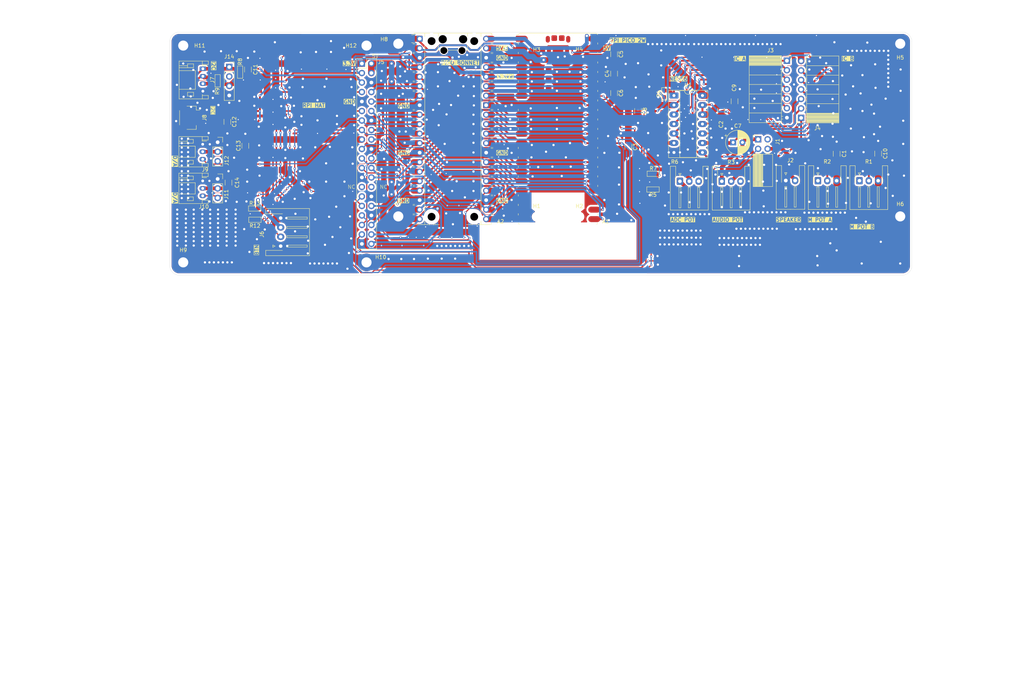
<source format=kicad_pcb>
(kicad_pcb (version 20241229) (generator "pcbnew") (generator_version "9.0")
  (layers (0 "F.Cu" signal) (2 "B.Cu" signal) (13 "F.Paste" user) (15 "B.Paste" user) (5 "F.SilkS" user "F.Silkscreen") (7 "B.SilkS" user "B.Silkscreen") (1 "F.Mask" user) (3 "B.Mask" user) (25 "Edge.Cuts" user))
  (net 0 "")
  (net 1 "Net-(A1-GPIO16)")
  (net 2 "Net-(A1-GPIO18)")
  (net 3 "Net-(A1-GPIO19)")
  (net 4 "Net-(A1-RUN)")
  (net 5 "Net-(A1-GPIO7)")
  (net 6 "Net-(A1-GPIO10)")
  (net 7 "OUTPUTB_ADC")
  (net 9 "GND")
  (net 10 "Net-(A1-GPIO4)")
  (net 11 "Net-(A1-GPIO2)")
  (net 12 "Net-(A1-AGND)")
  (net 13 "Net-(A1-GPIO15)")
  (net 14 "Net-(A1-GPIO21)")
  (net 15 "Net-(A1-LED_OUT)")
  (net 16 "Net-(A1-ADC_VREF)")
  (net 17 "Net-(A1-GPIO5)")
  (net 18 "5V")
  (net 19 "Net-(A1-SWCLK)")
  (net 20 "Net-(A1-GPIO8)")
  (net 21 "Net-(A1-GPIO17)")
  (net 22 "Net-(A1-GPIO14)")
  (net 23 "Net-(A1-GPIO27_ADC1)")
  (net 24 "Net-(A1-GPIO3)")
  (net 25 "Net-(A1-GPIO20)")
  (net 26 "Net-(A1-GPIO0)")
  (net 27 "Net-(A1-GPIO9)")
  (net 28 "Net-(A1-GPIO13)")
  (net 29 "Net-(A1-GPIO11)")
  (net 30 "Net-(A1-GPIO6)")
  (net 31 "+3.3V")
  (net 32 "Net-(A1-GPIO1)")
  (net 33 "Net-(A1-3V3_EN)")
  (net 34 "Net-(A1-~{BOOTSEL})")
  (net 35 "Net-(A1-GPIO22)")
  (net 36 "Net-(A1-SWDIO)")
  (net 38 "Net-(A1-GPIO12)")
  (net 40 "12THR")
  (net 41 "9OUT")
  (net 42 "Net-(J1-Pin_1)")
  (net 43 "2THR")
  (net 44 "Net-(J1-Pin_2)")
  (net 45 "Net-(J2-Pin_2)")
  (net 46 "3CV")
  (net 47 "4RST")
  (net 48 "5OUT")
  (net 49 "1DIS")
  (net 54 "10RST")
  (net 55 "11CV")
  (net 56 "13DIS")
  (net 57 "6TRIG")
  (net 58 "8TRIG")
  (net 59 "Net-(A1-VBUS)")
  (net 60 "Net-(A1-GPIO28_ADC2)")
  (net 63 "Net-(J6-Pin_2)")
  (net 64 "Net-(J6-Pin_3)")
  (net 65 "Net-(J1-Pin_4)")
  (footprint "MountingHole:MountingHole_2.7mm_M2.5_DIN965_Pad" (layer "F.Cu") (at 60.6 81.6)
    (property "Reference" "H9")
    (property "Value" "MountingHole_Pad")
  )
  (footprint "Connector_PinSocket_2.54mm:PinSocket_1x03_P2.54mm_Vertical" (layer "F.Cu") (at 69.8 49.46)
    (property "Reference" "J12")
    (property "Value" "Conn_01x03_Socket")
  )
  (footprint "Capacitor_SMD:C_1206_3216Metric_Pad1.33x1.80mm_HandSolder" (layer "F.Cu") (at 175.8 25.9 -90)
    (property "Reference" "C5")
    (property "Value" "0.1uF_0603_16V")
  )
  (footprint "Capacitor_SMD:C_1206_3216Metric_Pad1.33x1.80mm_HandSolder" (layer "F.Cu") (at 77.9 30 90)
    (property "Reference" "C11")
    (property "Value" "0.1uF")
  )
  (footprint "Connector_JST:JST_XH_S3B-XH-A-1_1x03_P2.50mm_Horizontal" (layer "F.Cu") (at 204.6 59.9)
    (property "Reference" "R3")
    (property "Value" "ECO2K2LIN")
  )
  (footprint "NetTie:NetTie-2_SMD_Pad0.5mm" (layer "F.Cu") (at 195.5 50)
    (property "Reference" "NT3" (hide yes))
    (property "Value" "NetTie_2" (hide yes))
  )
  (footprint "MountingHole:MountingHole_2.2mm_M2_DIN965" (layer "F.Cu") (at 155.107034 22.396492)
    (property "Reference" "H3")
    (property "Value" "MountingHole_Pad")
  )
  (footprint "MountingHole:MountingHole_2.7mm_M2.5_DIN965_Pad" (layer "F.Cu") (at 118.1 23.1)
    (property "Reference" "H8")
    (property "Value" "MountingHole_Pad" (hide yes))
  )
  (footprint "Connector_JST:JST_XH_S2B-XH-A-1_1x02_P2.50mm_Horizontal" (layer "F.Cu") (at 221.7 59.7)
    (property "Reference" "J2")
    (property "Value" "Conn_01x02")
  )
  (footprint "Connector_JST:JST_XH_S3B-XH-A-1_1x03_P2.50mm_Horizontal" (layer "F.Cu") (at 241.4 59.75)
    (property "Reference" "R1")
    (property "Value" "ECOSWX470KLIN")
  )
  (footprint "Capacitor_SMD:C_1206_3216Metric_Pad1.33x1.80mm_HandSolder" (layer "F.Cu") (at 77.2 50.4 90)
    (property "Reference" "C13")
    (property "Value" "0.1uF")
  )
  (footprint "MountingHole:MountingHole_2.7mm_M2.5_DIN965_Pad" (layer "F.Cu") (at 60.6 23.6)
    (property "Reference" "H11")
    (property "Value" "MountingHole_Pad")
  )
  (footprint "Capacitor_SMD:C_1206_3216Metric_Pad1.33x1.80mm_HandSolder" (layer "F.Cu") (at 179.6 50.7 -90)
    (property "Reference" "C3")
    (property "Value" "0.1uF")
  )
  (footprint "MountingHole:MountingHole_2.7mm_M2.5_DIN965_Pad" (layer "F.Cu") (at 109.6 23.6)
    (property "Reference" "H12")
    (property "Value" "MountingHole_Pad" (hide yes))
  )
  (footprint "MountingHole:MountingHole_2.2mm_M2_DIN965" (layer "F.Cu") (at 166.5 22.4)
    (property "Reference" "H4")
    (property "Value" "MountingHole_Pad")
  )
  (footprint "NetTie:NetTie-2_SMD_Pad0.5mm" (layer "F.Cu") (at 186.4 40.6 -90)
    (property "Reference" "NT2" (hide yes))
    (property "Value" "NetTie_2" (hide yes))
  )
  (footprint "Connector_PinSocket_2.54mm:PinSocket_1x07_P2.54mm_Horizontal" (layer "F.Cu") (at 222 27.65)
    (property "Reference" "J3")
    (property "Value" "Conn_01x07_Pin")
  )
  (footprint "MountingHole:MountingHole_2.7mm_M2.5_DIN965_Pad" (layer "F.Cu") (at 109.6 81.6)
    (property "Reference" "H10")
    (property "Value" "MountingHole_Pad")
  )
  (footprint "MountingHole:MountingHole_2.7mm_M2.5_DIN965_Pad" (layer "F.Cu") (at 252.3 23.1)
    (property "Reference" "H5")
    (property "Value" "MountingHole_Pad")
  )
  (footprint "NetTie:NetTie-2_SMD_Pad0.5mm" (layer "F.Cu") (at 199.409571 40.765995 90)
    (property "Reference" "NT1" (hide yes))
    (property "Value" "NetTie_2" (hide yes))
  )
  (footprint "Capacitor_SMD:C_1206_3216Metric_Pad1.33x1.80mm_HandSolder" (layer "F.Cu") (at 246.4 52.5 90)
    (property "Reference" "C10")
    (property "Value" "0.1uF")
  )
  (footprint "Capacitor_SMD:C_1206_3216Metric_Pad1.33x1.80mm_HandSolder" (layer "F.Cu") (at 72.7 60.2625 90)
    (property "Reference" "C14")
    (property "Value" "0.1uF")
  )
  (footprint "MountingHole:MountingHole_2.7mm_M2.5_DIN965_Pad" (layer "F.Cu") (at 118.1 69.3)
    (property "Reference" "H7")
    (property "Value" "MountingHole_Pad")
  )
  (footprint "PCM_Resistor_SMD_AKL:R_0603_1608Metric_Pad1.05x0.95mm_HandSolder" (layer "F.Cu") (at 79.7 67.2)
    (property "Reference" "R13")
    (property "Value" "1k_1210")
  )
  (footprint "PCM_Resistor_SMD_AKL:R_0603_1608Metric_Pad0.98x0.95mm_HandSolder" (layer "F.Cu") (at 75.8 30.7 -90)
    (property "Reference" "R8")
    (property "Value" "10k_0603")
  )
  (footprint "Connector_PinSocket_2.54mm:PinSocket_2x02_P2.54mm_Horizontal" (layer "F.Cu") (at 214.3 48.675 90)
    (property "Reference" "J1")
    (property "Value" "Conn_02x02_Counter_Clockwise")
  )
  (footprint "Connector_JST:JST_SH_SM04B-SRSS-TB_1x04-1MP_P1.00mm_Horizontal" (layer "F.Cu") (at 62.3 42.9 -90)
    (property "Reference" "J8")
    (property "Value" "Conn_01x04_Socket")
  )
  (footprint "Capacitor_SMD:C_1206_3216Metric_Pad1.33x1.80mm_HandSolder" (layer "F.Cu") (at 175.8 36.3 -90)
    (property "Reference" "C6")
    (property "Value" "0.1uF_0603_16V")
  )
  (footprint "Package_DIP:DIP-14_W7.62mm_Socket_LongPads" (layer "F.Cu") (at 191.8 36.96)
    (property "Reference" "U1")
    (property "Value" "NE556")
  )
  (footprint "PCM_Resistor_SMD_AKL:R_0603_1608Metric_Pad0.98x0.95mm_HandSolder" (layer "F.Cu") (at 69.8 33.0125 -90)
    (property "Reference" "R9")
    (property "Value" "10k_0603")
  )
  (footprint "Capacitor_SMD:C_1206_3216Metric_Pad1.33x1.80mm_HandSolder" (layer "F.Cu") (at 182.2 41.1 -90)
    (property "Reference" "C8")
    (property "Value" "10nF_0603_25V")
  )
  (footprint "Connector_JST:JST_PH_S3B-PH-K_1x03_P2.00mm_Horizontal" (layer "F.Cu") (at 65.8 50 -90)
    (property "Reference" "J9")
    (property "Value" "Conn_01x03_Socket")
  )
  (footprint "Capacitor_SMD:C_1206_3216Metric_Pad1.33x1.80mm_HandSolder" (layer "F.Cu") (at 175.8 31.1 90)
    (property "Reference" "C4")
    (property "Value" "0.1uF_0603_16V")
  )
  (footprint "PCM_Resistor_SMD_AKL:R_0603_1608Metric_Pad1.05x0.95mm_HandSolder" (layer "F.Cu") (at 189.2 36.5 90)
    (property "Reference" "R4")
    (property "Value" "1k_0603")
  )
  (footprint "PCM_Capacitor_THT_AKL:CP_Radial_D6.3mm_P2.50mm" (layer "F.Cu") (at 207.617621 49.5)
    (property "Reference" "C7")
    (property "Value" "10uf Electrolytic Capacitor" (hide yes))
  )
  (footprint "Connector_JST:JST_XH_S3B-XH-A-1_1x03_P2.50mm_Horizontal" (layer "F.Cu") (at 193.4 59.9)
    (property "Reference" "R6")
    (property "Value" "ECO2K2LIN")
  )
  (footprint "Capacitor_SMD:C_1206_3216Metric_Pad1.33x1.80mm_HandSolder" (layer "F.Cu") (at 204.4 41.0625 -90)
    (property "Reference" "C2")
    (property "Value" "10nF_0603_25V")
  )
  (footprint "Connector_JST:JST_XH_S4B-XH-A-1_1x04_P2.50mm_Horizontal" (layer "F.Cu") (at 86.65 77.25 90)
    (property "Reference" "J6")
    (property "Value" "Conn_01x04_Socket")
  )
  (footprint "PCM_Resistor_SMD_AKL:R_0603_1608Metric_Pad0.98x0.95mm_HandSolder" (layer "F.Cu") (at 186.2 62.1 180)
    (property "Reference" "R5")
    (property "Value" "2k_0603")
  )
  (footprint "Connector_JST:JST_XH_S3B-XH-A-1_1x03_P2.50mm_Horizontal" (layer "F.Cu") (at 230.3 59.75)
    (property "Reference" "R2")
    (property "Value" "ECOSWX470KLIN")
  )
  (footprint "Connector_PinSocket_2.54mm:PinSocket_1x04_P2.54mm_Vertical" (layer "F.Cu") (at 72.9 29.32)
    (property "Reference" "J14")
    (property "Value" "Conn_01x04_Socket")
  )
  (footprint "Module_RaspberryPi_Pico:RaspberryPi_Pico_W_SMD" (layer "F.Cu") (at 160.8 45.9)
    (property "Reference" "A1")
    (property "Value" "RaspberryPi_Pico_W")
  )
  (footprint "MountingHole:MountingHole_2.2mm_M2_DIN965" (layer "F.Cu") (at 155.1 69.387787)
    (property "Reference" "H1")
    (property "Value" "MountingHole_Pad")
  )
  (footprint "Connector_JST:JST_PH_S3B-PH-K_1x03_P2.00mm_Horizontal" (layer "F.Cu") (at 65.8 59.8 -90)
    (property "Reference" "J10")
    (property "Value" "Conn_01x03_Socket")
  )
  (footprint "Connector_PinSocket_2.54mm:PinSocket_1x07_P2.54mm_Horizontal" (layer "F.Cu") (at 225.8 42.95 180)
    (property "Reference" "J4")
    (property "Value" "Conn_01x07_Pin")
  )
  (footprint "PCM_Resistor_SMD_AKL:R_0603_1608Metric_Pad1.05x0.95mm_HandSolder" (layer "F.Cu") (at 186.275 57.9)
    (property "Reference" "R7")
    (property "Value" "1k_0603")
  )
  (footprint "Connector_PinSocket_2.54mm:PinSocket_1x03_P2.54mm_Vertical" (layer "F.Cu") (at 69.8 59.275)
    (property "Reference" "J11")
    (property "Value" "Conn_01x03_Socket")
  )
  (footprint "PCM_Resistor_SMD_AKL:R_0603_1608Metric_Pad1.05x0.95mm_HandSolder" (layer "F.Cu") (at 79.775 70.2)
    (property "Reference" "R12")
    (property "Value" "68R_1210")
  )
  (footprint "Capacitor_SMD:C_1206_3216Metric_Pad1.33x1.80mm_HandSolder" (layer "F.Cu") (at 208 38.5 -90)
    (property "Reference" "C9")
    (property "Value" "0.1uF")
  )
  (footprint "MountingHole:MountingHole_2.2mm_M2_DIN965" (layer "F.Cu") (at 166.5 69.4)
    (property "Reference" "H2")
    (property "Value" "MountingHole_Pad")
  )
  (footprint "Connector_PinHeader_2.54mm:PinHeader_2x20_P2.54mm_Vertical" (layer "F.Cu") (at 108.36 28.4)
    (property "Reference" "J5")
    (property "Value" "Raspberry_Pi_2x20_PTH" (hide yes))
  )
  (footprint "Capacitor_SMD:C_1206_3216Metric_Pad1.33x1.80mm_HandSolder" (layer "F.Cu") (at 72.4 44 -90)
    (property "Reference" "C12")
    (property "Value" "0.1uF")
  )
  (footprint "Capacitor_SMD:C_1206_3216Metric_Pad1.33x1.80mm_HandSolder" (layer "F.Cu") (at 235.3 52.5375 90)
    (property "Reference" "C1")
    (property "Value" "0.1uF")
  )
  (footprint "MountingHole:MountingHole_2.7mm_M2.5_DIN965_Pad" (layer "F.Cu") (at 252.3 69.3)
    (property "Reference" "H6")
    (property "Value" "MountingHole_Pad")
  )
  (footprint "Connector_JST:JST_PH_S4B-PH-K_1x04_P2.00mm_Horizontal" (layer "F.Cu") (at 65.85 29.8 -90)
    (property "Reference" "J7")
    (property "Value" "Conn_01x04_Socket")
  )
  (footprint "Module_RaspberryPi_Pico:RaspberryPi_Pico_Common_MountingHoles" (layer "F.Cu") (at 132.7 45.9)
    (property "Reference" "A2")
    (property "Value" "RaspberryPi_Pico_W")
  )
  (gr_line (start 57 82.5) (end 57 22.5) (stroke (width 0.05)) (layer "Edge.Cuts"))
  (gr_line (start 255.4 22.5) (end 255.4 82.5) (stroke (width 0.05)) (layer "Edge.Cuts"))
  (gr_arc (start 255.4 82.5) (mid 254.667767 84.267767) (end 252.9 85) (stroke (width 0.05)) (layer "Edge.Cuts"))
  (gr_arc (start 59.5 85) (mid 57.732233 84.267767) (end 57 82.5) (stroke (width 0.05)) (layer "Edge.Cuts"))
  (gr_arc (start 252.9 20) (mid 254.667767 20.732233) (end 255.4 22.5) (stroke (width 0.05)) (layer "Edge.Cuts"))
  (gr_line (start 252.9 85) (end 59.5 85) (stroke (width 0.05)) (layer "Edge.Cuts"))
  (gr_arc (start 57 22.5) (mid 57.732233 20.732233) (end 59.5 20) (stroke (width 0.05)) (layer "Edge.Cuts"))
  (gr_line (start 59.5 20) (end 252.9 20) (stroke (width 0.05)) (layer "Edge.Cuts"))
  (gr_text "GND\n" (at 117.8 65.7 0) (layer "F.SilkS" knockout) (effects (font (size 1 1) (thickness 0.2) (bold yes)) (justify left bottom)))
  (gr_text "BTN" (at 80.8 79.81 90) (layer "F.SilkS" knockout) (effects (font (size 1 1) (thickness 0.2) (bold yes)) (justify left bottom)))
  (gr_text "GND\n" (at 144.2 52.9 0) (layer "F.SilkS" knockout) (effects (font (size 1 1) (thickness 0.2) (bold yes)) (justify left bottom)))
  (gr_text "3.3V" (at 103.2 29 0) (layer "F.SilkS" knockout) (effects (font (size 1 1) (thickness 0.2) (bold yes)) (justify left bottom)))
  (gr_text "PICO BONNET" (at 129.4 28.8 0) (layer "F.SilkS" knockout) (effects (font (size 1 1) (thickness 0.2) (bold yes)) (justify left bottom)))
  (gr_text "5V\n" (at 110.955 27.02 0) (layer "F.SilkS") (effects (font (size 1 1) (thickness 0.1)) (justify left bottom)))
  (gr_text "M POT B\n\n" (at 238.7 74.3 0) (layer "F.SilkS" knockout) (effects (font (size 1 1) (thickness 0.2) (bold yes)) (justify left bottom)))
  (gr_text "M POT A\n" (at 227.5 70.8 0) (layer "F.SilkS" knockout) (effects (font (size 1 1) (thickness 0.2) (bold yes)) (justify left bottom)))
  (gr_text "RPI PICO 2W" (at 174.5 22.8 0) (layer "F.SilkS" knockout) (effects (font (size 1 1) (thickness 0.2) (bold yes)) (justify left bottom)))
  (gr_text "3.3V<" (at 144.4 32.5 0) (layer "F.SilkS" knockout) (effects (font (size 1 1) (thickness 0.2) (bold yes)) (justify left bottom)))
  (gr_text "D/A" (at 57.8 52.9 270) (layer "F.SilkS" knockout) (effects (font (size 1 1) (thickness 0.2) (bold yes)) (justify left bottom)))
  (gr_text "AUDIO POT\n" (at 202 70.8 0) (layer "F.SilkS" knockout) (effects (font (size 1 1) (thickness 0.2) (bold yes)) (justify left bottom)))
  (gr_text "I2C" (at 68.1 27.6 270) (layer "F.SilkS" knockout) (effects (font (size 1 1) (thickness 0.2) (bold yes)) (justify left bottom)))
  (gr_text "D/A" (at 57.8 62.7 270) (layer "F.SilkS" knockout) (effects (font (size 1 1) (thickness 0.2) (bold yes)) (justify left bottom)))
  (gr_text "GND\n" (at 103.4 39.2 0) (layer "F.SilkS" knockout) (effects (font (size 1 1) (thickness 0.2) (bold yes)) (justify left bottom)))
  (gr_text "NC" (at 104.5 62 0) (layer "F.SilkS") (effects (font (size 1 1) (thickness 0.1)) (justify left bottom)))
  (gr_text "5V" (at 172.8 24.9 0) (layer "F.SilkS" knockout) (effects (font (size 1 1) (thickness 0.2) (bold yes)) (justify left bottom)))
  (gr_text "IC B\n" (at 236.5 27.7 0) (layer "F.SilkS" knockout) (effects (font (size 1 1) (thickness 0.2) (bold yes)) (justify left bottom)))
  (gr_text "GND" (at 144.2 27.5 0) (layer "F.SilkS" knockout) (effects (font (size 1 1) (thickness 0.2) (bold yes)) (justify left bottom)))
  (gr_text "GND\n" (at 117.9 52.9 0) (layer "F.SilkS" knockout) (effects (font (size 1 1) (thickness 0.2) (bold yes)) (justify left bottom)))
  (gr_text "SPEAKER\n" (at 219 70.8 0) (layer "F.SilkS" knockout) (effects (font (size 1 1) (thickness 0.2) (bold yes)) (justify left bottom)))
  (gr_text "NC" (at 113.1 62 0) (layer "F.SilkS") (effects (font (size 1 1) (thickness 0.1)) (justify left bottom)))
  (gr_text "I2C" (at 67.9 39.6 270) (layer "F.SilkS" knockout) (effects (font (size 1 1) (thickness 0.1)) (justify left bottom)))
  (gr_text "GND\n" (at 117.9 40.3 0) (layer "F.SilkS" knockout) (effects (font (size 1 1) (thickness 0.2) (bold yes)) (justify left bottom)))
  (gr_text "NE556\n" (at 190.4 33.1 0) (layer "F.SilkS" knockout) (effects (font (size 1 1) (thickness 0.2) (bold yes)) (justify left bottom)))
  (gr_text "IC A" (at 207.7 27.7 0) (layer "F.SilkS" knockout) (effects (font (size 1 1) (thickness 0.2) (bold yes)) (justify left bottom)))
  (gr_text "RPI HAT" (at 92.4 40.2 0) (layer "F.SilkS" knockout) (effects (font (size 1 1) (thickness 0.2) (bold yes)) (justify left bottom)))
  (gr_text "5V<" (at 144.2 24.9 0) (layer "F.SilkS" knockout) (effects (font (size 1 1) (thickness 0.2) (bold yes)) (justify left bottom)))
  (gr_text "ADC POT\n" (at 190.8 70.8 0) (layer "F.SilkS" knockout) (effects (font (size 1 1) (thickness 0.2) (bold yes)) (justify left bottom)))
  (gr_text "GND\n" (at 144.2 65.7 0) (layer "F.SilkS" knockout) (effects (font (size 1 1) (thickness 0.2) (bold yes)) (justify left bottom)))
  (segment (start 169.69 70.03) (end 172.67 70.03) (width 0.5) (layer "F.Cu") (net 1))
  (segment (start 119.3 61.1) (end 117.9 62.5) (width 0.3) (layer "F.Cu") (net 1))
  (segment (start 172.67 70.03) (end 172.7 70) (width 0.5) (layer "F.Cu") (net 1))
  (segment (start 117.9 62.5) (end 117.9 66) (width 0.3) (layer "F.Cu") (net 1))
  (segment (start 119.369669 61.030331) (end 119.3 61.1) (width 0.3) (layer "F.Cu") (net 1))
  (segment (start 119.369669 55.930331) (end 119.369669 61.030331) (width 0.3) (layer "F.Cu") (net 1))
  (via (at 117.9 66) (size 0.6) (drill 0.3) (layers "F.Cu" "B.Cu") (net 1))
  (via (at 119.369669 55.930331) (size 0.6) (drill 0.3) (layers "F.Cu" "B.Cu") (net 1))
  (via (at 172.7 70) (size 0.6) (drill 0.3) (layers "F.Cu" "B.Cu") (net 1))
  (segment (start 130.74386 67.149) (end 127.38886 63.794) (width 0.3) (layer "B.Cu") (net 1))
  (segment (start 167.8 62.1) (end 149.52 62.1) (width 0.5) (layer "B.Cu") (net 1))
  (segment (start 109.699 55.139) (end 118.578338 55.139) (width 0.3) (layer "B.Cu") (net 1))
  (segment (start 172 69.3) (end 172 66.3) (width 0.5) (layer "B.Cu") (net 1))
  (segment (start 141.59 69.406605) (end 139.332395 67.149) (width 0.3) (layer "B.Cu") (net 1))
  (segment (start 127.38886 63.794) (end 120.106 63.794) (width 0.3) (layer "B.Cu") (net 1))
  (segment (start 141.59 70.03) (end 141.59 69.406605) (width 0.3) (layer "B.Cu") (net 1))
  (segment (start 172.7 70) (end 172 69.3) (width 0.5) (layer "B.Cu") (net 1))
  (segment (start 149.52 62.1) (end 141.59 70.03) (width 0.5) (layer "B.Cu") (net 1))
  (segment (start 172 66.3) (end 167.8 62.1) (width 0.5) (layer "B.Cu") (net 1))
  (segment (start 120.106 63.794) (end 117.9 66) (width 0.3) (layer "B.Cu") (net 1))
  (segment (start 108.36 53.8) (end 109.699 55.139) (width 0.3) (layer "B.Cu") (net 1))
  (segment (start 118.578338 55.139) (end 119.369669 55.930331) (width 0.3) (layer "B.Cu") (net 1))
  (segment (start 139.332395 67.149) (end 130.74386 67.149) (width 0.3) (layer "B.Cu") (net 1))
  (segment (start 112.874 57.679) (end 112.874 72.207826) (width 0.3) (layer "F.Cu") (net 2))
  (segment (start 108.36 56.34) (end 109.699 57.679) (width 0.3) (layer "F.Cu") (net 2))
  (segment (start 141.59 62.71) (end 141.59 62.41) (width 0.3) (layer "F.Cu") (net 2))
  (segment (start 116.266174 75.6) (end 136.6 75.6) (width 0.3) (layer "F.Cu") (net 2))
  (segment (start 169.69 61.908165) (end 168.398411 60.616576) (width 0.5) (layer "F.Cu") (net 2))
  (segment (start 169.69 62.41) (end 169.69 61.908165) (width 0.5) (layer "F.Cu") (net 2))
  (segment (start 136.6 75.6) (end 137.1 75.1) (width 0.3) (layer "F.Cu") (net 2))
  (segment (start 109.699 57.679) (end 112.874 57.679) (width 0.3) (layer "F.Cu") (net 2))
  (segment (start 112.874 72.207826) (end 116.266174 75.6) (width 0.3) (layer "F.Cu") (net 2))
  (segment (start 136.1 68.2) (end 141.59 62.71) (width 0.3) (layer "F.Cu") (net 2))
  (via (at 137.1 75.1) (size 0.6) (drill 0.3) (layers "F.Cu" "B.Cu") (net 2))
  (via (at 168.398411 60.616576) (size 0.6) (drill 0.3) (layers "F.Cu" "B.Cu") (net 2))
  (via (at 136.1 68.2) (size 0.6) (drill 0.3) (layers "F.Cu" "B.Cu") (net 2))
  (segment (start 136.1 74.1) (end 136.1 68.2) (width 0.3) (layer "B.Cu") (net 2))
  (segment (start 168.398411 60.616576) (end 168.332835 60.551) (width 0.5) (layer "B.Cu") (net 2))
  (segment (start 143.449 60.551) (end 141.59 62.41) (width 0.5) (layer "B.Cu") (net 2))
  (segment (start 168.332835 60.551) (end 143.449 60.551) (width 0.5) (layer "B.Cu") (net 2))
  (segment (start 137.1 75.1) (end 136.1 74.1) (width 0.3) (layer "B.Cu") (net 2))
  (segment (start 168.47 59.87) (end 168.4 59.8) (width 0.5) (layer "F.Cu") (net 3))
  (segment (start 169.69 59.87) (end 168.47 59.87) (width 0.5) (layer "F.Cu") (net 3))
  (via (at 168.4 59.8) (size 0.6) (drill 0.3) (layers "F.Cu" "B.Cu") (net 3))
  (segment (start 168.4 59.8) (end 141.66 59.8) (width 0.5) (layer "B.Cu") (net 3))
  (segment (start 118.369654 54.251) (end 119.214654 53.406) (width 0.3) (layer "B.Cu") (net 3))
  (segment (start 124.640306 53.406) (end 130.283306 59.049) (width 0.3) (layer "B.Cu") (net 3))
  (segment (start 108.36 51.26) (end 109.561 50.059) (width 0.3) (layer "B.Cu") (net 3))
  (segment (start 130.283306 59.049) (end 140.769 59.049) (width 0.3) (layer "B.Cu") (net 3))
  (segment (start 113.638346 50.059) (end 117.830346 54.251) (width 0.3) (layer "B.Cu") (net 3))
  (segment (start 141.66 59.8) (end 141.59 59.87) (width 0.5) (layer "B.Cu") (net 3))
  (segment (start 109.561 50.059) (end 113.638346 50.059) (width 0.3) (layer "B.Cu") (net 3))
  (segment (start 117.830346 54.251) (end 118.369654 54.251) (width 0.3) (layer "B.Cu") (net 3))
  (segment (start 140.769 59.049) (end 141.59 59.87) (width 0.3) (layer "B.Cu") (net 3))
  (segment (start 119.214654 53.406) (end 124.640306 53.406) (width 0.3) (layer "B.Cu") (net 3))
  (segment (start 168.13 47.17) (end 168.1 47.2) (width 0.5) (layer "F.Cu") (net 4))
  (segment (start 169.69 47.17) (end 168.13 47.17) (width 0.5) (layer "F.Cu") (net 4))
  (via (at 168.1 47.2) (size 0.6) (drill 0.3) (layers "F.Cu" "B.Cu") (net 4))
  (segment (start 168.1 47.2) (end 168.07 47.17) (width 0.5) (layer "B.Cu") (net 4))
  (segment (start 168.07 47.17) (end 141.59 47.17) (width 0.5) (layer "B.Cu") (net 4))
  (segment (start 151.91 44.63) (end 147.534254 44.63) (width 0.5) (layer "F.Cu") (net 5))
  (segment (start 130.218507 40.806) (end 126.394507 44.63) (width 0.5) (layer "F.Cu") (net 5))
  (segment (start 147.534254 44.63) (end 143.710254 40.806) (width 0.5) (layer "F.Cu") (net 5))
  (segment (start 126.394507 44.63) (end 123.81 44.63) (width 0.5) (layer "F.Cu") (net 5))
  (segment (start 143.710254 40.806) (end 130.218507 40.806) (width 0.5) (layer "F.Cu") (net 5))
  (segment (start 114.43 44.63) (end 123.81 44.63) (width 0.5) (layer "B.Cu") (net 5))
  (segment (start 110.9 41.1) (end 114.43 44.63) (width 0.5) (layer "B.Cu") (net 5))
  (segment (start 144.7 49) (end 144.159 48.459) (width 0.5) (layer "F.Cu") (net 6))
  (segment (start 149.014752 54.79) (end 144.7 50.475248) (width 0.5) (layer "F.Cu") (net 6))
  (segment (start 144.7 50.475248) (end 144.7 49) (width 0.5) (layer "F.Cu") (net 6))
  (segment (start 151.91 54.79) (end 149.014752 54.79) (width 0.5) (layer "F.Cu") (net 6))
  (segment (start 130.141 48.459) (end 123.81 54.79) (width 0.5) (layer "F.Cu") (net 6))
  (segment (start 144.159 48.459) (end 130.141 48.459) (width 0.5) (layer "F.Cu") (net 6))
  (segment (start 117.92 58.88) (end 122.01 54.79) (width 0.5) (layer "B.Cu") (net 6))
  (segment (start 110.9 58.88) (end 117.92 58.88) (width 0.5) (layer "B.Cu") (net 6))
  (segment (start 122.01 54.79) (end 123.81 54.79) (width 0.5) (layer "B.Cu") (net 6))
  (segment (start 187.9 58.3125) (end 187.1125 59.1) (width 0.3) (layer "F.Cu") (net 7))
  (segment (start 187.1125 62.1) (end 187.1125 59.1) (width 1) (layer "F.Cu") (net 7))
  (segment (start 172.93 44.63) (end 169.69 44.63) (width 0.3) (layer "F.Cu") (net 7))
  (segment (start 168.17 44.63) (end 168.1 44.7) (width 0.5) (layer "F.Cu") (net 7))
  (segment (start 187.9 58.3) (end 187.9 58.3125) (width 0.3) (layer "F.Cu") (net 7))
  (segment (start 169.69 44.63) (end 168.17 44.63) (width 0.5) (layer "F.Cu") (net 7))
  (segment (start 187.1125 57.9625) (end 187.15 57.925) (width 1) (layer "F.Cu") (net 7))
  (segment (start 177 48.7) (end 172.93 44.63) (width 0.3) (layer "F.Cu") (net 7))
  (segment (start 187.1125 59.1) (end 187.1125 57.9625) (width 1) (layer "F.Cu") (net 7))
  (via (at 168.1 44.7) (size 0.6) (drill 0.3) (layers "F.Cu" "B.Cu") (net 7))
  (via (at 187.9 58.3) (size 0.6) (drill 0.3) (layers "F.Cu" "B.Cu") (net 7))
  (via (at 177 48.7) (size 0.6) (drill 0.3) (layers "F.Cu" "B.Cu") (net 7))
  (segment (start 168.1 44.7) (end 168.03 44.63) (width 0.5) (layer "B.Cu") (net 7))
  (segment (start 139.649 80.962546) (end 139.649 78) (width 0.3) (layer "B.Cu") (net 7))
  (segment (start 109.699 70.379) (end 108.36 69.04) (width 0.3) (layer "B.Cu") (net 7))
  (segment (start 139.649 78) (end 137.4 75.751) (width 0.3) (layer "B.Cu") (net 7))
  (segment (start 178.3 66.279232) (end 182.049 70.028232) (width 0.3) (layer "B.Cu") (net 7))
  (segment (start 182.049 81.249) (end 139.935454 81.249) (width 0.3) (layer "B.Cu") (net 7))
  (segment (start 178.3 51.120654) (end 177 49.820654) (width 0.3) (layer "B.Cu") (net 7))
  (segment (start 177 48.7) (end 180.5 48.7) (width 0.3) (layer "B.Cu") (net 7))
  (segment (start 187.9 56.1) (end 187.9 58.3) (width 0.3) (layer "B.Cu") (net 7))
  (segment (start 110.402529 77.861) (end 109.699 77.157471) (width 0.3) (layer "B.Cu") (net 7))
  (segment (start 182.049 70.028232) (end 182.049 81.249) (width 0.3) (layer "B.Cu") (net 7))
  (segment (start 137.4 75.751) (end 127.454024 75.751) (width 0.3) (layer "B.Cu") (net 7))
  (segment (start 127.454024 75.751) (end 125.344024 77.861) (width 0.3) (layer "B.Cu") (net 7))
  (segment (start 109.699 77.157471) (end 109.699 70.379) (width 0.3) (layer "B.Cu") (net 7))
  (segment (start 177 49.820654) (end 177 48.7) (width 0.3) (layer "B.Cu") (net 7))
  (segment (start 139.935454 81.249) (end 139.649 80.962546) (width 0.3) (layer "B.Cu") (net 7))
  (segment (start 168.03 44.63) (end 141.59 44.63) (width 0.5) (layer "B.Cu") (net 7))
  (segment (start 178.3 57.8) (end 178.3 66.279232) (width 0.3) (layer "B.Cu") (net 7))
  (segment (start 180.5 48.7) (end 187.9 56.1) (width 0.3) (layer "B.Cu") (net 7))
  (segment (start 125.344024 77.861) (end 110.402529 77.861) (width 0.3) (layer "B.Cu") (net 7))
  (segment (start 178.3 57.8) (end 178.3 51.120654) (width 0.3) (layer "B.Cu") (net 7))
  (segment (start 212.1 52.6) (end 211.8 52.3) (width 0.1) (layer "F.Cu") (net 9))
  (segment (start 175.8 29.5375) (end 175.8 27.4625) (width 1.75) (layer "F.Cu") (net 9))
  (segment (start 192.4 31.120768) (end 190.179232 28.9) (width 0.1) (layer "F.Cu") (net 9))
  (segment (start 194.85 30.05) (end 195.65 30.85) (width 0.1) (layer "F.Cu") (net 9))
  (segment (start 109.561 77.861) (end 108.36 76.66) (width 0.3) (layer "F.Cu") (net 9))
  (segment (start 77.9 28.4375) (end 77.9 26.9) (width 1) (layer "F.Cu") (net 9))
  (segment (start 185.2875 63.5875) (end 185.3 63.6) (width 1.75) (layer "F.Cu") (net 9))
  (segment (start 195.354253 29.545747) (end 194.85 30.05) (width 0.1) (layer "F.Cu") (net 9))
  (segment (start 82.075 62.849) (end 82.1 62.874) (width 0.1) (layer "F.Cu") (net 9))
  (segment (start 222.6 54.3) (end 222.6 55.4) (width 0.1) (layer "F.Cu") (net 9))
  (segment (start 151.91 26.85) (end 148.45 26.85) (width 1.75) (layer "F.Cu") (net 9))
  (segment (start 151.91 52.25) (end 148.45 52.25) (width 1.75) (layer "F.Cu") (net 9))
  (segment (start 107.259 55.88395) (end 107.259 57.779) (width 0.1) (layer "F.Cu") (net 9))
  (segment (start 185.41645 84.28355) (end 111.68355 84.28355) (width 0.1) (layer "F.Cu") (net 9))
  (segment (start 218.7 52.4) (end 218.5 52.6) (width 0.1) (layer "F.Cu") (net 9))
  (segment (start 235.3 50.975) (end 235.3 49.3) (width 1.75) (layer "F.Cu") (net 9))
  (segment (start 182.2 42.6625) (end 182.2 44.3) (width 1.75) (layer "F.Cu") (net 9))
  (segment (start 76.7 32.8) (end 81.2 32.8) (width 0.1) (layer "F.Cu") (net 9))
  (segment (start 58.7 43.8) (end 60.6 43.8) (width 0.1) (layer "F.Cu") (net 9))
  (segment (start 208 40.0625) (end 210.1625 40.0625) (width 2) (layer "F.Cu") (net 9))
  (segment (start 169.69 52.25) (end 168.449346 52.25) (width 1.75) (layer "F.Cu") (net 9))
  (segment (start 75.3 43.4) (end 73.9 43.4) (width 0.1) (layer "F.Cu") (net 9))
  (segment (start 108.36 76.66) (end 109.7 75.32) (width 0.3) (layer "F.Cu") (net 9))
  (segment (start 221.5 36.5) (end 223.9 36.5) (width 0.1) (layer "F.Cu") (net 9))
  (segment (start 187.6 37.4) (end 188.4 38.2) (width 0.1) (layer "F.Cu") (net 9))
  (segment (start 136.9 77.2) (end 137.7 78) (width 0.1) (layer "F.Cu") (net 9))
  (segment (start 109.7 44.84) (end 110.9 43.64) (width 0.1) (layer "F.Cu") (net 9))
  (segment (start 180.9 38.3) (end 180.9 43) (width 0.1) (layer "F.Cu") (net 9))
  (segment (start 109.6 34.78) (end 110.9 33.48) (width 0.1) (layer "F.Cu") (net 9))
  (segment (start 109.7 42.44) (end 109.7 39.9) (width 0.1) (layer "F.Cu") (net 9))
  (segment (start 218.7 52.4) (end 218.951 52.149) (width 0.1) (layer "F.Cu") (net 9))
  (segment (start 109.7 39.9) (end 108.36 38.56) (width 0.1) (layer "F.Cu") (net 9))
  (segment (start 112.6 75.1) (end 112.6 76.7) (width 0.3) (layer "F.Cu") (net 9))
  (segment (start 107.259 57.779) (end 108.36 58.88) (width 0.1) (layer "F.Cu") (net 9))
  (segment (start 205.8 38.3) (end 198.2 38.3) (width 0.1) (layer "F.Cu") (net 9))
  (segment (start 177.2 52.2625) (end 173.1625 52.2625) (width 1.75) (layer "F.Cu") (net 9))
  (segment (start 64.5 33.30852) (end 64.85952 32.949) (width 0.1) (layer "F.Cu") (net 9))
  (segment (start 226.5 47.6) (end 226.5 44.2) (width 0.1) (layer "F.Cu") (net 9))
  (segment (start 188.4 38.2) (end 192.5 38.2) (width 0.1) (layer "F.Cu") (net 9))
  (segment (start 112.6 76.7) (end 111.439 77.861) (width 0.3) (layer "F.Cu") (net 9))
  (segment (start 221.5 31.5) (end 222.8 31.5) (width 0.1) (layer "F.Cu") (net 9))
  (segment (start 197.351 44.124) (end 196.9 44.575) (width 0.1) (layer "F.Cu") (net 9))
  (segment (start 109.6 37.32) (end 109.6 34.78) (width 0.1) (layer "F.Cu") (net 9))
  (segment (start 79.7 66.6) (end 79.7 67.623712) (width 0.1) (layer "F.Cu") (net 9))
  (segment (start 199.3 26.7) (end 193.2 26.7) (width 0.1) (layer "F.Cu") (net 9))
  (segment (start 191.8 52.2) (end 190.435 52.2) (width 1.75) (layer "F.Cu") (net 9))
  (segment (start 60.6 43.8) (end 63.8 47) (width 0.1) (layer "F.Cu") (net 9))
  (segment (start 68 53.8) (end 68.6 53.2) (width 0.1) (layer "F.Cu") (net 9))
  (segment (start 169.69 64.95) (end 173.15 64.95) (width 1.75) (layer "F.Cu") (net 9))
  (segment (start 185.2875 62.1) (end 185.2875 63.5875) (width 1.75) (layer "F.Cu") (net 9))
  (segment (start 223.5 26.948) (end 223.5 29) (width 0.1) (layer "F.Cu") (net 9))
  (segment (start 151.91 39.55) (end 148.45 39.55) (width 1.75) (layer "F.Cu") (net 9))
  (segment (start 184.8 41.5) (end 184.1 40.8) (width 0.1) (layer "F.Cu") (net 9))
  (segment (start 109.059 55.239) (end 107.90395 55.239) (width 0.1) (layer "F.Cu") (net 9))
  (segment (start 221.6 39.1) (end 222.4 39.1) (width 0.1) (layer "F.Cu") (net 9))
  (segment (start 135.6 74.9) (end 136.2 74.9) (width 0.1) (layer "F.Cu") (net 9))
  (segment (start 148.45 52.25) (end 148.4 52.3) (width 1.75) (layer "F.Cu") (net 9))
  (segment (start 63.8 47) (end 67.4 47) (width 0.1) (layer "F.Cu") (net 9))
  (segment (start 124.1 56.1) (end 122.03366 56.1) (width 0.1) (layer "F.Cu") (net 9))
  (segment (start 65.85 35.8) (end 64.5 34.45) (width 0.1) (layer "F.Cu") (net 9))
  (segment (start 199.9 35.1) (end 201.4 35.1) (width 0.1) (layer "F.Cu") (net 9))
  (segment (start 120.8 74.9) (end 122.9 74.9) (width 0.1) (layer "F.Cu") (net 9))
  (segment (start 197.351 39.149) (end 197.351 44.124) (width 0.1) (layer "F.Cu") (net 9))
  (segment (start 74.4 30.6) (end 81.5 30.6) (width 0.1) (layer "F.Cu") (net 9))
  (segment (start 86.65 77.25) (end 88.35 77.25) (width 1) (layer "F.Cu") (net 9))
  (segment (start 141.4 68.8) (end 146 68.8) (width 0.1) (layer "F.Cu") (net 9))
  (segment (start 118.7 74.9) (end 116.7 74.9) (width 0.1) (layer "F.Cu") (net 9))
  (segment (start 72.9 38.9) (end 72.9 36.94) (width 1.75) (layer "F.Cu") (net 9))
  (segment (start 163.9241 52.1766) (end 163.9241 51.6) (width 1.75) (layer "F.Cu") (net 9))
  (segment (start 219.3 31.4) (end 218.75 30.85) (width 0.1) (layer "F.Cu") (net 9))
  (segment (start 81.7 30.4) (end 81.7 27.6) (width 0.1) (layer "F.Cu") (net 9))
  (segment (start 227.8 48.9) (end 226.5 47.6) (width 0.1) (layer "F.Cu") (net 9))
  (segment (start 110.9 51.26) (end 109.7 50.06) (width 0.1) (layer "F.Cu") (net 9))
  (segment (start 168.449346 52.25) (end 167.235946 53.4634) (width 1.75) (layer "F.Cu") (net 9))
  (segment (start 219.2 36.7) (end 221.6 39.1) (width 0.1) (layer "F.Cu") (net 9))
  (segment (start 223.9 32.6) (end 223.9 34) (width 0.1) (layer "F.Cu") (net 9))
  (segment (start 77.8 63) (end 77.951 62.849) (width 0.1) (layer "F.Cu") (net 9))
  (segment (start 183.4 40.8) (end 182.2 42) (width 0.1) (layer "F.Cu") (net 9))
  (segment (start 221.7 61.8) (end 221.7 59.7) (width 1.75) (layer "F.Cu") (net 9))
  (segment (start 193.2 26.7) (end 192.5 27.4) (width 0.1) (layer "F.Cu") (net 9))
  (segment (start 220.4 29.9) (end 220.4 30.4) (width 0.1) (layer "F.Cu") (net 9))
  (segment (start 193.385 52.2) (end 193.41 52.175) (width 1.75) (layer "F.Cu") (net 9))
  (segment (start 192.4 32.301) (end 192.4 31.120768) (width 0.1) (layer "F.Cu") (net 9))
  (segment (start 77.951 62.849) (end 82.075 62.849) (width 0.1) (layer "F.Cu") (net 9))
  (segment (start 218.951 52.149) (end 220.449 52.149) (width 0.1) (layer "F.Cu") (net 9))
  (segment (start 111.66 51.26) (end 110.9 51.26) (width 0.1) (layer "F.Cu") (net 9))
  (segment (start 78.4 65.3) (end 79.7 66.6) (width 0.1) (layer "F.Cu") (net 9))
  (segment (start 195.6 39.6) (end 195.751 39.449) (width 0.1) (layer "F.Cu") (net 9))
  (segment (start 126.4 53.8) (end 124.1 56.1) (width 0.1) (layer "F.Cu") (net 9))
  (segment (start 169.69 52.25) (end 173.15 52.25) (width 1.75) (layer "F.Cu") (net 9))
  (segment (start 109.6 54.698) (end 109.059 55.239) (width 0.1) (layer "F.Cu") (net 9))
  (segment (start 71.2 31.5) (end 70.7 31) (width 0.1) (layer "F.Cu") (net 9))
  (segment (start 173.15 52.25) (end 173.2 52.3) (width 1.75) (layer "F.Cu") (net 9))
  (segment (start 70.7 31) (end 71.1 30.6) (width 0.1) (layer "F.Cu") (net 9))
  (segment (start 222.4 39.1) (end 223.9 37.6) (width 0.1) (layer "F.Cu") (net 9))
  (segment (start 173.1625 52.2625) (end 173.15 52.25) (width 1.75) (layer "F.Cu") (net 9))
  (segment (start 193.6 28.8) (end 194.1 28.3) (width 0.1) (layer "F.Cu") (net 9))
  (segment (start 72.4 47.1) (end 72.4 45.5625) (width 1) (layer "F.Cu") (net 9))
  (segment (start 192.4 32.301) (end 192.4 34.1) (width 0.1) (layer "F.Cu") (net 9))
  (segment (start 219.2 34.2) (end 221.5 36.5) (width 0.1) (layer "F.Cu") (net 9))
  (segment (start 223.9 36.5) (end 223.9 34) (width 0.1) (layer "F.Cu") (net 9))
  (segment (start 191.8 52.2) (end 193.385 52.2) (width 1.75) (layer "F.Cu") (net 9))
  (segment (start 210.1625 40.0625) (end 210.2 40.1) (width 2) (layer "F.Cu") (net 9))
  (segment (start 160.8 26.7) (end 160.8 24.9) (width 1.75) (layer "F.Cu") (net 9))
  (segment (start 110.9 51.26) (end 109.6 52.56) (width 0.1) (layer "F.Cu") (net 9))
  (segment (start 167.235946 53.4634) (end 165.2109 53.4634) (width 1.75) (layer "F.Cu") (net 9))
  (segment (start 110.9 43.64) (end 109.7 42.44) (width 0.1) (layer "F.Cu") (net 9))
  (segment (start 228 30) (end 227 29) (width 0.1) (layer "F.Cu") (net 9))
  (segment (start 148.45 64.95) (end 148.4 64.9) (width 1.75) (layer "F.Cu") (net 9))
  (segment (start 220.045747 29.545747) (end 195.354253 29.545747) (width 0.1) (layer "F.Cu") (net 9))
  (segment (start 174 26.9) (end 169.74 26.9) (width 1.75) (layer "F.Cu") (net 9))
  (segment (start 223.5 29) (end 222.1 29) (width 0.1) (layer "F.Cu") (net 9))
  (segment (start 70.7 31) (end 68 31) (width 0.1) (layer "F.Cu") (net 9))
  (segment (start 220.4 29.9) (end 220.045747 29.545747) (width 0.1) (layer "F.Cu") (net 9))
  (segment (start 206.2 38.7) (end 205.8 38.3) (width 0.1) (layer "F.Cu") (net 9))
  (segment (start 220.4 26.8) (end 220.8 26.4) (width 0.1) (layer "F.Cu") (net 9))
  (segment (start 173.15 64.95) (end 173.2 64.9) (width 1.75) (layer "F.Cu") (net 9))
  (segment (start 179.6 52.2625) (end 177.2 52.2625) (width 1.75) (layer "F.Cu") (net 9))
  (segment (start 132.4 74.9) (end 135.6 74.9) (width 0.1) (layer "F.Cu") (net 9))
  (segment (start 195.65 30.85) (end 199.9 35.1) (width 0.1) (layer "F.Cu") (net 9))
  (segment (start 198.2 38.3) (end 197.351 39.149) (width 0.1) (layer "F.Cu") (net 9))
  (segment (start 219.2 33.8) (end 219.2 34.2) (width 0.1) (layer "F.Cu") (net 9))
  (segment (start 68.6 53.2) (end 73.8 53.2) (width 0.1) (layer "F.Cu") (net 9))
  (segment (start 163.9241 49.7759) (end 164 49.7) (width 1.75) (layer "F.Cu") (net 9))
  (segment (start 82.1 64.8) (end 82 64.9) (width 0.1) (layer "F.Cu") (net 9))
  (segment (start 70.951 32.949) (end 71.2 32.7) (width 0.1) (layer "F.Cu") (net 9))
  (segment (start 88.15 69.75) (end 86.65 69.75) (width 1) (layer "F.Cu") (net 9))
  (segment (start 120.5 54.56634) (end 120.5 54.2) (width 0.1) (layer "F.Cu") (net 9))
  (segment (start 64.5 34.45) (end 64.5 33.30852) (width 0.1) (layer "F.Cu") (net 9))
  (segment (start 81.7 27.6) (end 81.1 27) (width 0.1) (layer "F.Cu") (net 9))
  (segment (start 129.2 74.9) (end 132.4 74.9) (width 0.1) (layer "F.Cu") (net 9))
  (segment (start 88.35 77.25) (end 88.4 77.2) (width 1) (layer "F.Cu") (net 9))
  (segment (start 71.2 32.7) (end 71.2 31.5) (width 0.1) (layer "F.Cu") (net 9))
  (segment (start 108.36 38.56) (end 109.6 37.32) (width 0.1) (layer "F.Cu") (net 9))
  (segment (start 110.9 69.74852) (end 110.9 69.04) (width 0.3) (layer "F.Cu") (net 9))
  (segment (start 151.91 64.95) (end 148.45 64.95) (width 1.75) (layer "F.Cu") (net 9))
  (segment (start 194.1 28.3) (end 220.6 28.3) (width 0.1) (layer "F.Cu") (net 9))
  (segment (start 68.3 63) (end 77.8 63) (width 0.1) (layer "F.Cu") (net 9))
  (segment (start 77.2 47.2) (end 77.2 48.8375) (width 1) (layer "F.Cu") (net 9))
  (segment (start 169.74 26.9) (end 169.69 26.85) (width 1.75) (layer "F.Cu") (net 9))
  (segment (start 218.5 52.6) (end 212.1 52.6) (width 0.1) (layer "F.Cu") (net 9))
  (segment (start 181.6 37.6) (end 180.9 38.3) (width 0.1) (layer "F.Cu") (net 9))
  (segment (start 148.45 26.85) (end 148.4 26.9) (width 1.75) (layer "F.Cu") (net 9))
  (segment (start 192.4 34.1) (end 192.9 34.6) (width 0.1) (layer "F.Cu") (net 9))
  (segment (start 222.8 31.5) (end 223.9 32.6) (width 0.1) (layer "F.Cu") (net 9))
  (segment (start 192.5 27.7) (end 193.6 28.8) (width 0.1) (layer "F.Cu") (net 9))
  (segment (start 184.1 40.8) (end 183.4 40.8) (width 0.1) (layer "F.Cu") (net 9))
  (segment (start 109.7 50.06) (end 109.7 44.84) (width 0.1) (layer "F.Cu") (net 9))
  (segment (start 73.8 53.2) (end 74.2 53.6) (width 0.1) (layer "F.Cu") (net 9))
  (segment (start 79.7 67.623712) (end 78.523712 68.8) (width 0.1) (layer "F.Cu") (net 9))
  (segment (start 65.85 35.8) (end 68.7 35.8) (width 1) (layer "F.Cu") (net 9))
  (segment (start 187.5 82.2) (end 185.41645 84.28355) (width 0.1) (layer "F.Cu") (net 9))
  (segment (start 192.5 27.4) (end 192.5 27.7) (width 0.1) (layer "F.Cu") (net 9))
  (segment (start 71.1 30.6) (end 74.4 30.6) (width 0.1) (layer "F.Cu") (net 9))
  (segment (start 137.7 78) (end 137.7 80.9) (width 0.1) (layer "F.Cu") (net 9))
  (segment (start 148.45 39.55) (end 148.4 39.5) (width 1.75) (layer "F.Cu") (net 9))
  (segment (start 220.8 26.4) (end 222.952 26.4) (width 0.1) (layer "F.Cu") (net 9))
  (segment (start 109.7 70.94852) (end 110.9 69.74852) (width 0.3) (layer "F.Cu") (net 9))
  (segment (start 193.337227 32.247962) (end 192.453038 32.247962) (width 0.1) (layer "F.Cu") (net 9))
  (segment (start 146 68.8) (end 146.3 69.1) (width 0.1) (layer "F.Cu") (net 9))
  (segment (start 193.6 28.8) (end 194.85 30.05) (width 0.1) (layer "F.Cu") (net 9))
  (segment (start 109.6 52.56) (end 109.6 54.698) (width 0.1) (layer "F.Cu") (net 9))
  (segment (start 175.8 27.4625) (end 175.2375 26.9) (width 1.75) (layer "F.Cu") (net 9))
  (segment (start 64.85952 32.949) (end 70.951 32.949) (width 0.1) (layer "F.Cu") (net 9))
  (segment (start 82.1 62.874) (end 82.1 64.8) (width 0.1) (layer "F.Cu") (net 9))
  (segment (start 122.03366 56.1) (end 120.5 54.56634) (width 0.1) (layer "F.Cu") (net 9))
  (segment (start 122.9 74.9) (end 129.2 74.9) (width 0.1) (layer "F.Cu") (net 9))
  (segment (start 246.4 50.9375) (end 246.4 49.1) (width 1.75) (layer "F.Cu") (net 9))
  (segment (start 180.9 43) (end 182.2 44.3) (width 0.1) (layer "F.Cu") (net 9))
  (segment (start 223.9 37.6) (end 223.9 36.5) (width 0.1) (layer "F.Cu") (net 9))
  (segment (start 139 66.4) (end 141.4 68.8) (width 0.1) (layer "F.Cu") (net 9))
  (segment (start 163.9241 51.6) (end 163.9241 49.7759) (width 1.75) (layer "F.Cu") (net 9))
  (segment (start 175.2375 26.9) (end 174 26.9) (width 1.75) (layer "F.Cu") (net 9))
  (segment (start 190.435 52.2) (end 190.41 52.175) (width 1.75) (layer "F.Cu") (net 9))
  (segment (start 182.2 42) (end 182.2 42.6625) (width 0.1) (layer "F.Cu") (net 9))
  (segment (start 218.75 30.85) (end 195.65 30.85) (width 0.1) (layer "F.Cu") (net 9))
  (segment (start 165.2109 53.4634) (end 163.9241 52.1766) (width 1.75) (layer "F.Cu") (net 9))
  (segment (start 195.751 39.449) (end 195.751 34.661735) (width 0.1) (layer "F.Cu") (net 9))
  (segment (start 111.439 77.861) (end 109.561 77.861) (width 0.3) (layer "F.Cu") (net 9))
  (segment (start 220.449 52.149) (end 222.6 54.3) (width 0.1) (layer "F.Cu") (net 9))
  (segment (start 72.7 58.7) (end 72.7 57.2) (width 1) (layer "F.Cu") (net 9))
  (segment (start 219.2 36.3) (end 219.2 36.7) (width 0.1) (layer "F.Cu") (net 9))
  (segment (start 75.3 43.4) (end 79.7 43.4) (width 0.1) (layer "F.Cu") (net 9))
  (segment (start 192.453038 32.247962) (end 192.4 32.301) (width 0.1) (layer "F.Cu") (net 9))
  (segment (start 81.5 30.6) (end 81.7 30.4) (width 0.1) (layer "F.Cu") (net 9))
  (segment (start 120.8 74.9) (end 118.7 74.9) (width 0.1) (layer "F.Cu") (net 9))
  (segment (start 195.751 34.661735) (end 193.337227 32.247962) (width 0.1) (layer "F.Cu") (net 9))
  (segment (start 107.90395 55.239) (end 107.259 55.88395) (width 0.1) (layer "F.Cu") (net 9))
  (segment (start 67.6 59.8) (end 65.8 59.8) (width 1) (layer "F.Cu") (net 9))
  (segment (start 109.7 75.32) (end 109.7 70.94852) (width 0.3) (layer "F.Cu") (net 9))
  (segment (start 132.4 59.9) (end 125.1 67.2) (width 0.1) (layer "F.Cu") (net 9))
  (segment (start 77.5 65.3) (end 78.4 65.3) (width 0.1) (layer "F.Cu") (net 9))
  (segment (start 112.70962 52.30962) (end 111.66 51.26) (width 0.1) (layer "F.Cu") (net 9))
  (segment (start 74.4 30.6) (end 74.4 31.3) (width 0.1) (layer "F.Cu") (net 9))
  (segment (start 190.179232 28.9) (end 188.4 28.9) (width 0.1) (layer "F.Cu") (net 9))
  (segment (start 67.7 50) (end 65.8 50) (width 1) (layer "F.Cu") (net 9))
  (segment (start 220.4 30.4) (end 221.5 31.5) (width 0.1) (layer "F.Cu") (net 9))
  (segment (start 227 29) (end 223.5 29) (width 0.1) (layer "F.Cu") (net 9))
  (segment (start 133.7 59.9) (end 132.4 59.9) (width 0.1) (layer "F.Cu") (net 9))
  (segment (start 222.952 26.4) (end 223.5 26.948) (width 0.1) (layer "F.Cu") (net 9))
  (via (at 200.4 59.1) (size 1) (drill 0.6) (layers "F.Cu" "B.Cu") (net 9))
  (via (at 144.8 70.6) (size 0.6) (drill 0.3) (layers "F.Cu" "B.Cu") (net 9))
  (via (at 115.5 80.7) (size 1) (drill 0.6) (layers "F.Cu" "B.Cu") (net 9))
  (via (at 190.9 23.2) (size 1) (drill 0.6) (layers "F.Cu" "B.Cu") (net 9))
  (via (at 219.2 68.2) (size 1) (drill 0.6) (layers "F.Cu" "B.Cu") (net 9))
  (via (at 74.6 75.9) (size 1) (drill 0.6) (layers "F.Cu" "B.Cu") (net 9))
  (via (at 237.8 65.7) (size 1) (drill 0.6) (layers "F.Cu" "B.Cu") (net 9))
  (via (at 72.2 74.7) (size 1) (drill 0.6) (layers "F.Cu" "B.Cu") (net 9))
  (via (at 201.4 35.1) (size 1) (drill 0.6) (layers "F.Cu" "B.Cu") (net 9))
  (via (at 100.1 25.3) (size 1) (drill 0.6) (layers "F.Cu" "B.Cu") (net 9))
  (via (at 74.6 68.7) (size 1) (drill 0.6) (layers "F.Cu" "B.Cu") (net 9))
  (via (at 126 50.9) (size 1) (drill 0.6) (layers "F.Cu" "B.Cu") (net 9))
  (via (at 100.1 22.4) (size 1) (drill 0.6) (layers "F.Cu" "B.Cu") (net 9))
  (via (at 177.1 66.1) (size 1) (drill 0.6) (layers "F.Cu" "B.Cu") (net 9))
  (via (at 184.8 41.5) (size 1) (drill 0.6) (layers "F.Cu" "B.Cu") (net 9))
  (via (at 72.2 69.9) (size 1) (drill 0.6) (layers "F.Cu" "B.Cu") (net 9))
  (via (at 245.5 25) (size 1) (drill 0.6) (layers "F.Cu" "B.Cu") (net 9))
  (via (at 85.8 81.8) (size 1) (drill 0.6) (layers "F.Cu" "B.Cu") (net 9))
  (via (at 88.2 81.8) (size 1) (drill 0.6) (layers "F.Cu" "B.Cu") (net 9))
  (via (at 190.4 68.7) (size 1) (drill 0.6) (layers "F.Cu" "B.Cu") (net 9))
  (via (at 200 68.7) (size 1) (drill 0.6) (layers "F.Cu" "B.Cu") (net 9))
  (via (at 138.2 49.6) (size 1) (drill 0.6) (layers "F.Cu" "B.Cu") (net 9))
  (via (at 132.7 71.4) (size 1) (drill 0.6) (layers "F.Cu" "B.Cu") (net 9))
  (via (at 77.5 65.3) (size 1) (drill 0.6) (layers "F.Cu" "B.Cu") (net 9))
  (via (at 221.7 61.8) (size 1) (drill 0.6) (layers "F.Cu" "B.Cu") (net 9))
  (via (at 104.5 83.3) (size 1) (drill 0.6) (layers "F.Cu" "B.Cu") (net 9))
  (via (at 119.8 49.6) (size 1) (drill 0.6) (layers "F.Cu" "B.Cu") (net 9))
  (via (at 156.3 25.7) (size 1) (drill 0.6) (layers "F.Cu" "B.Cu") (net 9))
  (via (at 213.6 20.9) (size 0.6) (drill 0.3) (layers "F.Cu" "B.Cu") (net 9))
  (via (at 118 50.7) (size 0.6) (drill 0.3) (layers "F.Cu" "B.Cu") (net 9))
  (via (at 145 43.4) (size 0.6) (drill 0.3) (layers "F.Cu" "B.Cu") (net 9))
  (via (at 196.5 76.8) (size 1) (drill 0.6) (layers "F.Cu" "B.Cu") (net 9))
  (via (at 244.4 65.8) (size 1) (drill 0.6) (layers "F.Cu" "B.Cu") (net 9))
  (via (at 67.8 69.9) (size 1) (drill 0.6) (layers "F.Cu" "B.Cu") (net 9))
  (via (at 220.4 29.9) (size 0.6) (drill 0.3) (layers "F.Cu" "B.Cu") (net 9))
  (via (at 253.1 49.9) (size 1) (drill 0.6) (layers "F.Cu" "B.Cu") (net 9))
  (via (at 74.6 73.5) (size 1) (drill 0.6) (layers "F.Cu" "B.Cu") (net 9))
  (via (at 242.2 31.5) (size 1) (drill 0.6) (layers "F.Cu" "B.Cu") (net 9))
  (via (at 126.2 62.4) (size 1) (drill 0.6) (layers "F.Cu" "B.Cu") (net 9))
  (via (at 188.4 28.9) (size 1) (drill 0.6) (layers "F.Cu" "B.Cu") (net 9))
  (via (at 94.6 64.4) (size 1) (drill 0.6) (layers "F.Cu" "B.Cu") (net 9))
  (via (at 226.8 72.7) (size 1) (drill 0.6) (layers "F.Cu" "B.Cu") (net 9))
  (via (at 211.2 75.1) (size 1) (drill 0.6) (layers "F.Cu" "B.Cu") (net 9))
  (via (at 160.5 30.6) (size 1) (drill 0.6) (layers "F.Cu" "B.Cu") (net 9))
  (via (at 252.4 30) (size 1) (drill 0.6) (layers "F.Cu" "B.Cu") (net 9))
  (via (at 252.3 81.9) (size 1) (drill 0.6) (layers "F.Cu" "B.Cu") (net 9))
  (via (at 146.3 69.1) (size 1) (drill 0.6) (layers "F.Cu" "B.Cu") (net 9))
  (via (at 193.8 43.9) (size 0.6) (drill 0.3) (layers "F.Cu" "B.Cu") (net 9))
  (via (at 221.6 68.2) (size 1) (drill 0.6) (layers "F.Cu" "B.Cu") (net 9))
  (via (at 80.9 50.3) (size 1) (drill 0.6) (layers "F.Cu" "B.Cu") (net 9))
  (via (at 209.5 23.2) (size 1) (drill 0.6) (layers "F.Cu" "B.Cu") (net 9))
  (via (at 80.9 53.6) (size 1) (drill 0.6) (layers "F.Cu" "B.Cu") (net 9))
  (via (at 153.6 45.9) (size 1) (drill 0.6) (layers "F.Cu" "B.Cu") (net 9))
  (via (at 84.6 41.4) (size 0.6) (drill 0.3) (layers "F.Cu" "B.Cu") (net 9))
  (via (at 220.7 49.1) (size 1) (drill 0.6) (layers "F.Cu" "B.Cu") (net 9))
  (via (at 167.5 43.3) (size 1) (drill 0.6) (layers "F.Cu" "B.Cu") (net 9))
  (via (at 74.6 67.5) (size 1) (drill 0.6) (layers "F.Cu" "B.Cu") (net 9))
  (via (at 252.4 35.7) (size 1) (drill 0.6) (layers "F.Cu" "B.Cu") (net 9))
  (via (at 74.9 25.1) (size 1) (drill 0.6) (layers "F.Cu" "B.Cu") (net 9))
  (via (at 249.1 32.2) (size 1) (drill 0.6) (layers "F.Cu" "B.Cu") (net 9))
  (via (at 250.3 63.8) (size 1) (drill 0.6) (layers "F.Cu" "B.Cu") (net 9))
  (via (at 60.2 53.3) (size 1) (drill 0.6) (layers "F.Cu" "B.Cu") (net 9))
  (via (at 208.8 76.9) (size 1) (drill 0.6) (layers "F.Cu" "B.Cu") (net 9))
  (via (at 147.8 62.6) (size 0.6) (drill 0.3) (layers "F.Cu" "B.Cu") (net 9))
  (via (at 79.6 37.3) (size 1) (drill 0.6) (layers "F.Cu" "B.Cu") (net 9))
  (via (at 146.4 50.1) (size 0.6) (drill 0.3) (layers "F.Cu" "B.Cu") (net 9))
  (via (at 216.7 23.2) (size 1) (drill 0.6) (layers "F.Cu" "B.Cu") (net 9))
  (via (at 177.1 56.2) (size 1) (drill 0.6) (layers "F.Cu" "B.Cu") (net 9))
  (via (at 231.6 72.7) (size 1) (drill 0.6) (layers "F.Cu" "B.Cu") (net 9))
  (via (at 87.9 45.5) (size 1) (drill 0.6) (layers "F.Cu" "B.Cu") (net 9))
  (via (at 196.8 48.5) (size 1) (drill 0.6) (layers "F.Cu" "B.Cu") (net 9))
  (via (at 192.8 68.7) (size 1) (drill 0.6) (layers "F.Cu" "B.Cu") (net 9))
  (via (at 122.9 74.9) (size 0.6) (drill 0.3) (layers "F.Cu" "B.Cu") (net 9))
  (via (at 148.4 26.9) (size 1) (drill 0.6) (layers "F.Cu" "B.Cu") (net 9))
  (via (at 77.7 56.8) (size 1) (drill 0.6) (layers "F.Cu" "B.Cu") (net 9))
  (via (at 95.9 70.1) (size 1) (drill 0.6) (layers "F.Cu" "B.Cu") (net 9))
  (via (at 73.6 81.6) (size 1) (drill 0.6) (layers "F.Cu" "B.Cu") (net 9))
  (via (at 193.7 41.4) (size 0.6) (drill 0.3) (layers "F.Cu" "B.Cu") (net 9))
  (via (at 208.7 55) (size 1) (drill 0.6) (layers "F.Cu" "B.Cu") (net 9))
  (via (at 235.1 68.3) (size 1) (drill 0.6) (layers "F.Cu" "B.Cu") (net 9))
  (via (at 101.7 81.9) (size 1) (drill 0.6) (layers "F.Cu" "B.Cu") (net 9))
  (via (at 160.5 35.7) (size 1) (drill 0.6) (layers "F.Cu" "B.Cu") (net 9))
  (via (at 135.7 77.2) (size 1) (drill 0.6) (layers "F.Cu" "B.Cu") (net 9))
  (via (at 230.2 35.3) (size 1) (drill 0.6) (layers "F.Cu" "B.Cu") (net 9))
  (via (at 213.3 72.6) (size 1) (drill 0.6) (layers "F.Cu" "B.Cu") (net 9))
  (via (at 177.1 60.8) (size 1) (drill 0.6) (layers "F.Cu" "B.Cu") (net 9))
  (via (at 166.8 33.2) (size 1) (drill 0.6) (layers "F.Cu" "B.Cu") (net 9))
  (via (at 173.4 33.3) (size 0.6) (drill 0.3) (layers "F.Cu" "B.Cu") (net 9))
  (via (at 129 39.2) (size 1) (drill 0.6) (layers "F.Cu" "B.Cu") (net 9))
  (via (at 134.6 68.4) (size 1) (drill 0.6) (layers "F.Cu" "B.Cu") (net 9))
  (via (at 130.9 57.8) (size 0.6) (drill 0.3) (layers "F.Cu" "B.Cu") (net 9))
  (via (at 65.7 75.9) (size 1) (drill 0.6) (layers "F.Cu" "B.Cu") (net 9))
  (via (at 63.4 75.9) (size 1) (drill 0.6) (layers "F.Cu" "B.Cu") (net 9))
  (via (at 173.2 52.3) (size 1) (drill 0.6) (layers "F.Cu" "B.Cu") (net 9))
  (via (at 205.6 23.2) (size 1) (drill 0.6) (layers "F.Cu" "B.Cu") (net 9))
  (via (at 65.1 40.4) (size 1) (drill 0.6) (layers "F.Cu" "B.Cu") (net 9))
  (via (at 61.9 59.6) (size 1) (drill 0.6) (layers "F.Cu" "B.Cu") (net 9))
  (via (at 224.4 72.7) (size 1) (drill 0.6) (layers "F.Cu" "B.Cu") (net 9))
  (via (at 61.9 48.5) (size 1) (drill 0.6) (layers "F.Cu" "B.Cu") (net 9))
  (via (at 242 81.9) (size 1) (drill 0.6) (layers "F.Cu" "B.Cu") (net 9))
  (via (at 94 75.8) (size 1) (drill 0.6) (layers "F.Cu" "B.Cu") (net 9))
  (via (at 77.7 60) (size 1) (drill 0.6) (layers "F.Cu" "B.Cu") (net 9))
  (via (at 76.7 32.8) (size 0.6) (drill 0.3) (layers "F.Cu" "B.Cu") (net 9))
  (via (at 139 66.4) (size 0.6) (drill 0.3) (layers "F.Cu" "B.Cu") (net 9))
  (via (at 208.8 75.1) (size 1) (drill 0.6) (layers "F.Cu" "B.Cu") (net 9))
  (via (at 127.4 40.8) (size 1) (drill 0.6) (layers "F.Cu" "B.Cu") (net 9))
  (via (at 80.8 45.3) (size 1) (drill 0.6) (layers "F.Cu" "B.Cu") (net 9))
  (via (at 94.5 81.9) (size 1) (drill 0.6) (layers "F.Cu" "B.Cu") (net 9))
  (via (at 209.6 62.6) (size 1) (drill 0.6) (layers "F.Cu" "B.Cu") (net 9))
  (via (at 67.7 50) (size 1) (drill 0.6) (layers "F.Cu" "B.Cu") (net 9))
  (via (at 59 71.1) (size 1) (drill 0.6) (layers "F.Cu" "B.Cu") (net 9))
  (via (at 205.6 45.8) (size 1) (drill 0.6) (layers "F.Cu" "B.Cu") (net 9))
  (via (at 63.4 77.1) (size 1) (drill 0.6) (layers "F.Cu" "B.Cu") (net 9))
  (via (at 61.3 77.1) (size 1) (drill 0.6) (layers "F.Cu" "B.Cu") (net 9))
  (via (at 242.3 57.2) (size 1) (drill 0.6) (layers "F.Cu" "B.Cu") (net 9))
  (via (at 118.3 37.1) (size 1) (drill 0.6) (layers "F.Cu" "B.Cu") (net 9))
  (via (at 234.2 37.9) (size 1) (drill 0.6) (layers "F.Cu" "B.Cu") (net 9))
  (via (at 195.3 73.1) (size 1) (drill 0.6) (layers "F.Cu" "B.Cu") (net 9))
  (via (at 182.6 56.5) (size 0.6) (drill 0.3) (layers "F.Cu" "B.Cu") (net 9))
  (via (at 74.6 74.7) (size 1) (drill 0.6) (layers "F.Cu" "B.Cu") (net 9))
  (via (at 138.3 39.6) (size 1) (drill 0.6) (layers "F.Cu" "B.Cu") (net 9))
  (via (at 143.9 63.7) (size 0.6) (drill 0.3) (layers "F.Cu" "B.Cu") (net 9))
  (via (at 61.9 49.7) (size 1) (drill 0.6) (layers "F.Cu" "B.Cu") (net 9))
  (via (at 193.7 62.9) (size 1) (drill 0.6) (layers "F.Cu" "B.Cu") (net 9))
  (via (at 113.5 33) (size 1) (drill 0.6) (layers "F.Cu" "B.Cu") (net 9))
  (via (at 69.9 67.5) (size 1) (drill 0.6) (layers "F.Cu" "B.Cu") (net 9))
  (via (at 133.7 59.9) (size 1) (drill 0.6) (layers "F.Cu" "B.Cu") (net 9))
  (via (at 188.1 73.1) (size 1) (drill 0.6) (layers "F.Cu" "B.Cu") (net 9))
  (via (at 204.6 62.7) (size 1) (drill 0.6) (layers "F.Cu" "B.Cu") (net 9))
  (via (at 200.8 23.2) (size 1) (drill 0.6) (layers "F.Cu" "B.Cu") (net 9))
  (via (at 228 27.8) (size 1) (drill 0.6) (layers "F.Cu" "B.Cu") (net 9))
  (via (at 83.4 81.8) (size 1) (drill 0.6) (layers "F.Cu" "B.Cu") (net 9))
  (via (at 185.2 34.6) (size 1) (drill 0.6) (layers "F.Cu" "B.Cu") (net 9))
  (via (at 222.6 55.4) (size 1) (drill 0.6) (layers "F.Cu" "B.Cu") (net 9))
  (via (at 217.9 23.2) (size 1) (drill 0.6) (layers "F.Cu" "B.Cu") (net 9))
  (via (at 105.4 32.6) (size 1) (drill 0.6) (layers "F.Cu" "B.Cu") (net 9))
  (via (at 232.7 68.3) (size 1) (drill 0.6) (layers "F.Cu" "B.Cu") (net 9))
  (via (at 239.1 45.8) (size 1) (drill 0.6) (layers "F.Cu" "B.Cu") (net 9))
  (via (at 157.6 52) (size 1) (drill 0.6) (layers "F.Cu" "B.Cu") (net 9))
  (via (at 211.6 43.4) (size 0.6) (drill 0.3) (layers "F.Cu" "B.Cu") (net 9))
  (via (at 145.3 61.7) (size 0.6) (drill 0.3) (layers "F.Cu" "B.Cu") (net 9))
  (via (at 72 65.2) (size 1) (drill 0.6) (layers "F.Cu" "B.Cu") (net 9))
  (via (at 227.9 68.3) (size 1) (drill 0.6) (layers "F.Cu" "B.Cu") (net 9))
  (via (at 69.9 77.1) (size 1) (drill 0.6) (layers "F.Cu" "B.Cu") (net 9))
  (via (at 135.8 29.6) (size 1) (drill 0.6) (layers "F.Cu" "B.Cu") (net 9))
  (via (at 114.1 43.1) (size 0.6) (drill 0.3) (layers "F.Cu" "B.Cu") (net 9))
  (via (at 61.9 55.7) (size 1) (drill 0.6) (layers "F.Cu" "B.Cu") (net 9))
  (via (at 249.1 31) (size 1) (drill 0.6) (layers "F.Cu" "B.Cu") (net 9))
  (via (at 228 65.4) (size 1) (drill 0.6) (layers "F.Cu" "B.Cu") (net 9))
  (via (at 178.6 32.1) (size 1) (drill 0.6) (layers "F.Cu" "B.Cu") (net 9))
  (via (at 193.41 52.175) (size 1) (drill 0.6) (layers "F.Cu" "B.Cu") (net 9))
  (via (at 69.9 72.3) (size 1) (drill 0.6) (layers "F.Cu" "B.Cu") (net 9))
  (via (at 219.6 43) (size 1) (drill 0.6) (layers "F.Cu" "B.Cu") (net 9))
  (via (at 234.3 33.1) (size 1) (drill 0.6) (layers "F.Cu" "B.Cu") (net 9))
  (via (at 68 53.8) (size 1) (drill 0.6) (layers "F.Cu" "B.Cu") (net 9))
  (via (at 132.2 39.5) (size 1) (drill 0.6) (layers "F.Cu" "B.Cu") (net 9))
  (via (at 206.2 38.7) (size 0.6) (drill 0.3) (layers "F.Cu" "B.Cu") (net 9))
  (via (at 61.3 67.5) (size 1) (drill 0.6) (layers "F.Cu" "B.Cu") (net 9))
  (via (at 61.9 53.3) (size 1) (drill 0.6) (layers "F.Cu" "B.Cu") (net 9))
  (via (at 248.4 37.8) (size 1) (drill 0.6) (layers "F.Cu" "B.Cu") (net 9))
  (via (at 102.6 72.2) (size 1) (drill 0.6) (layers "F.Cu" "B.Cu") (net 9))
  (via (at 216.9 72.6) (size 1) (drill 0.6) (layers "F.Cu" "B.Cu") (net 9))
  (via (at 118.6 31.8) (size 1) (drill 0.6) (layers "F.Cu" "B.Cu") (net 9))
  (via (at 249.1 28.6) (size 1) (drill 0.6) (layers "F.Cu" "B.Cu") (net 9))
  (via (at 173.2 64.9) (size 1) (drill 0.6) (layers "F.Cu" "B.Cu") (net 9))
  (via (at 164 49.7) (size 1) (drill 0.6) (layers "F.Cu" "B.Cu") (net 9))
  (via (at 153.8 50.2) (size 1) (drill 0.6) (layers "F.Cu" "B.Cu") (net 9))
  (via (at 77.9 26.9) (size 1) (drill 0.6) (layers "F.Cu" "B.Cu") (net 9))
  (via (at 61.9 50.9) (size 1) (drill 0.6) (layers "F.Cu" "B.Cu") (net 9))
  (via (at 182.2 28.3) (size 1) (drill 0.6) (layers "F.Cu" "B.Cu") (net 9))
  (via (at 63.4 72.3) (size 1) (drill 0.6) (layers "F.Cu" "B.Cu") (net 9))
  (via (at 159.3 56) (size 1) (drill 0.6) (layers "F.Cu" "B.Cu") (net 9))
  (via (at 134.3 26.6) (size 1) (drill 0.6) (layers "F.Cu" "B.Cu") (net 9))
  (via (at 61.3 75.9) (size 1) (drill 0.6) (layers "F.Cu" "B.Cu") (net 9))
  (via (at 190.41 52.175) (size 1) (drill 0.6) (layers "F.Cu" "B.Cu") (net 9))
  (via (at 124.9 74.9) (size 0.6) (drill 0.3) (layers "F.Cu" "B.Cu") (net 9))
  (via (at 63.4 68.7) (size 1) (drill 0.6) (layers "F.Cu" "B.Cu") (net 9))
  (via (at 92.6 53.8) (size 1) (drill 0.6) (layers "F.Cu" "B.Cu") (net 9))
  (via (at 119.3 36.5) (size 1) (drill 0.6) (layers "F.Cu" "B.Cu") (net 9))
  (via (at 70.7 25.1) (size 1) (drill 0.6) (layers "F.Cu" "B.Cu") (net 9))
  (via (at 72.4 47.1) (size 1) (drill 0.6) (layers "F.Cu" "B.Cu") (net 9))
  (via (at 187.3 23.2) (size 1) (drill 0.6) (layers "F.Cu" "B.Cu") (net 9))
  (via (at 211.9 23.2) (size 1) (drill 0.6) (layers "F.Cu" "B.Cu") (net 9))
  (via (at 196.5 75) (size 1) (drill 0.6) (layers "F.Cu" "B.Cu") (net 9))
  (via (at 63.4 71.1) (size 1) (drill 0.6) (layers "F.Cu" "B.Cu") (net 9))
  (via (at 105.5 75.2) (size 1) (drill 0.6) (layers "F.Cu" "B.Cu") (net 9))
  (via (at 188.1 76.8) (size 1) (drill 0.6) (layers "F.Cu" "B.Cu") (net 9))
  (via (at 238.3 25) (size 1) (drill 0.6) (layers "F.Cu" "B.Cu") (net 9))
  (via (at 74.6 69.9) (size 1) (drill 0.6) (layers "F.Cu" "B.Cu") (net 9))
  (via (at 212.1 72.6) (size 1) (drill 0.6) (layers "F.Cu" "B.Cu") (net 9))
  (via (at 91.8 57.2) (size 1) (drill 0.6) (layers "F.Cu" "B.Cu") (net 9))
  (via (at 185 51.4) (size 1) (drill 0.6) (layers "F.Cu" "B.Cu") (net 9))
  (via (at 90.6 68.6) (size 1) (drill 0.6) (layers "F.Cu" "B.Cu") (net 9))
  (via (at 206.6 57.7) (size 1) (drill 0.6) (layers "F.Cu" "B.Cu") (net 9))
  (via (at 106.3 39.5) (size 1) (drill 0.6) (layers "F.Cu" "B.Cu") (net 9))
  (via (at 63.3 30.1) (size 1) (drill 0.6) (layers "F.Cu" "B.Cu") (net 9))
  (via (at 243.1 70.7) (size 1) (drill 0.6) (layers "F.Cu" "B.Cu") (net 9))
  (via (at 219.3 31.4) (size 0.6) (drill 0.3) (layers "F.Cu" "B.Cu") (net 9))
  (via (at 239 40.5) (size 1) (drill 0.6) (layers "F.Cu" "B.Cu") (net 9))
  (via (at 118.4 46.6) (size 1) (drill 0.6) (layers "F.Cu" "B.Cu") (net 9))
  (via (at 239.4 51.9) (size 1) (drill 0.6) (layers "F.Cu" "B.Cu") (net 9))
  (via (at 213.3 37.8) (size 1) (drill 0.6) (layers "F.Cu" "B.Cu") (net 9))
  (via (at 125.9 35.3) (size 0.6) (drill 0.3) (layers "F.Cu" "B.Cu") (net 9))
  (via (at 201.2 68.7) (size 1) (drill 0.6) (layers "F.Cu" "B.Cu") (net 9))
  (via (at 61.3 73.5) (size 1) (drill 0.6) (layers "F.Cu" "B.Cu") (net 9))
  (via (at 87.2 65.4) (size 1) (drill 0.6) (layers "F.Cu" "B.Cu") (net 9))
  (via (at 72.7 57.2) (size 1) (drill 0.6) (layers "F.Cu" "B.Cu") (net 9))
  (via (at 138.2 59.9) (size 1) (drill 0.6) (layers "F.Cu" "B.Cu") (net 9))
  (via (at 67.8 68.7) (size 1) (drill 0.6) (layers "F.Cu" "B.Cu") (net 9))
  (via (at 114.2 63.7) (size 1) (drill 0.6) (layers "F.Cu" "B.Cu") (net 9))
  (via (at 233.9 68.3) (size 1) (drill 0.6) (layers "F.Cu" "B.Cu") (net 9))
  (via (at 120.3 27.8) (size 0.6) (drill 0.3) (layers "F.Cu" "B.Cu") (net 9))
  (via (at 230.2 44.9) (size 1) (drill 0.6) (layers "F.Cu" "B.Cu") (net 9))
  (via (at 249.1 25) (size 1) (drill 0.6) (layers "F.Cu" "B.Cu") (net 9))
  (via (at 244.3 25) (size 1) (drill 0.6) (layers "F.Cu" "B.Cu") (net 9))
  (via (at 238.3 59) (size 1) (drill 0.6) (layers "F.Cu" "B.Cu") (net 9))
  (via (at 121.5 61.1) (size 0.6) (drill 0.3) (layers "F.Cu" "B.Cu") (net 9))
  (via (at 118.9 80.7) (size 1) (drill 0.6) (layers "F.Cu" "B.Cu") (net 9))
  (via (at 59 72.3) (size 1) (drill 0.6) (layers "F.Cu" "B.Cu") (net 9))
  (via (at 67.8 77.1) (size 1) (drill 0.6) (layers "F.Cu" "B.Cu") (net 9))
  (via (at 197.7 75) (size 1) (drill 0.6) (layers "F.Cu" "B.Cu") (net 9))
  (via (at 82.4 72.8) (size 1) (drill 0.6) (layers "F.Cu" "B.Cu") (net 9))
  (via (at 185 31.3) (size 1) (drill 0.6) (layers "F.Cu" "B.Cu") (net 9))
  (via (at 231.5 68.3) (size 1) (drill 0.6) (layers "F.Cu" "B.Cu") (net 9))
  (via (at 167.7 37.8) (size 0.6) (drill 0.3) (layers "F.Cu" "B.Cu") (net 9))
  (via (at 61.9 62) (size 1) (drill 0.6) (layers "F.Cu" "B.Cu") (net 9))
  (via (at 202 23.2) (size 1) (drill 0.6) (layers "F.Cu" "B.Cu") (net 9))
  (via (at 190.5 75) (size 1) (drill 0.6) (layers "F.Cu" "B.Cu") (net 9))
  (via (at 202.9 58.1) (size 1) (drill 0.6) (layers "F.Cu" "B.Cu") (net 9))
  (via (at 187.4 79.9) (size 1) (drill 0.6) (layers "F.Cu" "B.Cu") (net 9))
  (via (at 106.3 42.4) (size 1) (drill 0.6) (layers "F.Cu" "B.Cu") (net 9))
  (via (at 182.6 59.7) (size 0.6) (drill 0.3) (layers "F.Cu" "B.Cu") (net 9))
  (via (at 216.6 26.8) (size 0.6) (drill 0.3) (layers "F.Cu" "B.Cu") (net 9))
  (via (at 113.5 40.4) (size 1) (drill 0.6) (layers "F.Cu" "B.Cu") (net 9))
  (via (at 209.414433 35.241138) (size 1) (drill 0.6) (layers "F.Cu" "B.Cu") (net 9))
  (via (at 208.5 72.6) (size 1) (drill 0.6) (layers "F.Cu" "B.Cu") (net 9))
  (via (at 147.4 51.1) (size 1) (drill 0.6) (layers "F.Cu" "B.Cu") (net 9))
  (via (at 234.2 44.5) (size 1) (drill 0.6) (layers "F.Cu" "B.Cu") (net 9))
  (via (at 101.7 44.6) (size 1) (drill 0.6) (layers "F.Cu" "B.Cu") (net 9))
  (via (at 240.5 69.7) (size 1) (drill 0.6) (layers "F.Cu" "B.Cu") (net 9))
  (via (at 198.9 76.8) (size 1) (drill 0.6) (layers "F.Cu" "B.Cu") (net 9))
  (via (at 61.9 60.8) (size 1) (drill 0.6) (layers "F.Cu" "B.Cu") (net 9))
  (via (at 239.7 34.5) (size 1) (drill 0.6) (layers "F.Cu" "B.Cu") (net 9))
  (via (at 61.9 52.1) (size 1) (drill 0.6) (layers "F.Cu" "B.Cu") (net 9))
  (via (at 188.1 75) (size 1) (drill 0.6) (layers "F.Cu" "B.Cu") (net 9))
  (via (at 160.5 45.9) (size 1) (drill 0.6) (layers "F.Cu" "B.Cu") (net 9))
  (via (at 114.2 46.5) (size 0.6) (drill 0.3) (layers "F.Cu" "B.Cu") (net 9))
  (via (at 119.1 77.1) (size 0.6) (drill 0.3) (layers "F.Cu" "B.Cu") (net 9))
  (via (at 85.3 32.4) (size 0.6) (drill 0.3) (layers "F.Cu" "B.Cu") (net 9))
  (via (at 106.3 44.9) (size 1) (drill 0.6) (layers "F.Cu" "B.Cu") (net 9))
  (via (at 204 76.9) (size 1) (drill 0.6) (layers "F.Cu" "B.Cu") (net 9))
  (via (at 242.5 52.1) (size 1) (drill 0.6) (layers "F.Cu" "B.Cu") (net 9))
  (via (at 245.3 41.8) (size 1) (drill 0.6) (layers "F.Cu" "B.Cu") (net 9))
  (via (at 61.3 72.3) (size 1) (drill 0.6) (layers "F.Cu" "B.Cu") (net 9))
  (via (at 138.2 47.2) (size 1) (drill 0.6) (layers "F.Cu" "B.Cu") (net 9))
  (via (at 129.7 77.2) (size 1) (drill 0.6) (layers "F.Cu" "B.Cu") (net 9))
  (via (at 126 80.6) (size 1) (drill 0.6) (layers "F.Cu" "B.Cu") (net 9))
  (via (at 90.4 64.6) (size 1) (drill 0.6) (layers "F.Cu" "B.Cu") (net 9))
  (via (at 187.6 37.4) (size 1) (drill 0.6) (layers "F.Cu" "B.Cu") (net 9))
  (via (at 241.7 36.4) (size 1) (drill 0.6) (layers "F.Cu" "B.Cu") (net 9))
  (via (at 160.5 40.3) (size 1) (drill 0.6) (layers "F.Cu" "B.Cu") (net 9))
  (via (at 106.2 47) (size 0.6) (drill 0.3) (layers "F.Cu" "B.Cu") (net 9))
  (via (at 247.9 25) (size 1) (drill 0.6) (layers "F.Cu" "B.Cu") (net 9))
  (via (at 245.6 28.6) (size 1) (drill 0.6) (layers "F.Cu" "B.Cu") (net 9))
  (via (at 135.6 74.9) (size 0.6) (drill 0.3) (layers "F.Cu" "B.Cu") (net 9))
  (via (at 189.7 23.2) (size 1) (drill 0.6) (layers "F.Cu" "B.Cu") (net 9))
  (via (at 74.2 53.6) (size 1) (drill 0.6) (layers "F.Cu" "B.Cu") (net 9))
  (via (at 196.4 68.7) (size 1) (drill 0.6) (layers "F.Cu" "B.Cu") (net 9))
  (via (at 234 72.7) (size 1) (drill 0.6) (layers "F.Cu" "B.Cu") (net 9))
  (via (at 243.5 22.8) (size 1) (drill 0.6) (layers "F.Cu" "B.Cu") (net 9))
  (via (at 198.4 23.2) (size 1) (drill 0.6) (layers "F.Cu" "B.Cu") (net 9))
  (via (at 58.7 43.8) (size 1) (drill 0.6) (layers "F.Cu" "B.Cu") (net 9))
  (via (at 65.7 73.5) (size 1) (drill 0.6) (layers "F.Cu" "B.Cu") (net 9))
  (via (at 188.6 44.3) (size 1) (drill 0.6) (layers "F.Cu" "B.Cu") (net 9))
  (via (at 234.7 22.7) (size 1) (drill 0.6) (layers "F.Cu" "B.Cu") (net 9))
  (via (at 230.500582 39.8) (size 1) (drill 0.6) (layers "F.Cu" "B.Cu") (net 9))
  (via (at 99.6 69.4) (size 1) (drill 0.6) (layers "F.Cu" "B.Cu") (net 9))
  (via (at 182.7 65.8) (size 0.6) (drill 0.3) (layers "F.Cu" "B.Cu") (net 9))
  (via (at 77.8 63) (size 0.6) (drill 0.3) (layers "F.Cu" "B.Cu") (net 9))
  (via (at 185.3 60.1) (size 0.6) (drill 0.3) (layers "F.Cu" "B.Cu") (net 9))
  (via (at 153.7 53.5) (size 1) (drill 0.6) (layers "F.Cu" "B.Cu") (net 9))
  (via (at 113.7 30.4) (size 1) (drill 0.6) (layers "F.Cu" "B.Cu") (net 9))
  (via (at 68.5 37.6) (size 1) (drill 0.6) (layers "F.Cu" "B.Cu") (net 9))
  (via (at 86.8 60.7) (size 0.6) (drill 0.3) (layers "F.Cu" "B.Cu") (net 9))
  (via (at 131.8 33.1) (size 1) (drill 0.6) (layers "F.Cu" "B.Cu") (net 9))
  (via (at 103.6 24.2) (size 1) (drill 0.6) (layers "F.Cu" "B.Cu") (net 9))
  (via (at 194.1 76.8) (size 1) (drill 0.6) (layers "F.Cu" "B.Cu") (net 9))
  (via (at 232.9 62.5) (size 1) (drill 0.6) (layers "F.Cu" "B.Cu") (net 9))
  (via (at 146.2 28.1) (size 1) (drill 0.6) (layers "F.Cu" "B.Cu") (net 9))
  (via (at 148 43.3) (size 1) (drill 0.6) (layers "F.Cu" "B.Cu") (net 9))
  (via (at 185.3 63.6) (size 1) (drill 0.6) (layers "F.Cu" "B.Cu") (net 9))
  (via (at 153.8 33.2) (size 1) (drill 0.6) (layers "F.Cu" "B.Cu") (net 9))
  (via (at 209.2 79.9) (size 1) (drill 0.6) (layers "F.Cu" "B.Cu") (net 9))
  (via (at 194.1 75) (size 1) (drill 0.6) (layers "F.Cu" "B.Cu") (net 9))
  (via (at 60.2 58.4) (size 1) (drill 0.6) (layers "F.Cu" "B.Cu") (net 9))
  (via (at 101.7 42.4) (size 1) (drill 0.6) (layers "F.Cu" "B.Cu") (net 9))
  (via (at 244.6 39.4) (size 1) (drill 0.6) (layers "F.Cu" "B.Cu") (net 9))
  (via (at 246.7 25) (size 1) (drill 0.6) (layers "F.Cu" "B.Cu") (net 9))
  (via (at 98.4 34.6) (size 1) (drill 0.6) (layers "F.Cu" "B.Cu") (net 9))
  (via (at 167.5 45.9) (size 1) (drill 0.6) (layers "F.Cu" "B.Cu") (net 9))
  (via (at 120.5 57.7) (size 0.6) (drill 0.3) (layers "F.Cu" "B.Cu") (net 9))
  (via (at 215.6 60) (size 1) (drill 0.6) (layers "F.Cu" "B.Cu") (net 9))
  (via (at 191.7 75) (size 1) (drill 0.6) (layers "F.Cu" "B.Cu") (net 9))
  (via (at 138.2 62.5) (size 1) (drill 0.6) (layers "F.Cu" "B.Cu") (net 9))
  (via (at 205.2 76.9) (size 1) (drill 0.6) (layers "F.Cu" "B.Cu") (net 9))
  (via (at 84.6 38) (size 0.6) (drill 0.3) (layers "F.Cu" "B.Cu") (net 9))
  (via (at 131.8 29.5) (size 1) (drill 0.6) (layers "F.Cu" "B.Cu") (net 9))
  (via (at 94.3 60) (size 1) (drill 0.6) (layers "F.Cu" "B.Cu") (net 9))
  (via (at 190.5 55.2) (size 1) (drill 0.6) (layers "F.Cu" "B.Cu") (net 9))
  (via (at 190.5 73.1) (size 1) (drill 0.6) (layers "F.Cu" "B.Cu") (net 9))
  (via (at 153.3 56.1) (size 0.6) (drill 0.3) (layers "F.Cu" "B.Cu") (net 9))
  (via (at 182.2 44.3) (size 1) (drill 0.6) (layers "F.Cu" "B.Cu") (net 9))
  (via (at 60.6 28.4) (size 1) (drill 0.6) (layers "F.Cu" "B.Cu") (net 9))
  (via (at 99 29.9) (size 0.6) (drill 0.3) (layers "F.Cu" "B.Cu") (net 9))
  (via (at 204.6 66.8) (size 1) (drill 0.6) (layers "F.Cu" "B.Cu") (net 9))
  (via (at 210.7 23.2) (size 1) (drill 0.6) (layers "F.Cu" "B.Cu") (net 9))
  (via (at 67.6 81.6) (size 1) (drill 0.6) (layers "F.Cu" "B.Cu") (net 9))
  (via (at 125.4 30.8) (size 1) (drill 0.6) (layers "F.Cu" "B.Cu") (net 9))
  (via (at 60.7 37.3) (size 1) (drill 0.6) (layers "F.Cu" "B.Cu") (net 9))
  (via (at 249.1 29.8) (size 1) (drill 0.6) (layers "F.Cu" "B.Cu") (net 9))
  (via (at 75.6 38.4) (size 1) (drill 0.6) (layers "F.Cu" "B.Cu") (net 9))
  (via (at 206.4 75.1) (size 1) (drill 0.6) (layers "F.Cu" "B.Cu") (net 9))
  (via (at 85.3 30.2) (size 0.6) (drill 0.3) (layers "F.Cu" "B.Cu") (net 9))
  (via (at 189.3 75) (size 1) (drill 0.6) (layers "F.Cu" "B.Cu") (net 9))
  (via (at 202.1 62.8) (size 1) (drill 0.6) (layers "F.Cu" "B.Cu") (net 9))
  (via (at 60.2 52.1) (size 1) (drill 0.6) (layers "F.Cu" "B.Cu") (net 9))
  (via (at 145 58.6) (size 0.6) (drill 0.3) (layers "F.Cu" "B.Cu") (net 9))
  (via (at 58.9 34.1) (size 1) (drill 0.6) (layers "F.Cu" "B.Cu") (net 9))
  (via (at 213.6 75.1) (size 1) (drill 0.6) (layers "F.Cu" "B.Cu") (net 9))
  (via (at 229.1 68.3) (size 1) (drill 0.6) (layers "F.Cu" "B.Cu") (net 9))
  (via (at 232.8 72.7) (size 1) (drill 0.6) (layers "F.Cu" "B.Cu") (net 9))
  (via (at 129.2 74.9) (size 0.6) (drill 0.3) (layers "F.Cu" "B.Cu") (net 9))
  (via (at 207.3 45.8) (size 1) (drill 0.6) (layers "F.Cu" "B.Cu") (net 9))
  (via (at 161.8 58.5) (size 1) (drill 0.6) (layers "F.Cu" "B.Cu") (net 9))
  (via (at 84.6 44.7) (size 0.6) (drill 0.3) (layers "F.Cu" "B.Cu") (net 9))
  (via (at 75.3 43.4) (size 0.6) (drill 0.3) (layers "F.Cu" "B.Cu") (net 9))
  (via (at 215.8 66.6) (size 1) (drill 0.6) (layers "F.Cu" "B.Cu") (net 9))
  (via (at 194.6 40.5) (size 0.6) (drill 0.3) (layers "F.Cu" "B.Cu") (net 9))
  (via (at 133.3 77.2) (size 1) (drill 0.6) (layers "F.Cu" "B.Cu") (net 9))
  (via (at 205.2 75.1) (size 1) (drill 0.6) (layers "F.Cu" "B.Cu") (net 9))
  (via (at 201.8 48.2) (size 1) (drill 0.6) (layers "F.Cu" "B.Cu") (net 9))
  (via (at 236.3 68.3) (size 1) (drill 0.6) (layers "F.Cu" "B.Cu") (net 9))
  (via (at 133.3 80.6) (size 1) (drill 0.6) (layers "F.Cu" "B.Cu") (net 9))
  (via (at 74.9 65.4) (size 1) (drill 0.6) (layers "F.Cu" "B.Cu") (net 9))
  (via (at 92.2 42.5) (size 1) (drill 0.6) (layers "F.Cu" "B.Cu") (net 9))
  (via (at 207.6 75.1) (size 1) (drill 0.6) (layers "F.Cu" "B.Cu") (net 9))
  (via (at 195.2 68.7) (size 1) (drill 0.6) (layers "F.Cu" "B.Cu") (net 9))
  (via (at 85.1 22.7) (size 1) (drill 0.6) (layers "F.Cu" "B.Cu") (net 9))
  (via (at 232.5 28.3) (size 1) (drill 0.6) (layers "F.Cu" "B.Cu") (net 9))
  (via (at 230.3 56.4) (size 1) (drill 0.6) (layers "F.Cu" "B.Cu") (net 9))
  (via (at 184.9 23.2) (size 1) (drill 0.6) (layers "F.Cu" "B.Cu") (net 9))
  (via (at 227.8 33.5) (size 0.6) (drill 0.3) (layers "F.Cu" "B.Cu") (net 9))
  (via (at 138.3 34.5) (size 1) (drill 0.6) (layers "F.Cu" "B.Cu") (net 9))
  (via (at 210.2 40.1) (size 1) (drill 0.6) (layers "F.Cu" "B.Cu") (net 9))
  (via (at 113.5 36.5) (size 1) (drill 0.6) (layers "F.Cu" "B.Cu") (net 9))
  (via (at 63.4 69.9) (size 1) (drill 0.6) (layers "F.Cu" "B.Cu") (net 9))
  (via (at 204 75.1) (size 1) (drill 0.6) (layers "F.Cu" "B.Cu") (net 9))
  (via (at 61.3 69.9) (size 1) (drill 0.6) (layers "F.Cu" "B.Cu") (net 9))
  (via (at 87.9 51.5) (size 1) (drill 0.6) (layers "F.Cu" "B.Cu") (net 9))
  (via (at 197.6 68.7) (size 1) (drill 0.6) (layers "F.Cu" "B.Cu") (net 9))
  (via (at 91.9 50.8) (size 1) (drill 0.6) (layers "F.Cu" "B.Cu") (net 9))
  (via (at 160.5 33.2) (size 1) (drill 0.6) (layers "F.Cu" "B.Cu") (net 9))
  (via (at 129.7 80.6) (size 1) (drill 0.6) (layers "F.Cu" "B.Cu") (net 9))
  (via (at 65.7 72.3) (size 1) (drill 0.6) (layers "F.Cu" "B.Cu") (net 9))
  (via (at 148.4 39.5) (size 1) (drill 0.6) (layers "F.Cu" "B.Cu") (net 9))
  (via (at 68 31) (size 0.6) (drill 0.3) (layers "F.Cu" "B.Cu") (net 9))
  (via (at 230.2 82.4) (size 1) (drill 0.6) (layers "F.Cu" "B.Cu") (net 9))
  (via (at 87.9 53.7) (size 1) (drill 0.6) (layers "F.Cu" "B.Cu") (net 9))
  (via (at 212.4 76.9) (size 1) (drill 0.6) (layers "F.Cu" "B.Cu") (net 9))
  (via (at 144.9 56) (size 0.6) (drill 0.3) (layers "F.Cu" "B.Cu") (net 9))
  (via (at 148.4 52.3) (size 1) (drill 0.6) (layers "F.Cu" "B.Cu") (net 9))
  (via (at 145 45.9) (size 0.6) (drill 0.3) (layers "F.Cu" "B.Cu") (net 9))
  (via (at 72.2 67.5) (size 1) (drill 0.6) (layers "F.Cu" "B.Cu") (net 9))
  (via (at 195.3 76.8) (size 1) (drill 0.6) (layers "F.Cu" "B.Cu") (net 9))
  (via (at 60.2 63.2) (size 1) (drill 0.6) (layers "F.Cu" "B.Cu") (net 9))
  (via (at 59 69.9) (size 1) (drill 0.6) (layers "F.Cu" "B.Cu") (net 9))
  (via (at 207.6 76.9) (size 1) (drill 0.6) (layers "F.Cu" "B.Cu") (net 9))
  (via (at 215.7 62.4) (size 1) (drill 0.6) (layers "F.Cu" "B.Cu") (net 9))
  (via (at 168.1 58.6) (size 1) (drill 0.6) (layers "F.Cu" "B.Cu") (net 9))
  (via (at 237.5 68.3) (size 1) (drill 0.6) (layers "F.Cu" "B.Cu") (net 9))
  (via (at 187.5 53) (size 1) (drill 0.6) (layers "F.Cu" "B.Cu") (net 9))
  (via (at 95.9 50.8) (size 1) (drill 0.6) (layers "F.Cu" "B.Cu") (net 9))
  (via (at 190.5 76.8) (size 1) (drill 0.6) (layers "F.Cu" "B.Cu") (net 9))
  (via (at 214.4 68.2) (size 1) (drill 0.6) (layers "F.Cu" "B.Cu") (net 9))
  (via (at 196.3 57) (size 1) (drill 0.6) (layers "F.Cu" "B.Cu") (net 9))
  (via (at 131.1 54.8) (size 1) (drill 0.6) (layers "F.Cu" "B.Cu") (net 9))
  (via (at 61.9 57.2) (size 1) (drill 0.6) (layers "F.Cu" "B.Cu") (net 9))
  (via (at 72.4 50.2) (size 1) (drill 0.6) (layers "F.Cu" "B.Cu") (net 9))
  (via (at 100.5 74.8) (size 1) (drill 0.6) (layers "F.Cu" "B.Cu") (net 9))
  (via (at 224.8 45) (size 0.6) (drill 0.3) (layers "F.Cu" "B.Cu") (net 9))
  (via (at 226.9 55.1) (size 1) (drill 0.6) (layers "F.Cu" "B.Cu") (net 9))
  (via (at 60.2 48.5) (size 1) (drill 0.6) (layers "F.Cu" "B.Cu") (net 9))
  (via (at 249.1 26.2) (size 1) (drill 0.6) (layers "F.Cu" "B.Cu") (net 9))
  (via (at 138.2 52.2) (size 1) (drill 0.6) (layers "F.Cu" "B.Cu") (net 9))
  (via (at 126.9 58.1) (size 0.6) (drill 0.3) (layers "F.Cu" "B.Cu") (net 9))
  (via (at 135.5 34.5) (size 1) (drill 0.6) (layers "F.Cu" "B.Cu") (net 9))
  (via (at 113.6 56.6) (size 1) (drill 0.6) (layers "F.Cu" "B.Cu") (net 9))
  (via (at 249.1 27.4) (size 1) (drill 0.6) (layers "F.Cu" "B.Cu") (net 9))
  (via (at 82.2 81.8) (size 1) (drill 0.6) (layers "F.Cu" "B.Cu") (net 9))
  (via (at 214.5 72.6) (size 1) (drill 0.6) (layers "F.Cu" "B.Cu") (net 9))
  (via (at 120.1 46.6) (size 1) (drill 0.6) (layers "F.Cu" "B.Cu") (net 9))
  (via (at 160.8 26.7) (size 1) (drill 0.6) (layers "F.Cu" "B.Cu") (net 9))
  (via (at 153.8 35.8) (size 1) (drill 0.6) (layers "F.Cu" "B.Cu") (net 9))
  (via (at 246.4 49.1) (size 1) (drill 0.6) (layers "F.Cu" "B.Cu") (net 9))
  (via (at 112.2 60.1) (size 0.6) (drill 0.3) (layers "F.Cu" "B.Cu") (net 9))
  (via (at 219.1 23.2) (size 1) (drill 0.6) (layers "F.Cu" "B.Cu") (net 9))
  (via (at 207.2 43.4) (size 0.6) (drill 0.3) (layers "F.Cu" "B.Cu") (net 9))
  (via (at 220.4 68.2) (size 1) (drill 0.6) (layers "F.Cu" "B.Cu") (net 9))
  (via (at 139.4 26.7) (size 1) (drill 0.6) (layers "F.Cu" "B.Cu") (net 9))
  (via (at 114.3 53.9) (size 1) (drill 0.6) (layers "F.Cu" "B.Cu") (net 9))
  (via (at 194.9 20.9) (size 0.6) (drill 0.3) (layers "F.Cu" "B.Cu") (net 9))
  (via (at 247.1 76.1) (size 1) (drill 0.6) (layers "F.Cu" "B.Cu") (net 9))
  (via (at 131 42) (size 1) (drill 0.6) (layers "F.Cu" "B.Cu") (net 9))
  (via (at 133.1 30.9) (size 1) (drill 0.6) (layers "F.Cu" "B.Cu") (net 9))
  (via (at 163.9 30.6) (size 1) (drill 0.6) (layers "F.Cu" "B.Cu") (net 9))
  (via (at 67.8 75.9) (size 1) (drill 0.6) (layers "F.Cu" "B.Cu") (net 9))
  (via (at 59 74.7) (size 1) (drill 0.6) (layers "F.Cu" "B.Cu") (net 9))
  (via (at 88.5 30.4) (size 1) (drill 0.6) (layers "F.Cu" "B.Cu") (net 9))
  (via (at 215.7 72.6) (size 1) (drill 0.6) (layers "F.Cu" "B.Cu") (net 9))
  (via (at 177.2 52.2625) (size 1) (drill 0.6) (layers "F.Cu" "B.Cu") (net 9))
  (via (at 154 58.6) (size 1) (drill 0.6) (layers "F.Cu" "B.Cu") (net 9))
  (via (at 134.3 66.4) (size 0.6) (drill 0.3) (layers "F.Cu" "B.Cu") (net 9))
  (via (at 130.9 68.5) (size 1) (drill 0.6) (layers "F.Cu" "B.Cu") (net 9))
  (via (at 61.9 63.2) (size 1) (drill 0.6) (layers "F.Cu" "B.Cu") (net 9))
  (via (at 120.8 74.9) (size 0.6) (drill 0.3) (layers "F.Cu" "B.Cu") (net 9))
  (via (at 182.6 62.7) (size 0.6) (drill 0.3) (layers "F.Cu" "B.Cu") (net 9))
  (via (at 118.7 74.9) (size 0.6) (drill 0.3) (layers "F.Cu" "B.Cu") (net 9))
  (via (at 60.2 49.7) (size 1) (drill 0.6) (layers "F.Cu" "B.Cu") (net 9))
  (via (at 103.7 60) (size 1) (drill 0.6) (layers "F.Cu" "B.Cu") (net 9))
  (via (at 199.3 26.7) (size 0.6) (drill 0.3) (layers "F.Cu" "B.Cu") (net 9))
  (via (at 189.3 73.1) (size 1) (drill 0.6) (layers "F.Cu" "B.Cu") (net 9))
  (via (at 72.2 73.5) (size 1) (drill 0.6) (layers "F.Cu" "B.Cu") (net 9))
  (via (at 128.5 77.2) (size 1) (drill 0.6) (layers "F.Cu" "B.Cu") (net 9))
  (via (at 200.7 56.6) (size 1) (drill 0.6) (layers "F.Cu" "B.Cu") (net 9))
  (via (at 60.2 57.2) (size 1) (drill 0.6) (layers "F.Cu" "B.Cu") (net 9))
  (via (at 253.1 43.7) (size 1) (drill 0.6) (layers "F.Cu" "B.Cu") (net 9))
  (via (at 192.9 75) (size 1) (drill 0.6) (layers "F.Cu" "B.Cu") (net 9))
  (via (at 135.9 64.2) (size 1) (drill 0.6) (layers "F.Cu" "B.Cu") (net 9))
  (via (at 67.6 65.3) (size 1) (drill 0.6) (layers "F.Cu" "B.Cu") (net 9))
  (via (at 196.5 73.1) (size 1) (drill 0.6) (layers "F.Cu" "B.Cu") (net 9))
  (via (at 174.4 70.3) (size 1) (drill 0.6) (layers "F.Cu" "B.Cu") (net 9))
  (via (at 128.8 56.2) (size 0.6) (drill 0.3) (layers "F.Cu" "B.Cu") (net 9))
  (via (at 128.75 28.6) (size 1) (drill 0.6) (layers "F.Cu" "B.Cu") (net 9))
  (via (at 113.6 77.1) (size 0.6) (drill 0.3) (layers "F.Cu" "B.Cu") (net 9))
  (via (at 197.7 76.8) (size 1) (drill 0.6) (layers "F.Cu" "B.Cu") (net 9))
  (via (at 84.6 50.4) (size 0.6) (drill 0.3) (layers "F.Cu" "B.Cu") (net 9))
  (via (at 93.9 72) (size 1) (drill 0.6) (layers "F.Cu" "B.Cu") (net 9))
  (via (at 153.6 43.4) (size 1) (drill 0.6) (layers "F.Cu" "B.Cu") (net 9))
  (via (at 210 75.1) (size 1) (drill 0.6) (layers "F.Cu" "B.Cu") (net 9))
  (via (at 88.4 77.2) (size 1) (drill 0.6) (layers "F.Cu" "B.Cu") (net 9))
  (via (at 211.8 59.9) (size 1) (drill 0.6) (layers "F.Cu" "B.Cu") (net 9))
  (via (at 69.9 71.1) (size 1) (drill 0.6) (layers "F.Cu" "B.Cu") (net 9))
  (via (at 166.8 30.7) (size 1) (drill 0.6) (layers "F.Cu" "B.Cu") (net 9))
  (via (at 106.3 37.4) (size 1) (drill 0.6) (layers "F.Cu" "B.Cu") (net 9))
  (via (at 160.5 43.4) (size 1) (drill 0.6) (layers "F.Cu" "B.Cu") (net 9))
  (via (at 65.7 77.1) (size 1) (drill 0.6) (layers "F.Cu" "B.Cu") (net 9))
  (via (at 188.4 24.9) (size 1) (drill 0.6) (layers "F.Cu" "B.Cu") (net 9))
  (via (at 89.1 58.8) (size 1) (drill 0.6) (layers "F.Cu" "B.Cu") (net 9))
  (via (at 197.7 54.3) (size 1) (drill 0.6) (layers "F.Cu" "B.Cu") (net 9))
  (via (at 65.7 68.7) (size 1) (drill 0.6) (layers "F.Cu" "B.Cu") (net 9))
  (via (at 134.5 77.2) (size 1) (drill 0.6) (layers "F.Cu" "B.Cu") (net 9))
  (via (at 92 25.4) (size 1) (drill 0.6) (layers "F.Cu" "B.Cu") (net 9))
  (via (at 236.8 31.6) (size 1) (drill 0.6) (layers "F.Cu" "B.Cu") (net 9))
  (via (at 131.2 66.4) (size 0.6) (drill 0.3) (layers "F.Cu" "B.Cu") (net 9))
  (via (at 198.9 75) (size 1) (drill 0.6) (layers "F.Cu" "B.Cu") (net 9))
  (via (at 134.1 37) (size 1) (drill 0.6) (layers "F.Cu" "B.Cu") (net 9))
  (via (at 72.4 81.6) (size 1) (drill 0.6) (layers "F.Cu" "B.Cu") (net 9))
  (via (at 197.7 38.3) (size 0.6) (drill 0.3) (layers "F.Cu" "B.Cu") (net 9))
  (via (at 138.2 42.1) (size 1) (drill 0.6) (layers "F.Cu" "B.Cu") (net 9))
  (via (at 192.9 34.6) (size 0.6) (drill 0.3) (layers "F.Cu" "B.Cu") (net 9))
  (via (at 173.6 29.3) (size 1) (drill 0.6) (layers "F.Cu" "B.Cu") (net 9))
  (via (at 177.6 47.1) (size 1) (drill 0.6) (layers "F.Cu" "B.Cu") (net 9))
  (via (at 233.6 76.5) (size 1) (drill 0.6) (layers "F.Cu" "B.Cu") (net 9))
  (via (at 60.2 54.5) (size 1) (drill 0.6) (layers "F.Cu" "B.Cu") (net 9))
  (via (at 66.4 81.6) (size 1) (drill 0.6) (layers "F.Cu" "B.Cu") (net 9))
  (via (at 101.5 66.7) (size 1) (drill 0.6) (layers "F.Cu" "B.Cu") (net 9))
  (via (at 87.9 42.9) (size 1) (drill 0.6) (layers "F.Cu" "B.Cu") (net 9))
  (via (at 241.9 25) (size 1) (drill 0.6) (layers "F.Cu" "B.Cu") (net 9))
  (via (at 82 64.9) (size 0.6) (drill 0.3) (layers "F.Cu" "B.Cu") (net 9))
  (via (at 112.6 75.1) (size 0.6) (drill 0.3) (layers "F.Cu" "B.Cu") (net 9))
  (via (at 181.6 34.7) (size 1) (drill 0.6) (layers "F.Cu" "B.Cu") (net 9))
  (via (at 84.6 66.1) (size 0.6) (drill 0.3) (layers "F.Cu" "B.Cu") (net 9))
  (via (at 213.2 68.2) (size 1) (drill 0.6) (layers "F.Cu" "B.Cu") (net 9))
  (via (at 195.6 39.6) (size 0.6) (drill 0.3) (layers "F.Cu" "B.Cu") (net 9))
  (via (at 89.4 81.8) (size 1) (drill 0.6) (layers "F.Cu" "B.Cu") (net 9))
  (via (at 105.2 69.3) (size 1) (drill 0.6) (layers "F.Cu" "B.Cu") (net 9))
  (via (at 79.7 43.4) (size 0.6) (drill 0.3) (layers "F.Cu" "B.Cu") (net 9))
  (via (at 209.2 82.6) (size 1) (drill 0.6) (layers "F.Cu" "B.Cu") (net 9))
  (via (at 118.6 29.2) (size 1) (drill 0.6) (layers "F.Cu" "B.Cu") (net 9))
  (via (at 204.4 23.2) (size 1) (drill 0.6) (layers "F.Cu" "B.Cu") (net 9))
  (via (at 220.3 23.2) (size 1) (drill 0.6) (layers "F.Cu" "B.Cu") (net 9))
  (via (at 235.2 72.7) (size 1) (drill 0.6) (layers "F.Cu" "B.Cu") (net 9))
  (via (at 70 39.5) (size 1) (drill 0.6) (layers "F.Cu" "B.Cu") (net 9))
  (via (at 227.3 35.6) (size 0.6) (drill 0.3) (layers "F.Cu" "B.Cu") (net 9))
  (via (at 61.3 71.1) (size 1) (drill 0.6) (layers "F.Cu" "B.Cu") (net 9))
  (via (at 204.7 48.3) (size 1) (drill 0.6) (layers "F.Cu" "B.Cu") (net 9))
  (via (at 68.7 35.8) (size 1) (drill 0.6) (layers "F.Cu" "B.Cu") (net 9))
  (via (at 248.4 61.7) (size 1) (drill 0.6) (layers "F.Cu" "B.Cu") (net 9))
  (via (at 155.5 56.1) (size 1) (drill 0.6) (layers "F.Cu" "B.Cu") (net 9))
  (via (at 60.2 59.6) (size 1) (drill 0.6) (layers "F.Cu" "B.Cu") (net 9))
  (via (at 195.3 75) (size 1) (drill 0.6) (layers "F.Cu" "B.Cu") (net 9))
  (via (at 60.2 62) (size 1) (drill 0.6) (layers "F.Cu" "B.Cu") (net 9))
  (via (at 196 65.5) (size 1) (drill 0.6) (layers "F.Cu" "B.Cu") (net 9))
  (via (at 230.9 26.8) (size 1) (drill 0.6) (layers "F.Cu" "B.Cu") (net 9))
  (via (at 178.9 28.5) (size 1) (drill 0.6) (layers "F.Cu" "B.Cu") (net 9))
  (via (at 104.9 79.1) (size 1) (drill 0.6) (layers "F.Cu" "B.Cu") (net 9))
  (via (at 63.4 67.5) (size 1) (drill 0.6) (layers "F.Cu" "B.Cu") (net 9))
  (via (at 103.7 63.9) (size 1) (drill 0.6) (layers "F.Cu" "B.Cu") (net 9))
  (via (at 66.6 44.4) (size 0.6) (drill 0.3) (layers "F.Cu" "B.Cu") (net 9))
  (via (at 118.3 60.8) (size 1) (drill 0.6) (layers "F.Cu" "B.Cu") (net 9))
  (via (at 124.9 77.1) (size 0.6) (drill 0.3) (layers "F.Cu" "B.Cu") (net 9))
  (via (at 136.9 77.2) (size 1) (drill 0.6) (layers "F.Cu" "B.Cu") (net 9))
  (via (at 98.8 55.1) (size 1) (drill 0.6) (layers "F.Cu" "B.Cu") (net 9))
  (via (at 210.8 68.2) (size 1) (drill 0.6) (layers "F.Cu" "B.Cu") (net 9))
  (via (at 235.3 78.4) (size 1) (drill 0.6) (layers "F.Cu" "B.Cu") (net 9))
  (via (at 144.9 53.4) (size 0.6) (drill 0.3) (layers "F.Cu" "B.Cu") (net 9))
  (via (at 159.6 50.2) (size 1) (drill 0.6) (layers "F.Cu" "B.Cu") (net 9))
  (via (at 98.8 60) (size 1) (drill 0.6) (layers "F.Cu" "B.Cu") (net 9))
  (via (at 203.2 51.5) (size 1) (drill 0.6) (layers "F.Cu" "B.Cu") (net 9))
  (via (at 122.3 80.7) (size 1) (drill 0.6) (layers "F.Cu" "B.Cu") (net 9))
  (via (at 245.7 34.9) (size 1) (drill 0.6) (layers "F.Cu" "B.Cu") (net 9))
  (via (at 67.4 47) (size 1) (drill 0.6) (layers "F.Cu" "B.Cu") (net 9))
  (via (at 215.6 68.2) (size 1) (drill 0.6) (layers "F.Cu" "B.Cu") (net 9))
  (via (at 67.8 67.5) (size 1) (drill 0.6) (layers "F.Cu" "B.Cu") (net 9))
  (via (at 138.2 54.8) (size 1) (drill 0.6) (layers "F.Cu" "B.Cu") (net 9))
  (via (at 125.9 47.9) (size 1) (drill 0.6) (layers "F.Cu" "B.Cu") (net 9))
  (via (at 72.2 72.3) (size 1) (drill 0.6) (layers "F.Cu" "B.Cu") (net 9))
  (via (at 72.2 68.7) (size 1) (drill 0.6) (layers "F.Cu" "B.Cu") (net 9))
  (via (at 250.2 54.3) (size 1) (drill 0.6) (layers "F.Cu" "B.Cu") (net 9))
  (via (at 176.6 68.6) (size 1) (drill 0.6) (layers "F.Cu" "B.Cu") (net 9))
  (via (at 74.6 71.1) (size 1) (drill 0.6) (layers "F.Cu" "B.Cu") (net 9))
  (via (at 215 43.4) (size 0.6) (drill 0.3) (layers "F.Cu" "B.Cu") (net 9))
  (via (at 224.3 52.3) (size 1) (drill 0.6) (layers "F.Cu" "B.Cu") (net 9))
  (via (at 198.9 73.1) (size 1) (drill 0.6) (layers "F.Cu" "B.Cu") (net 9))
  (via (at 231 51.3) (size 1) (drill 0.6) (layers "F.Cu" "B.Cu") (net 9))
  (via (at 85.3 34.9) (size 0.6) (drill 0.3) (layers "F.Cu" "B.Cu") (net 9))
  (via (at 100.5 81.9) (size 1) (drill 0.6) (layers "F.Cu" "B.Cu") (net 9))
  (via (at 192.9 73.1) (size 1) (drill 0.6) (layers "F.Cu" "B.Cu") (net 9))
  (via (at 92.6 32.501) (size 1) (drill 0.6) (layers "F.Cu" "B.Cu") (net 9))
  (via (at 220.4 26.8) (size 0.6) (drill 0.3) (layers "F.Cu" "B.Cu") (net 9))
  (via (at 153.5 40.4) (size 1) (drill 0.6) (layers "F.Cu" "B.Cu") (net 9))
  (via (at 219.3 59.8) (size 1) (drill 0.6) (layers "F.Cu" "B.Cu") (net 9))
  (via (at 174.2 47.8) (size 1) (drill 0.6) (layers "F.Cu" "B.Cu") (net 9))
  (via (at 132.1 77.2) (size 1) (drill 0.6) (layers "F.Cu" "B.Cu") (net 9))
  (via (at 239.150285 28.866381) (size 1) (drill 0.6) (layers "F.Cu" "B.Cu") (net 9))
  (via (at 118.2 56.7) (size 1) (drill 0.6) (layers "F.Cu" "B.Cu") (net 9))
  (via (at 80.3 75.4) (size 1) (drill 0.6) (layers "F.Cu" "B.Cu") (net 9))
  (via (at 249.1 33.4) (size 1) (drill 0.6) (layers "F.Cu" "B.Cu") (net 9))
  (via (at 88.15 69.75) (size 1) (drill 0.6) (layers "F.Cu" "B.Cu") (net 9))
  (via (at 193.3 23.2) (size 1) (drill 0.6) (layers "F.Cu" "B.Cu") (net 9))
  (via (at 132.4 74.9) (size 0.6) (drill 0.3) (layers "F.Cu" "B.Cu") (net 9))
  (via (at 92.5 34.7) (size 1) (drill 0.6) (layers "F.Cu" "B.Cu") (net 9))
  (via (at 90.5 73.3) (size 1) (drill 0.6) (layers "F.Cu" "B.Cu") (net 9))
  (via (at 136.9 32) (size 1) (drill 0.6) (layers "F.Cu" "B.Cu") (net 9))
  (via (at 212.4 75.1) (size 1) (drill 0.6) (layers "F.Cu" "B.Cu") (net 9))
  (via (at 61.3 74.7) (size 1) (drill 0.6) (layers "F.Cu" "B.Cu") (net 9))
  (via (at 74.6 77.1) (size 1) (drill 0.6) (layers "F.Cu" "B.Cu") (net 9))
  (via (at 84.6 56) (size 0.6) (drill 0.3) (layers "F.Cu" "B.Cu") (net 9))
  (via (at 118.8 40.3) (size 1) (drill 0.6) (layers "F.Cu" "B.Cu") (net 9))
  (via (at 211.2 76.9) (size 1) (drill 0.6) (layers "F.Cu" "B.Cu") (net 9))
  (via (at 242.6 48.1) (size 1) (drill 0.6) (layers "F.Cu" "B.Cu") (net 9))
  (via (at 239.5 25) (size 1) (drill 0.6) (layers "F.Cu" "B.Cu") (net 9))
  (via (at 146.8 39.8) (size 1) (drill 0.6) (layers "F.Cu" "B.Cu") (net 9))
  (via (at 128.7 30.7) (size 1) (drill 0.6) (layers "F.Cu" "B.Cu") (net 9))
  (via (at 99.8 50.7) (size 1) (drill 0.6) (layers "F.Cu" "B.Cu") (net 9))
  (via (at 59 68.7) (size 1) (drill 0.6) (layers "F.Cu" "B.Cu") (net 9))
  (via (at 162.6 26.5) (size 1) (drill 0.6) (layers "F.Cu" "B.Cu") (net 9))
  (via (at 69.9 69.9) (size 1) (drill 0.6) (layers "F.Cu" "B.Cu") (net 9))
  (via (at 65.7 74.7) (size 1) (drill 0.6) (layers "F.Cu" "B.Cu") (net 9))
  (via (at 119.9 30.5) (size 1) (drill 0.6) (layers "F.Cu" "B.Cu") (net 9))
  (via (at 79.6 39.7) (size 1) (drill 0.6) (layers "F.Cu" "B.Cu") (net 9))
  (via (at 230.3 68.3) (size 1) (drill 0.6) (layers "F.Cu" "B.Cu") (net 9))
  (via (at 105.8 50.8) (size 1) (drill 0.6) (layers "F.Cu" "B.Cu") (net 9))
  (via (at 86.8 39.8) (size 1) (drill 0.6) (layers "F.Cu" "B.Cu") (net 9))
  (via (at 191.7 73.1) (size 1) (drill 0.6) (layers "F.Cu" "B.Cu") (net 9))
  (via (at 66.9 40.8) (size 1) (drill 0.6) (layers "F.Cu" "B.Cu") (net 9))
  (via (at 207.8 26.7) (size 0.6) (drill 0.3) (layers "F.Cu" "B.Cu") (net 9))
  (via (at 197.7 73.1) (size 1) (drill 0.6) (layers "F.Cu" "B.Cu") (net 9))
  (via (at 90.3 44) (size 1) (drill 0.6) (layers "F.Cu" "B.Cu") (net 9))
  (via (at 93.9 79.2) (size 1) (drill 0.6) (layers "F.Cu" "B.Cu") (net 9))
  (via (at 246.9 45.3) (size 1) (drill 0.6) (layers "F.Cu" "B.Cu") (net 9))
  (via (at 92.8 62.8) (size 1) (drill 0.6) (layers "F.Cu" "B.Cu") (net 9))
  (via (at 64.4 38.9) (size 1) (drill 0.6) (layers "F.Cu" "B.Cu") (net 9))
  (via (at 189.4 66.4) (size 1) (drill 0.6) (layers "F.Cu" "B.Cu") (net 9))
  (via (at 84.6 81.8) (size 1) (drill 0.6) (layers "F.Cu" "B.Cu") (net 9))
  (via (at 230.1 79.9) (size 1) (drill 0.6) (layers "F.Cu" "B.Cu") (net 9))
  (via (at 215.9 55.5) (size 1) (drill 0.6) (layers "F.Cu" "B.Cu") (net 9))
  (via (at 164.2 56) (size 1) (drill 0.6) (layers "F.Cu" "B.Cu") (net 9))
  (via (at 144.8 40.7) (size 0.6) (drill 0.3) (layers "F.Cu" "B.Cu") (net 9))
  (via (at 84.142893 71.157107) (size 0.6) (drill 0.3) (layers "F.Cu" "B.Cu") (net 9))
  (via (at 77.2 47.2) (size 1) (drill 0.6) (layers "F.Cu" "B.Cu") (net 9))
  (via (at 194.5 23.2) (size 1) (drill 0.6) (layers "F.Cu" "B.Cu") (net 9))
  (via (at 69.9 75.9) (size 1) (drill 0.6) (layers "F.Cu" "B.Cu") (net 9))
  (via (at 98.1 81.9) (size 1) (drill 0.6) (layers "F.Cu" "B.Cu") (net 9))
  (via (at 59 67.5) (size 1) (drill 0.6) (layers "F.Cu" "B.Cu") (net 9))
  (via (at 62.5 35.1) (size 1) (drill 0.6) (layers "F.Cu" "B.Cu") (net 9))
  (via (at 59 73.5) (size 1) (drill 0.6) (layers "F.Cu" "B.Cu") (net 9))
  (via (at 215.1 35.4) (size 1) (drill 0.6) (layers "F.Cu" "B.Cu") (net 9))
  (via (at 84.6 53.5) (size 0.6) (drill 0.3) (layers "F.Cu" "B.Cu") (net 9))
  (via (at 195.9 41.8) (size 0.6) (drill 0.3) (layers "F.Cu" "B.Cu") (net 9))
  (via (at 218.7 52.4) (size 0.6) (drill 0.3) (layers "F.Cu" "B.Cu") (net 9))
  (via (at 125.4 72.1) (size 0.6) (drill 0.3) (layers "F.Cu" "B.Cu") (net 9))
  (via (at 228 72.7) (size 1) (drill 0.6) (layers "F.Cu" "B.Cu") (net 9))
  (via (at 168.1 56) (size 1) (drill 0.6) (layers "F.Cu" "B.Cu") (net 9))
  (via (at 67.8 74.7) (size 1) (drill 0.6) (layers "F.Cu" "B.Cu") (net 9))
  (via (at 249.1 58.1) (size 1) (drill 0.6) (layers "F.Cu" "B.Cu") (net 9))
  (via (at 96.9 81.9) (size 1) (drill 0.6) (layers "F.Cu" "B.Cu") (net 9))
  (via (at 219.1 55.5) (size 1) (drill 0.6) (layers "F.Cu" "B.Cu") (net 9))
  (via (at 118.7 43.4) (size 1) (drill 0.6) (layers "F.Cu" "B.Cu") (net 9))
  (via (at 120.5 54.2) (size 0.6) (drill 0.3) (layers "F.Cu" "B.Cu") (net 9))
  (via (at 61.9 54.5) (size 1) (drill 0.6) (layers "F.Cu" "B.Cu") (net 9))
  (via (at 203.1 55) (size 1) (drill 0.6) (layers "F.Cu" "B.Cu") (net 9))
  (via (at 181.6 37.6) (size 1) (drill 0.6) (layers "F.Cu" "B.Cu") (net 9))
  (via (at 210.9 72.6) (size 1) (drill 0.6) (layers "F.Cu" "B.Cu") (net 9))
  (via (at 60.2 50.9) (size 1) (drill 0.6) (layers "F.Cu" "B.Cu") (net 9))
  (via (at 138.8 29.4) (size 1) (drill 0.6) (layers "F.Cu" "B.Cu") (net 9))
  (via (at 125.7 43.4) (size 1) (drill 0.6) (layers "F.Cu" "B.Cu") (net 9))
  (via (at 219.2 33.8) (size 0.6) (drill 0.3) (layers "F.Cu" "B.Cu") (net 9))
  (via (at 148.4 64.9) (size 1) (drill 0.6) (layers "F.Cu" "B.Cu") (net 9))
  (via (at 105.9 55.2) (size 1) (drill 0.6) (layers "F.Cu" "B.Cu") (net 9))
  (via (at 59 77.1) (size 1) (drill 0.6) (layers "F.Cu" "B.Cu") (net 9))
  (via (at 65.7 67.5) (size 1) (drill 0.6) (layers "F.Cu" "B.Cu") (net 9))
  (via (at 174 26.9) (size 1) (drill 0.6) (layers "F.Cu" "B.Cu") (net 9))
  (via (at 105.9 62.6) (size 0.6) (drill 0.3) (layers "F.Cu" "B.Cu") (net 9))
  (via (at 148.5 70.6) (size 0.6) (drill 0.3) (layers "F.Cu" "B.Cu") (net 9))
  (via (at 70 81.6) (size 1) (drill 0.6) (layers "F.Cu" "B.Cu") (net 9))
  (via (at 96.5 43.6) (size 1) (drill 0.6) (layers "F.Cu" "B.Cu") (net 9))
  (via (at 228 30) (size 1) (drill 0.6) (layers "F.Cu" "B.Cu") (net 9))
  (via (at 192.9 76.8) (size 1) (drill 0.6) (layers "F.Cu" "B.Cu") (net 9))
  (via (at 214.3 23.2) (size 1) (drill 0.6) (layers "F.Cu" "B.Cu") (net 9))
  (via (at 243.1 25) (size 1) (drill 0.6) (layers "F.Cu" "B.Cu") (net 9))
  (via (at 61.3 68.7) (size 1) (drill 0.6) (layers "F.Cu" "B.Cu") (net 9))
  (via (at 98.9 32.501) (size 1) (drill 0.6) (layers "F.Cu" "B.Cu") (net 9))
  (via (at 218 68.2) (size 1) (drill 0.6) (layers "F.Cu" "B.Cu") (net 9))
  (via (at 225.6 72.7) (size 1) (drill 0.6) (layers "F.Cu" "B.Cu") (net 9))
  (via (at 196.5 46.5) (size 1) (drill 0.6) (layers "F.Cu" "B.Cu") (net 9))
  (via (at 60.2 60.8) (size 1) (drill 0.6) (layers "F.Cu" "B.Cu") (net 9))
  (via (at 206.8 23.2) (size 1) (drill 0.6) (layers "F.Cu" "B.Cu") (net 9))
  (via (at 105.6 34.7) (size 1) (drill 0.6) (layers "F.Cu" "B.Cu") (net 9))
  (via (at 191.7 76.8) (size 1) (drill 0.6) (layers "F.Cu" "B.Cu") (net 9))
  (via (at 253.3 58.4) (size 1) (drill 0.6) (layers "F.Cu" "B.Cu") (net 9))
  (via (at 240.7 25) (size 1) (drill 0.6) (layers "F.Cu" "B.Cu") (net 9))
  (via (at 242.2 41.1) (size 1) (drill 0.6) (layers "F.Cu" "B.Cu") (net 9))
  (via (at 132.5 62.5) (size 1) (drill 0.6) (layers "F.Cu" "B.Cu") (net 9))
  (via (at 166.6 40.3) (size 1) (drill 0.6) (layers "F.Cu" "B.Cu") (net 9))
  (via (at 60.2 55.7) (size 1) (drill 0.6) (layers "F.Cu" "B.Cu") (net 9))
  (via (at 147.4 56) (size 0.6) (drill 0.3) (layers "F.Cu" "B.Cu") (net 9))
  (via (at 69.9 74.7) (size 1) (drill 0.6) (layers "F.Cu" "B.Cu") (net 9))
  (via (at 89.4 37.5) (size 1) (drill 0.6) (layers "F.Cu" "B.Cu") (net 9))
  (via (at 59 75.9) (size 1) (drill 0.6) (layers "F.Cu" "B.Cu") (net 9))
  (via (at 112.70962 52.30962) (size 0.6) (drill 0.3) (layers "F.Cu" "B.Cu") (net 9))
  (via (at 226.7 68.3) (size 1) (drill 0.6) (layers "F.Cu" "B.Cu") (net 9))
  (via (at 208 23.2) (size 1) (drill 0.6) (layers "F.Cu" "B.Cu") (net 9))
  (via (at 104.1 30) (size 0.6) (drill 0.3) (layers "F.Cu" "B.Cu") (net 9))
  (via (at 153.8 30.7) (size 1) (drill 0.6) (layers "F.Cu" "B.Cu") (net 9))
  (via (at 69.9 68.7) (size 1) (drill 0.6) (layers "F.Cu" "B.Cu") (net 9))
  (via (at 229.9 20.9) (size 0.6) (drill 0.3) (layers "F.Cu" "B.Cu") (net 9))
  (via (at 249.1 34.6) (size 1) (drill 0.6) (layers "F.Cu" "B.Cu") (net 9))
  (via (at 209.7 66.8) (size 1) (drill 0.6) (layers "F.Cu" "B.Cu") (net 9))
  (via (at 72.2 71.1) (size 1) (drill 0.6) (layers "F.Cu" "B.Cu") (net 9))
  (via (at 139.2 71.9) (size 0.6) (drill 0.3) (layers "F.Cu" "B.Cu") (net 9))
  (via (at 147.5 58.6) (size 0.6) (drill 0.3) (layers "F.Cu" "B.Cu") (net 9))
  (via (at 72.2 75.9) (size 1) (drill 0.6) (layers "F.Cu" "B.Cu") (net 9))
  (via (at 180.4 70.3) (size 1) (drill 0.6) (layers "F.Cu" "B.Cu") (net 9))
  (via (at 203.2 23.2) (size 1) (drill 0.6) (layers "F.Cu" "B.Cu") (net 9))
  (via (at 190.4 62.9) (size 1) (drill 0.6) (layers "F.Cu" "B.Cu") (net 9))
  (via (at 195.5 51.4) (size 1) (drill 0.6) (layers "F.Cu" "B.Cu") (net 9))
  (via (at 227.8 48.9) (size 1) (drill 0.6) (layers "F.Cu" "B.Cu") (net 9))
  (via (at 162.9 53.5) (size 1) (drill 0.6) (layers "F.Cu" "B.Cu") (net 9))
  (via (at 72.2 77.1) (size 1) (drill 0.6) (layers "F.Cu" "B.Cu") (net 9))
  (via (at 189.3 58.3) (size 1) (drill 0.6) (layers "F.Cu" "B.Cu") (net 9))
  (via (at 128.9 44.9) (size 1) (drill 0.6) (layers "F.Cu" "B.Cu") (net 9))
  (via (at 128.7 34.5) (size 1) (drill 0.6) (layers "F.Cu" "B.Cu") (net 9))
  (via (at 186.1 23.2) (size 1) (drill 0.6) (layers "F.Cu" "B.Cu") (net 9))
  (via (at 87 81.8) (size 1) (drill 0.6) (layers "F.Cu" "B.Cu") (net 9))
  (via (at 132.6 26.8) (size 1) (drill 0.6) (layers "F.Cu" "B.Cu") (net 9))
  (via (at 67.8 73.5) (size 1) (drill 0.6) (layers "F.Cu" "B.Cu") (net 9))
  (via (at 188.5 23.2) (size 1) (drill 0.6) (layers "F.Cu" "B.Cu") (net 9))
  (via (at 184.9 47) (size 1) (drill 0.6) (layers "F.Cu" "B.Cu") (net 9))
  (via (at 78.3 78.8) (size 1) (drill 0.6) (layers "F.Cu" "B.Cu") (net 9))
  (via (at 67.8 72.3) (size 1) (drill 0.6) (layers "F.Cu" "B.Cu") (net 9))
  (via (at 176.3 20.9) (size 0.6) (drill 0.3) (layers "F.Cu" "B.Cu") (net 9))
  (via (at 206.4 76.9) (size 1) (drill 0.6) (layers "F.Cu" "B.Cu") (net 9))
  (via (at 216.8 68.2) (size 1) (drill 0.6) (layers "F.Cu" "B.Cu") (net 9))
  (via (at 63.4 74.7) (size 1) (drill 0.6) (layers "F.Cu" "B.Cu") (net 9))
  (via (at 78.5 68.6) (size 0.6) (drill 0.3) (layers "F.Cu" "B.Cu") (net 9))
  (via (at 218.1 72.6) (size 1) (drill 0.6) (layers "F.Cu" "B.Cu") (net 9))
  (via (at 60.2 64.4) (size 1) (drill 0.6) (layers "F.Cu" "B.Cu") (net 9))
  (via (at 85 63.2) (size 0.6) (drill 0.3) (layers "F.Cu" "B.Cu") (net 9))
  (via (at 187.5 82.2) (size 1) (drill 0.6) (layers "F.Cu" "B.Cu") (net 9))
  (via (at 153.5 28) (size 1) (drill 0.6) (layers "F.Cu" "B.Cu") (net 9))
  (via (at 213.3 40.3) (size 1) (drill 0.6) (layers "F.Cu" "B.Cu") (net 9))
  (via (at 210 76.9) (size 1) (drill 0.6) (layers "F.Cu" "B.Cu") (net 9))
  (via (at 146 67.3) (size 0.6) (drill 0.3) (layers "F.Cu" "B.Cu") (net 9))
  (via (at 65.7 69.9) (size 1) (drill 0.6) (layers "F.Cu" "B.Cu") (net 9))
  (via (at 68.8 81.6) (size 1) (drill 0.6) (layers "F.Cu" "B.Cu") (net 9))
  (via (at 95.7 81.9) (size 1) (drill 0.6) (layers "F.Cu" "B.Cu") (net 9))
  (via (at 62.7 40) (size 1) (drill 0.6) (layers "F.Cu" "B.Cu") (net 9))
  (via (at 81.2 32.8) (size 0.6) (drill 0.3) (layers "F.Cu" "B.Cu") (net 9))
  (via (at 63.4 73.5) (size 1) (drill 0.6) (layers "F.Cu" "B.Cu") (net 9))
  (via (at 195.7 23.2) (size 1) (drill 0.6) (layers "F.Cu" "B.Cu") (net 9))
  (via (at 201.6 45.8) (size 1) (drill 0.6) (layers "F.Cu" "B.Cu") (net 9))
  (via (at 98.5 76.9) (size 1) (drill 0.6) (layers "F.Cu" "B.Cu") (net 9))
  (via (at 91.3 47.1) (size 0.6) (drill 0.3) (layers "F.Cu" "B.Cu") (net 9))
  (via (at 212 68.2) (size 1) (drill 0.6) (layers "F.Cu" "B.Cu") (net 9))
  (via (at 167.5 26.6) (size 1) (drill 0.6) (layers "F.Cu" "B.Cu") (net 9))
  (via (at 120.4 33.1) (size 1) (drill 0.6) (layers "F.Cu" "B.Cu") (net 9))
  (via (at 136.5 26.1) (size 1) (drill 0.6) (layers "F.Cu" "B.Cu") (net 9))
  (via (at 72.9 38.9) (size 1) (drill 0.6) (layers "F.Cu" "B.Cu") (net 9))
  (via (at 189.3 76.8) (size 1) (drill 0.6) (layers "F.Cu" "B.Cu") (net 9))
  (via (at 194.6 47.1) (size 1) (drill 0.6) (layers "F.Cu" "B.Cu") (net 9))
  (via (at 66.3 25.2) (size 1) (drill 0.6) (layers "F.Cu" "B.Cu") (net 9))
  (via (at 199.6 23.2) (size 1) (drill 0.6) (layers "F.Cu" "B.Cu") (net 9))
  (via (at 138.2 57.3) (size 1) (drill 0.6) (layers "F.Cu" "B.Cu") (net 9))
  (via (at 199 62.8) (size 1) (drill 0.6) (layers "F.Cu" "B.Cu") (net 9))
  (via (at 234.4 41.7) (size 1) (drill 0.6) (layers "F.Cu" "B.Cu") (net 9))
  (via (at 144.4 66) (size 0.6) (drill 0.3) (layers "F.Cu" "B.Cu") (net 9))
  (via (at 196.9 44.575) (size 1) (drill 0.6) (layers "F.Cu" "B.Cu") (net 9))
  (via (at 209.7 72.6) (size 1) (drill 0.6) (layers "F.Cu" "B.Cu") (net 9))
  (via (at 76.9 72.7) (size 1) (drill 0.6) (layers "F.Cu" "B.Cu") (net 9))
  (via (at 237.7 36.7) (size 1) (drill 0.6) (layers "F.Cu" "B.Cu") (net 9))
  (via (at 223.9 34) (size 1) (drill 0.6) (layers "F.Cu" "B.Cu") (net 9))
  (via (at 130.5 49.9) (size 1) (drill 0.6) (layers "F.Cu" "B.Cu") (net 9))
  (via (at 138.2 44.6) (size 1) (drill 0.6) (layers "F.Cu" "B.Cu") (net 9))
  (via (at 214.8 75.1) (size 1) (drill 0.6) (layers "F.Cu" "B.Cu") (net 9))
  (via (at 229.2 72.7) (size 1) (drill 0.6) (layers "F.Cu" "B.Cu") (net 9))
  (via (at 192.1 23.2) (size 1) (drill 0.6) (layers "F.Cu" "B.Cu") (net 9))
  (via (at 211.8 55.5) (size 1) (drill 0.6) (layers "F.Cu" "B.Cu") (net 9))
  (via (at 67.8 71.1) (size 1) (drill 0.6) (layers "F.Cu" "B.Cu") (net 9))
  (via (at 90.2 39.7) (size 1) (drill 0.6) (layers "F.Cu" "B.Cu") (net 9))
  (via (at 96.1 25.3) (size 1) (drill 0.6) (layers "F.Cu" "B.Cu") (net 9))
  (via (at 79.6 25.2) (size 1) (drill 0.6) (layers "F.Cu" "B.Cu") (net 9))
  (via (at 138.3 37.1) (size 1) (drill 0.6) (layers "F.Cu" "B.Cu") (net 9))
  (via (at 74.6 72.3) (size 1) (drill 0.6) (layers "F.Cu" "B.Cu") (net 9))
  (via (at 191.6 68.7) (size 1) (drill 0.6) (layers "F.Cu" "B.Cu") (net 9))
  (via (at 67.6 59.8) (size 1) (drill 0.6) (layers "F.Cu" "B.Cu") (net 9))
  (via (at 219.3 72.6) (size 1) (drill 0.6) (layers "F.Cu" "B.Cu") (net 9))
  (via (at 68.3 63) (size 0.6) (drill 0.3) (layers "F.Cu" "B.Cu") (net 9))
  (via (at 235.3 49.3) (size 1) (drill 0.6) (layers "F.Cu" "B.Cu") (net 9))
  (via (at 198.8 68.7) (size 1) (drill 0.6) (layers "F.Cu" "B.Cu") (net 9))
  (via (at 213.1 23.2) (size 1) (drill 0.6) (layers "F.Cu" "B.Cu") (net 9))
  (via (at 201.8 43.5) (size 0.6) (drill 0.3) (layers "F.Cu" "B.Cu") (net 9))
  (via (at 194.1 73.1) (size 1) (drill 0.6) (layers "F.Cu" "B.Cu") (net 9))
  (via (at 218.2 38.4) (size 1) (drill 0.6) (layers "F.Cu" "B.Cu") (net 9))
  (via (at 194.9 42.8) (size 0.6) (drill 0.3) (layers "F.Cu" "B.Cu") (net 9))
  (via (at 211.8 52.3) (size 1) (drill 0.6) (layers "F.Cu" "B.Cu") (net 9))
  (via (at 233 65.9) (size 1) (drill 0.6) (layers "F.Cu" "B.Cu") (net 9))
  (via (at 69.9 73.5) (size 1) (drill 0.6) (layers "F.Cu" "B.Cu") (net 9))
  (via (at 230.4 72.7) (size 1) (drill 0.6) (layers "F.Cu" "B.Cu") (net 9))
  (via (at 245.3 47.3) (size 1) (drill 0.6) (layers "F.Cu" "B.Cu") (net 9))
  (via (at 188.9 32.1) (size 1) (drill 0.6) (layers "F.Cu" "B.Cu") (net 9))
  (via (at 179.1 53.7) (size 0.6) (drill 0.3) (layers "F.Cu" "B.Cu") (net 9))
  (via (at 92.2 44.8) (size 1) (drill 0.6) (layers "F.Cu" "B.Cu") (net 9))
  (via (at 219.2 36.3) (size 0.6) (drill 0.3) (layers "F.Cu" "B.Cu") (net 9))
  (via (at 61.9 58.4) (size 1) (drill 0.6) (layers "F.Cu" "B.Cu") (net 9))
  (via (at 92.2 29.9) (size 0.6) (drill 0.3) (layers "F.Cu" "B.Cu") (net 9))
  (via (at 126.4 53.8) (size 0.6) (drill 0.3) (layers "F.Cu" "B.Cu") (net 9))
  (via (at 86.7 37.3) (size 1) (drill 0.6) (layers "F.Cu" "B.Cu") (net 9))
  (via (at 148.1 45.9) (size 1) (drill 0.6) (layers "F.Cu" "B.Cu") (net 9))
  (via (at 96.5 47.1) (size 0.6) (drill 0.3) (layers "F.Cu" "B.Cu") (net 9))
  (via (at 234.3 48) (size 1) (drill 0.6) (layers "F.Cu" "B.Cu") (net 9))
  (via (at 71.2 81.6) (size 1) (drill 0.6) (layers "F.Cu" "B.Cu") (net 9))
  (via (at 96.5 38.2) (size 1) (drill 0.6) (layers "F.Cu" "B.Cu") (net 9))
  (via (at 89 34.8) (size 1) (drill 0.6) (layers "F.Cu" "B.Cu") (net 9))
  (via (at 138.2 32) (size 1) (drill 0.6) (layers "F.Cu" "B.Cu") (net 9))
  (via (at 65.7 71.1) (size 1) (drill 0.6) (layers "F.Cu" "B.Cu") (net 9))
  (via (at 213.6 76.9) (size 1) (drill 0.6) (layers "F.Cu" "B.Cu") (net 9))
  (via (at 202.1 60.7) (size 1) (drill 0.6) (layers "F.Cu" "B.Cu") (net 9))
  (via (at 231.4 47.8) (size 1) (drill 0.6) (layers "F.Cu" "B.Cu") (net 9))
  (via (at 81 58.4) (size 1) (drill 0.6) (layers "F.Cu" "B.Cu") (net 9))
  (via (at 197.2 23.2) (size 1) (drill 0.6) (layers "F.Cu" "B.Cu") (net 9))
  (via (at 99.3 81.9) (size 1) (drill 0.6) (layers "F.Cu" "B.Cu") (net 9))
  (via (at 83.9 67.9) (size 0.6) (drill 0.3) (layers "F.Cu" "B.Cu") (net 9))
  (via (at 214.8 76.9) (size 1) (drill 0.6) (layers "F.Cu" "B.Cu") (net 9))
  (via (at 128.6 67.2) (size 1) (drill 0.6) (layers "F.Cu" "B.Cu") (net 9))
  (via (at 61.9 64.4) (size 1) (drill 0.6) (layers "F.Cu" "B.Cu") (net 9))
  (via (at 194 68.7) (size 1) (drill 0.6) (layers "F.Cu" "B.Cu") (net 9))
  (via (at 194.2 54.8) (size 1) (drill 0.6) (layers "F.Cu" "B.Cu") (net 9))
  (via (at 62.6 37.2) (size 1) (drill 0.6) (layers "F.Cu" "B.Cu") (net 9))
  (via (at 130.9 77.2) (size 1) (drill 0.6) (layers "F.Cu" "B.Cu") (net 9))
  (via (at 215.5 23.2) (size 1) (drill 0.6) (layers "F.Cu" "B.Cu") (net 9))
  (via (at 166.8 35.8) (size 1) (drill 0.6) (layers "F.Cu" "B.Cu") (net 9))
  (via (at 185.2 55) (size 1) (drill 0.6) (layers "F.Cu" "B.Cu") (net 9))
  (via (at 81.1 27) (size 0.6) (drill 0.3) (layers "F.Cu" "B.Cu") (net 9))
  (segment (start 142.591479 48) (end 174 48) (width 0.1) (layer "B.Cu") (net 9))
  (segment (start 110.9 63.96) (end 109.461 62.521) (width 0.1) (layer "B.Cu") (net 9))
  (segment (start 139.4 40.7) (end 144.8 40.7) (width 0.1) (layer "B.Cu") (net 9))
  (segment (start 226.922653 44.2) (end 227.055581 44.067072) (width 0.1) (layer "B.Cu") (net 9))
  (segment (start 139.6 35.8) (end 153.8 35.8) (width 0.1) (layer "B.Cu") (net 9))
  (segment (start 109.461 62.521) (end 105.979 62.521) (width 0.1) (layer "B.Cu") (net 9))
  (segment (start 105.979 62.521) (end 105.9 62.6) (width 0.1) (layer "B.Cu") (net 9))
  (segment (start 139.5 45.9) (end 145 45.9) (width 0.1) (layer "B.Cu") (net 9))
  (segment (start 156.3 25.7) (end 155.9 25.3) (width 0.1) (layer "B.Cu") (net 9))
  (segment (start 139.3 48.5) (end 142.091479 48.5) (width 0.1) (layer "B.Cu") (net 9))
  (segment (start 190.9 32.6) (end 190.9 30.4) (width 0.1) (layer "B.Cu") (net 9))
  (segment (start 227.644973 44.2) (end 229.5 44.2) (width 0.1) (layer "B.Cu") (net 9))
  (segment (start 226.1 44.2) (end 226.922653 44.2) (width 0.1) (layer "B.Cu") (net 9))
  (segment (start 138.2 32) (end 139.4 33.2) (width 0.1) (layer "B.Cu") (net 9))
  (segment (start 110.9 63.96) (end 113.94 63.96) (width 0.1) (layer "B.Cu") (net 9))
  (segment (start 174 48) (end 174.2 47.8) (width 0.1) (layer "B.Cu") (net 9))
  (segment (start 190.9 30.4) (end 192.9 28.4) (width 0.1) (layer "B.Cu") (net 9))
  (segment (start 131.2 66.4) (end 139 66.4) (width 0.3) (layer "B.Cu") (net 9))
  (segment (start 138.2 49.6) (end 139.3 48.5) (width 0.1) (layer "B.Cu") (net 9))
  (segment (start 138.2 47.2) (end 139.5 45.9) (width 0.1) (layer "B.Cu") (net 9))
  (segment (start 139.5 58.6) (end 154 58.6) (width 0.1) (layer "B.Cu") (net 9))
  (segment (start 138.2 54.8) (end 139.4 56) (width 0.1) (layer "B.Cu") (net 9))
  (segment (start 227.512045 44.067072) (end 227.644973 44.2) (width 0.1) (layer "B.Cu") (net 9))
  (segment (start 138.3 34.5) (end 139.6 35.8) (width 0.1) (layer "B.Cu") (net 9))
  (segment (start 139.6 38.3) (end 138.3 39.6) (width 0.1) (layer "B.Cu") (net 9))
  (segment (start 153.9 25.3) (end 152 23.4) (width 0.1) (layer "B.Cu") (net 9))
  (segment (start 138.2 57.3) (end 139.5 58.6) (width 0.1) (layer "B.Cu") (net 9))
  (segment (start 142.5 37.8) (end 142 38.3) (width 0.1) (layer "B.Cu") (net 9))
  (segment (start 229.5 44.2) (end 230.2 44.9) (width 0.1) (layer "B.Cu") (net 9))
  (segment (start 155.9 25.3) (end 153.9 25.3) (width 0.1) (layer "B.Cu") (net 9))
  (segment (start 110.9 69.04) (end 109.799 67.939) (width 0.1) (layer "B.Cu") (net 9))
  (segment (start 197.7 38.3) (end 197.7 43.775) (width 0.1) (layer "B.Cu") (net 9))
  (segment (start 192.9 34.6) (end 190.9 32.6) (width 0.1) (layer "B.Cu") (net 9))
  (segment (start 139.5 43.4) (end 145 43.4) (width 0.1) (layer "B.Cu") (net 9))
  (segment (start 138.3 39.6) (end 139.4 40.7) (width 0.1) (layer "B.Cu") (net 9))
  (segment (start 142 38.3) (end 139.6 38.3) (width 0.1) (layer "B.Cu") (net 9))
  (segment (start 167.7 37.8) (end 142.5 37.8) (width 0.1) (layer "B.Cu") (net 9))
  (segment (start 139.4 33.2) (end 153.8 33.2) (width 0.1) (layer "B.Cu") (net 9))
  (segment (start 138.2 42.1) (end 139.5 43.4) (width 0.1) (layer "B.Cu") (net 9))
  (segment (start 197.7 43.775) (end 196.9 44.575) (width 0.1) (layer "B.Cu") (net 9))
  (segment (start 139.4 56) (end 147.4 56) (width 0.1) (layer "B.Cu") (net 9))
  (segment (start 113.94 63.96) (end 114.2 63.7) (width 0.1) (layer "B.Cu") (net 9))
  (segment (start 109.799 65.061) (end 110.9 63.96) (width 0.1) (layer "B.Cu") (net 9))
  (segment (start 142.091479 48.5) (end 142.591479 48) (width 0.1) (layer "B.Cu") (net 9))
  (segment (start 225.3 45) (end 226.1 44.2) (width 0.1) (layer "B.Cu") (net 9))
  (segment (start 109.799 67.939) (end 109.799 65.061) (width 0.1) (layer "B.Cu") (net 9))
  (segment (start 224.8 45) (end 225.3 45) (width 0.1) (layer "B.Cu") (net 9))
  (segment (start 227.055581 44.067072) (end 227.512045 44.067072) (width 0.1) (layer "B.Cu") (net 9))
  (segment (start 152 23.4) (end 149.5 23.4) (width 0.1) (layer "B.Cu") (net 9))
  (segment (start 150.621 33.181) (end 134.869415 33.181) (width 0.5) (layer "F.Cu") (net 10))
  (segment (start 126.142 36.802) (end 123.81 34.47) (width 0.5) (layer "F.Cu") (net 10))
  (segment (start 151.91 34.47) (end 150.621 33.181) (width 0.5) (layer "F.Cu") (net 10))
  (segment (start 131.248415 36.802) (end 126.142 36.802) (width 0.5) (layer "F.Cu") (net 10))
  (segment (start 134.869415 33.181) (end 131.248415 36.802) (width 0.5) (layer "F.Cu") (net 10))
  (segment (start 112.45 34.47) (end 123.81 34.47) (width 0.5) (layer "B.Cu") (net 10))
  (segment (start 110.9 36.02) (end 112.45 34.47) (width 0.5) (layer "B.Cu") (net 10))
  (segment (start 151.91 29.39) (end 145.49 29.39) (width 0.5) (layer "F.Cu") (net 11))
  (segment (start 63.9 36.4) (end 68.6 41.1) (width 0.5) (layer "F.Cu") (net 11))
  (segment (start 67.144918 45.3) (end 63.255082 45.3) (width 0.5) (layer "F.Cu") (net 11))
  (segment (start 63 42.4) (end 64.3 42.4) (width 0.5) (layer "F.Cu") (net 11))
  (segment (start 63.9 33.2) (end 63.9 36.4) (width 0.5) (layer "F.Cu") (net 11))
  (segment (start 145.49 29.39) (end 144.206 28.106) (width 0.5) (layer "F.Cu") (net 11))
  (segment (start 62.7 44.744918) (end 62.7 42.7) (width 0.5) (layer "F.Cu") (net 11))
  (segment (start 66.15 32.1) (end 65.85 31.8) (width 1) (layer "F.Cu") (net 11))
  (segment (start 81.1 43.4) (end 80.274 44.226) (width 0.5) (layer "F.Cu") (net 11))
  (segment (start 68.6 41.1) (end 81.1 41.1) (width 0.5) (layer "F.Cu") (net 11))
  (segment (start 65.3 31.8) (end 63.9 33.2) (width 0.5) (layer "F.Cu") (net 11))
  (segment (start 90.1 30.9) (end 108.32 30.9) (width 0.5) (layer "F.Cu") (net 11))
  (segment (start 65.85 31.8) (end 65.3 31.8) (width 0.5) (layer "F.Cu") (net 11))
  (segment (start 69.8 32.1) (end 66.15 32.1) (width 1) (layer "F.Cu") (net 11))
  (segment (start 80.274 44.226) (end 68.218918 44.226) (width 0.5) (layer "F.Cu") (net 11))
  (segment (start 87.8 33.2) (end 90.1 30.9) (width 0.5) (layer "F.Cu") (net 11))
  (segment (start 62.7 42.7) (end 63 42.4) (width 0.5) (layer "F.Cu") (net 11))
  (segment (start 81.1 41.1) (end 81.1 37) (width 0.5) (layer "F.Cu") (net 11))
  (segment (start 144.206 28.106) (end 131.86505 28.106) (width 0.5) (layer "F.Cu") (net 11))
  (segment (start 131.86505 28.106) (end 130.95805 27.199) (width 0.5) (layer "F.Cu") (net 11))
  (segment (start 130.95805 27.199) (end 126.001 27.199) (width 0.5) (layer "F.Cu") (net 11))
  (segment (start 63.255082 45.3) (end 62.7 44.744918) (width 0.5) (layer "F.Cu") (net 11))
  (segment (start 68.218918 44.226) (end 67.144918 45.3) (width 0.5) (layer "F.Cu") (net 11))
  (segment (start 108.32 30.9) (end 108.36 30.94) (width 0.5) (layer "F.Cu") (net 11))
  (segment (start 126.001 27.199) (end 123.81 29.39) (width 0.5) (layer "F.Cu") (net 11))
  (via (at 87.8 33.2) (size 0.6) (drill 0.3) (layers "F.Cu" "B.Cu") (net 11))
  (via (at 81.1 41.1) (size 0.6) (drill 0.3) (layers "F.Cu" "B.Cu") (net 11))
  (via (at 81.1 43.4) (size 0.6) (drill 0.3) (layers "F.Cu" "B.Cu") (net 11))
  (via (at 81.1 37) (size 0.6) (drill 0.3) (layers "F.Cu" "B.Cu") (net 11))
  (segment (start 107 27.1) (end 118.355083 27.1) (width 0.5) (layer "B.Cu") (net 11))
  (segment (start 120.645083 29.39) (end 123.81 29.39) (width 0.5) (layer "B.Cu") (net 11))
  (segment (start 107 30.5) (end 107 27.1) (width 0.5) (layer "B.Cu") (net 11))
  (segment (start 84.9 33.2) (end 87.8 33.2) (width 0.5) (layer "B.Cu") (net 11))
  (segment (start 118.355083 27.1) (end 120.645083 29.39) (width 0.5) (layer "B.Cu") (net 11))
  (segment (start 81.1 43.4) (end 81.1 41.1) (width 0.5) (layer "B.Cu") (net 11))
  (segment (start 108.36 30.94) (end 107.44 30.94) (width 0.5) (layer "B.Cu") (net 11))
  (segment (start 81.1 37) (end 84.9 33.2) (width 0.5) (layer "B.Cu") (net 11))
  (segment (start 107.44 30.94) (end 107 30.5) (width 0.5) (layer "B.Cu") (net 11))
  (segment (start 169.69 39.55) (end 168.25 39.55) (width 0.5) (layer "F.Cu") (net 12))
  (segment (start 174.1125 39.55) (end 175.8 37.8625) (width 1.75) (layer "F.Cu") (net 12))
  (segment (start 168.25 39.55) (end 168.2 39.5) (width 0.5) (layer "F.Cu") (net 12))
  (segment (start 169.69 39.55) (end 174.1125 39.55) (width 1.75) (layer "F.Cu") (net 12))
  (via (at 168.2 39.5) (size 0.6) (drill 0.3) (layers "F.Cu" "B.Cu") (net 12))
  (segment (start 167.2 38.5) (end 142.64 38.5) (width 0.5) (layer "B.Cu") (net 12))
  (segment (start 168.2 39.5) (end 167.2 38.5) (width 0.5) (layer "B.Cu") (net 12))
  (segment (start 142.64 38.5) (end 141.59 39.55) (width 0.5) (layer "B.Cu") (net 12))
  (segment (start 123.81 69.265184) (end 123.81 70.03) (width 0.5) (layer "F.Cu") (net 13))
  (segment (start 151.91 70.03) (end 150.43 70.03) (width 0.5) (layer "F.Cu") (net 13))
  (segment (start 143.708182 61.159) (end 131.916184 61.159) (width 0.5) (layer "F.Cu") (net 13))
  (segment (start 145.599 65.199) (end 145.599 63.049818) (width 0.5) (layer "F.Cu") (net 13))
  (segment (start 150.43 70.03) (end 145.599 65.199) (width 0.5) (layer "F.Cu") (net 13))
  (segment (start 131.916184 61.159) (end 123.81 69.265184) (width 0.5) (layer "F.Cu") (net 13))
  (segment (start 145.599 63.049818) (end 143.708182 61.159) (width 0.5) (layer "F.Cu") (net 13))
  (segment (start 119.72 74.12) (end 123.81 70.03) (width 0.5) (layer "B.Cu") (net 13))
  (segment (start 110.9 74.12) (end 119.72 74.12) (width 0.5) (layer "B.Cu") (net 13))
  (segment (start 69.1 63.8) (end 65.8 63.8) (width 0.3) (layer "F.Cu") (net 14))
  (segment (start 70.355 63.8) (end 69.8 64.355) (width 0.3) (layer "F.Cu") (net 14))
  (segment (start 69.8 64.355) (end 69.655 64.355) (width 0.3) (layer "F.Cu") (net 14))
  (segment (start 80.6 63.8) (end 70.7 63.8) (width 0.3) (layer "F.Cu") (net 14))
  (segment (start 80.6 63.8) (end 81 63.4) (width 0.3) (layer "F.Cu") (net 14))
  (segment (start 69.1 63.8) (end 70.7 63.8) (width 0.3) (layer "F.Cu") (net 14))
  (segment (start 69.655 64.355) (end 69.1 63.8) (width 0.3) (layer "F.Cu") (net 14))
  (segment (start 70.7 63.8) (end 70.355 63.8) (width 0.3) (layer "F.Cu") (net 14))
  (segment (start 168.21 54.79) (end 168.2 54.8) (width 0.5) (layer "F.Cu") (net 14))
  (segment (start 169.69 54.79) (end 168.21 54.79) (width 0.5) (layer "F.Cu") (net 14))
  (via (at 81 63.4) (size 0.6) (drill 0.3) (layers "F.Cu" "B.Cu") (net 14))
  (via (at 168.2 54.8) (size 0.6) (drill 0.3) (layers "F.Cu" "B.Cu") (net 14))
  (segment (start 108.36 43.64) (end 109.561 44.841) (width 0.3) (layer "B.Cu") (net 14))
  (segment (start 104.956504 43.64) (end 108.36 43.64) (width 0.3) (layer "B.Cu") (net 14))
  (segment (start 168.2 54.8) (end 168.19 54.79) (width 0.5) (layer "B.Cu") (net 14))
  (segment (start 168.19 54.79) (end 141.59 54.79) (width 0.5) (layer "B.Cu") (net 14))
  (segment (start 109.561 44.841) (end 113.791058 44.841) (width 0.3) (layer "B.Cu") (net 14))
  (segment (start 93.396504 55.2) (end 104.956504 43.64) (width 0.3) (layer "B.Cu") (net 14))
  (segment (start 87.9 58.120654) (end 87.9 55.2) (width 0.3) (layer "B.Cu") (net 14))
  (segment (start 117.271058 48.321) (end 125.117504 48.321) (width 0.3) (layer "B.Cu") (net 14))
  (segment (start 87.9 55.2) (end 93.396504 55.2) (width 0.3) (layer "B.Cu") (net 14))
  (segment (start 125.117504 48.321) (end 130.746504 53.95) (width 0.3) (layer "B.Cu") (net 14))
  (segment (start 82.620654 63.4) (end 87.9 58.120654) (width 0.3) (layer "B.Cu") (net 14))
  (segment (start 81 63.4) (end 82.620654 63.4) (width 0.3) (layer "B.Cu") (net 14))
  (segment (start 113.791058 44.841) (end 117.271058 48.321) (width 0.3) (layer "B.Cu") (net 14))
  (segment (start 140.75 53.95) (end 141.59 54.79) (width 0.3) (layer "B.Cu") (net 14))
  (segment (start 130.746504 53.95) (end 140.75 53.95) (width 0.3) (layer "B.Cu") (net 14))
  (segment (start 169.9575 34.7375) (end 169.69 34.47) (width 1.75) (layer "F.Cu") (net 16))
  (segment (start 168.03 34.47) (end 168 34.5) (width 0.5) (layer "F.Cu") (net 16))
  (segment (start 175.8 34.7375) (end 169.9575 34.7375) (width 1.75) (layer "F.Cu") (net 16))
  (segment (start 169.69 34.47) (end 168.03 34.47) (width 0.5) (layer "F.Cu") (net 16))
  (via (at 168 34.5) (size 0.6) (drill 0.3) (layers "F.Cu" "B.Cu") (net 16))
  (segment (start 167.97 34.47) (end 141.59 34.47) (width 0.5) (layer "B.Cu") (net 16))
  (segment (start 168 34.5) (end 167.97 34.47) (width 0.5) (layer "B.Cu") (net 16))
  (segment (start 151.91 37.01) (end 150.621 35.721) (width 0.5) (layer "F.Cu") (net 17))
  (segment (start 131.23178 37.809999) (end 124.609999 37.809999) (width 0.5) (layer "F.Cu") (net 17))
  (segment (start 150.621 35.721) (end 133.320779 35.721) (width 0.5) (layer "F.Cu") (net 17))
  (segment (start 124.609999 37.809999) (end 123.81 37.01) (width 0.5) (layer "F.Cu") (net 17))
  (segment (start 133.320779 35.721) (end 131.23178 37.809999) (width 0.5) (layer "F.Cu") (net 17))
  (segment (start 110.9 38.56) (end 110.904699 38.564699) (width 0.5) (layer "B.Cu") (net 17))
  (segment (start 110.904699 38.564699) (end 122.255301 38.564699) (width 0.5) (layer "B.Cu") (net 17))
  (segment (start 122.255301 38.564699) (end 123.81 37.01) (width 0.5) (layer "B.Cu") (net 17))
  (segment (start 146.79 24.31) (end 146.8 24.3) (width 1.5) (layer "F.Cu") (net 18))
  (segment (start 246.4 61.749388) (end 246.4 59.75) (width 1.75) (layer "F.Cu") (net 18))
  (segment (start 116.3 28.4) (end 110.9 28.4) (width 1.75) (layer "F.Cu") (net 18))
  (segment (start 139.437148 81.776) (end 138.924 81.262852) (width 1.75) (layer "F.Cu") (net 18))
  (segment (start 199.42 36.96) (end 199.42 36.446935) (width 1.75) (layer "F.Cu") (net 18))
  (segment (start 225.8 26.3) (end 225.8 27.71) (width 1.75) (layer "F.Cu") (net 18))
  (segment (start 246.4 59.75) (end 246.4 54.0625) (width 1.75) (layer "F.Cu") (net 18))
  (segment (start 138.924 81.262852) (end 138.924 73.5) (width 1.75) (layer "F.Cu") (net 18))
  (segment (start 116.324 28.4) (end 116.3 28.4) (width 1.75) (layer "F.Cu") (net 18))
  (segment (start 232.724 24.824) (end 225.076 24.824) (width 1.75) (layer "F.Cu") (net 18))
  (segment (start 235.3 59.75) (end 235.3 54.1) (width 1.75) (layer "F.Cu") (net 18))
  (segment (start 160.043646 28.526) (end 163.274 28.526) (width 1.5) (layer "F.Cu") (net 18))
  (segment (start 199.42 36.96) (end 207.9775 36.96) (width 1.75) (layer "F.Cu") (net 18))
  (segment (start 175.8 24.3375) (end 181.175565 24.3375) (width 1.75) (layer "F.Cu") (net 18))
  (segment (start 225.076 24.824) (end 224.7 25.2) (width 1.75) (layer "F.Cu") (net 18))
  (segment (start 116.324 64.676) (end 116.3 64.652) (width 1.75) (layer "F.Cu") (net 18))
  (segment (start 244.349388 63.8) (end 246.4 61.749388) (width 1.75) (layer "F.Cu") (net 18))
  (segment (start 247.1 54.2) (end 249 52.3) (width 1.75) (layer "F.Cu") (net 18))
  (segment (start 141.59 24.31) (end 146.79 24.31) (width 1.5) (layer "F.Cu") (net 18))
  (segment (start 179.6 49.1375) (end 181.576 51.1135) (width 1.75) (layer "F.Cu") (net 18))
  (segment (start 189.897066 26.924) (end 186.576 26.924) (width 1.75) (layer "F.Cu") (net 18))
  (segment (start 114.1 71.7) (end 114.1 66.9) (width 1.75) (layer "F.Cu") (net 18))
  (segment (start 114.1 66.9) (end 116.324 64.676) (width 1.75) (layer "F.Cu") (net 18))
  (segment (start 181.576 51.1135) (end 181.576 53.424) (width 1.75) (layer "F.Cu") (net 18))
  (segment (start 182.676 69.876) (end 182.676 81.262852) (width 1.75) (layer "F.Cu") (net 18))
  (segment (start 182.162852 81.776) (end 139.437148 81.776) (width 1.75) (layer "F.Cu") (net 18))
  (segment (start 116.324 60.1) (end 116.324 33.2) (width 1.75) (layer "F.Cu") (net 18))
  (segment (start 246.4 54.0625) (end 246.5375 54.2) (width 1.75) (layer "F.Cu") (net 18))
  (segment (start 167.5 24.3) (end 169.7 24.3) (width 1.5) (layer "F.Cu") (net 18))
  (segment (start 175.8 24.3375) (end 175.275 24.3375) (width 1.75) (layer "F.Cu") (net 18))
  (segment (start 175.275 24.3375) (end 175.2375 24.3) (width 1.75) (layer "F.Cu") (net 18))
  (segment (start 224.7 25.2) (end 225.8 26.3) (width 1.75) (layer "F.Cu") (net 18))
  (segment (start 182.676 81.262852) (end 182.162852 81.776) (width 1.75) (layer "F.Cu") (net 18))
  (segment (start 191.621066 25.2) (end 224.7 25.2) (width 1.75) (layer "F.Cu") (net 18))
  (segment (start 115.9 73.5) (end 114.1 71.7) (width 1.75) (layer "F.Cu") (net 18))
  (segment (start 207.9775 36.96) (end 208 36.9375) (width 1.75) (layer "F.Cu") (net 18))
  (segment (start 179.6 49.1375) (end 179.6 33.9) (width 1.75) (layer "F.Cu") (net 18))
  (segment (start 169.7 24.3) (end 169.69 24.31) (width 1.75) (layer "F.Cu") (net 18))
  (segment (start 181.175565 24.3375) (end 185.169033 28.330967) (width 1.75) (layer "F.Cu") (net 18))
  (segment (start 110.9 28.4) (end 110.9 30.94) (width 1.75) (layer "F.Cu") (net 18))
  (segment (start 181.576 53.424) (end 179.9 55.1) (width 1.75) (layer "F.Cu") (net 18))
  (segment (start 138.924 73.5) (end 115.9 73.5) (width 1.75) (layer "F.Cu") (net 18))
  (segment (start 235.3 59.75) (end 235.3 60.6) (width 1.75) (layer "F.Cu") (net 18))
  (segment (start 235.3 60.6) (end 238.5 63.8) (width 1.75) (layer "F.Cu") (net 18))
  (segment (start 179.9 67.1) (end 182.676 69.876) (width 1.75) (layer "F.Cu") (net 18))
  (segment (start 175.2375 24.3) (end 169.7 24.3) (width 2) (layer "F.Cu") (net 18))
  (segment (start 249 52.3) (end 249 41.1) (width 1.75) (layer "F.Cu") (net 18))
  (segment (start 158.974 27.456354) (end 160.043646 28.526) (width 1.5) (layer "F.Cu") (net 18))
  (segment (start 156.956354 27.456354) (end 158.974 27.456354) (width 1.5) (layer "F.Cu") (net 18))
  (segment (start 179.9 55.1) (end 179.9 67.1) (width 1.75) (layer "F.Cu") (net 18))
  (segment (start 163.274 28.526) (end 167.5 24.3) (width 1.5) (layer "F.Cu") (net 18))
  (segment (start 179.6 33.9) (end 185.169033 28.330967) (width 1.75) (layer "F.Cu") (net 18))
  (segment (start 246.5375 54.2) (end 247.1 54.2) (width 1.75) (layer "F.Cu") (net 18))
  (segment (start 207.9475 36.885) (end 208 36.9375) (width 1.75) (layer "F.Cu") (net 18))
  (segment (start 238.5 63.8) (end 244.349388 63.8) (width 1.75) (layer "F.Cu") (net 18))
  (segment (start 199.42 36.446935) (end 189.897066 26.924) (width 1.75) (layer "F.Cu") (net 18))
  (segment (start 249 41.1) (end 232.724 24.824) (width 1.75) (layer "F.Cu") (net 18))
  (segment (start 116.3 64.652) (end 116.3 63.4) (width 1.75) (layer "F.Cu") (net 18))
  (segment (start 186.576 26.924) (end 185.169033 28.330967) (width 1.75) (layer "F.Cu") (net 18))
  (segment (start 189.897066 26.924) (end 191.621066 25.2) (width 1.75) (layer "F.Cu") (net 18))
  (via (at 116.324 33.2) (size 1) (drill 0.6) (layers "F.Cu" "B.Cu") (net 18))
  (via (at 146.8 24.3) (size 1) (drill 0.6) (layers "F.Cu" "B.Cu") (net 18))
  (via (at 116.3 63.4) (size 1) (drill 0.6) (layers "F.Cu" "B.Cu") (net 18))
  (via (at 116.324 60.1) (size 1) (drill 0.6) (layers "F.Cu" "B.Cu") (net 18))
  (via (at 156.956354 27.456354) (size 1) (drill 0.6) (layers "F.Cu" "B.Cu") (net 18))
  (via (at 116.3 28.4) (size 1) (drill 0.6) (layers "F.Cu" "B.Cu") (net 18))
  (segment (start 116.3 28.4) (end 116.3 33.176) (width 1.5) (layer "B.Cu") (net 18))
  (segment (start 116.3 33.176) (end 116.324 33.2) (width 1.5) (layer "B.Cu") (net 18))
  (segment (start 152.949 26.549) (end 151.6 25.2) (width 1.5) (layer "B.Cu") (net 18))
  (segment (start 156.956354 27.456354) (end 154.951 27.456354) (width 1.5) (layer "B.Cu") (net 18))
  (segment (start 154.951 27.456354) (end 154.951 27.398976) (width 1.5) (layer "B.Cu") (net 18))
  (segment (start 154.951 27.398976) (end 154.101024 26.549) (width 1.5) (layer "B.Cu") (net 18))
  (segment (start 147.7 25.2) (end 146.8 24.3) (width 1.5) (layer "B.Cu") (net 18))
  (segment (start 154.101024 26.549) (end 152.949 26.549) (width 1.5) (layer "B.Cu") (net 18))
  (segment (start 151.6 25.2) (end 147.7 25.2) (width 1.5) (layer "B.Cu") (net 18))
  (segment (start 116.3 60.124) (end 116.324 60.1) (width 1.5) (layer "B.Cu") (net 18))
  (segment (start 116.3 63.4) (end 116.3 60.124) (width 1.5) (layer "B.Cu") (net 18))
  (segment (start 124.845871 47.17) (end 123.81 47.17) (width 0.5) (layer "F.Cu") (net 20))
  (segment (start 109.667896 70.272104) (end 109.667896 58.328256) (width 0.3) (layer "F.Cu") (net 20))
  (segment (start 151.91 47.17) (end 147.537182 47.17) (width 0.5) (layer "F.Cu") (net 20))
  (segment (start 114.949 51.449471) (end 114.949 32.841174) (width 0.3) (layer "F.Cu") (net 20))
  (segment (start 147.537182 47.17) (end 143.708182 43.341) (width 0.5) (layer "F.Cu") (net 20))
  (segment (start 114.949 32.841174) (end 115.816174 31.974) (width 0.3) (layer "F.Cu") (net 20))
  (segment (start 111.397471 55.001) (end 114.949 51.449471) (width 0.3) (layer "F.Cu") (net 20))
  (segment (start 143.708182 43.341) (end 128.674871 43.341) (width 0.5) (layer "F.Cu") (net 20))
  (segment (start 120.5 44.99137) (end 122.67863 47.17) (width 0.3) (layer "F.Cu") (net 20))
  (segment (start 128.674871 43.341) (end 124.845871 47.17) (width 0.5) (layer "F.Cu") (net 20))
  (segment (start 109.667896 55.788256) (end 110.455152 55.001) (width 0.3) (layer "F.Cu") (net 20))
  (segment (start 108.36 71.58) (end 109.667896 70.272104) (width 0.3) (layer "F.Cu") (net 20))
  (segment (start 115.816174 31.974) (end 116.831826 31.974) (width 0.3) (layer "F.Cu") (net 20))
  (segment (start 120.5 35.642174) (end 120.5 44.99137) (width 0.3) (layer "F.Cu") (net 20))
  (segment (start 122.67863 47.17) (end 123.81 47.17) (width 0.3) (layer "F.Cu") (net 20))
  (segment (start 110.455152 55.001) (end 111.397471 55.001) (width 0.3) (layer "F.Cu") (net 20))
  (segment (start 116.831826 31.974) (end 120.5 35.642174) (width 0.3) (layer "F.Cu") (net 20))
  (via (at 109.667896 58.328256) (size 0.6) (drill 0.3) (layers "F.Cu" "B.Cu") (net 20))
  (via (at 109.667896 55.788256) (size 0.6) (drill 0.3) (layers "F.Cu" "B.Cu") (net 20))
  (segment (start 109.667896 58.328256) (end 109.667896 55.788256) (width 0.3) (layer "B.Cu") (net 20))
  (segment (start 117.699 58.040341) (end 117.699 58.199) (width 0.5) (layer "F.Cu") (net 21))
  (segment (start 169.69 67.49) (end 172.79 67.49) (width 0.5) (layer "F.Cu") (net 21))
  (segment (start 172.79 67.49) (end 172.8 67.5) (width 0.5) (layer "F.Cu") (net 21))
  (segment (start 117.699 58.199) (end 118.680331 59.180331) (width 0.5) (layer "F.Cu") (net 21))
  (via (at 118.680331 59.180331) (size 0.6) (drill 0.3) (layers "F.Cu" "B.Cu") (net 21))
  (via (at 172.8 67.5) (size 0.6) (drill 0.3) (layers "F.Cu" "B.Cu") (net 21))
  (via (at 117.699 58.040341) (size 0.6) (drill 0.3) (layers "F.Cu" "B.Cu") (net 21))
  (segment (start 168.1 61.367576) (end 147.712424 61.367576) (width 0.5) (layer "B.Cu") (net 21))
  (segment (start 172.8 67.5) (end 172.8 66.067576) (width 0.5) (layer "B.Cu") (net 21))
  (segment (start 139.649 65.549) (end 141.59 67.49) (width 0.5) (layer "B.Cu") (net 21))
  (segment (start 172.8 66.067576) (end 168.1 61.367576) (width 0.5) (layer "B.Cu") (net 21))
  (segment (start 147.712424 61.367576) (end 141.59 67.49) (width 0.5) (layer "B.Cu") (net 21))
  (segment (start 118.680331 59.180331) (end 119.241662 58.619) (width 0.5) (layer "B.Cu") (net 21))
  (segment (start 110.9 56.34) (end 112.600341 58.040341) (width 0.5) (layer "B.Cu") (net 21))
  (segment (start 112.600341 58.040341) (end 117.699 58.040341) (width 0.5) (layer "B.Cu") (net 21))
  (segment (start 124.574082 58.619) (end 131.504082 65.549) (width 0.5) (layer "B.Cu") (net 21))
  (segment (start 131.504082 65.549) (end 139.649 65.549) (width 0.5) (layer "B.Cu") (net 21))
  (segment (start 119.241662 58.619) (end 124.574082 58.619) (width 0.5) (layer "B.Cu") (net 21))
  (segment (start 146.3 64.908636) (end 146.3 61.210818) (width 0.5) (layer "F.Cu") (net 22))
  (segment (start 146.3 61.210818) (end 143.670182 58.581) (width 0.5) (layer "F.Cu") (net 22))
  (segment (start 148.881364 67.49) (end 146.3 64.908636) (width 0.5) (layer "F.Cu") (net 22))
  (segment (start 143.670182 58.581) (end 132.719 58.581) (width 0.5) (layer "F.Cu") (net 22))
  (segment (start 132.719 58.581) (end 123.81 67.49) (width 0.5) (layer "F.Cu") (net 22))
  (segment (start 151.91 67.49) (end 148.881364 67.49) (width 0.5) (layer "F.Cu") (net 22))
  (segment (start 126.155082 76.2) (end 129.551 72.804082) (width 0.5) (layer "B.Cu") (net 22))
  (segment (start 128.993918 66.249) (end 125.051 66.249) (width 0.5) (layer "B.Cu") (net 22))
  (segment (start 129.551 66.806082) (end 128.993918 66.249) (width 0.5) (layer "B.Cu") (net 22))
  (segment (start 110.9 76.66) (end 111.36 76.2) (width 0.5) (layer "B.Cu") (net 22))
  (segment (start 129.551 72.804082) (end 129.551 66.806082) (width 0.5) (layer "B.Cu") (net 22))
  (segment (start 111.36 76.2) (end 126.155082 76.2) (width 0.5) (layer "B.Cu") (net 22))
  (segment (start 125.051 66.249) (end 123.81 67.49) (width 0.5) (layer "B.Cu") (net 22))
  (segment (start 183.048 83.052) (end 184.3 81.8) (width 0.4) (layer "F.Cu") (net 23))
  (segment (start 181.5 55.8) (end 183.2 54.1) (width 0.4) (layer "F.Cu") (net 23))
  (segment (start 183.2 54.1) (end 183.2 50.5) (width 0.4) (layer "F.Cu") (net 23))
  (segment (start 184.3 69.1) (end 181.5 66.3) (width 0.4) (layer "F.Cu") (net 23))
  (segment (start 181.5 66.3) (end 181.5 55.8) (width 0.4) (layer "F.Cu") (net 23))
  (segment (start 177.9 45.8) (end 174.19 42.09) (width 0.4) (layer "F.Cu") (net 23))
  (segment (start 183.2 50.5) (end 181.3 48.6) (width 0.4) (layer "F.Cu") (net 23))
  (segment (start 108.411498 78.8) (end 107.159 77.547502) (width 0.3) (layer "F.Cu") (net 23))
  (segment (start 169.69 42.09) (end 168.29 42.09) (width 0.5) (layer "F.Cu") (net 23))
  (segment (start 181.3 48.6) (end 181.3 45.8) (width 0.4) (layer "F.Cu") (net 23))
  (segment (start 174.19 42.09) (end 169.69 42.09) (width 0.4) (layer "F.Cu") (net 23))
  (segment (start 107.159 77.547502) (end 107.159 75.321) (width 0.3) (layer "F.Cu") (net 23))
  (segment (start 137 81.143388) (end 138.908611 83.052) (width 0.4) (layer "F.Cu") (net 23))
  (segment (start 138.908611 83.052) (end 183.048 83.052) (width 0.4) (layer "F.Cu") (net 23))
  (segment (start 107.159 75.321) (end 108.36 74.12) (width 0.3) (layer "F.Cu") (net 23))
  (segment (start 137 78.8) (end 137 81.143388) (width 0.4) (layer "F.Cu") (net 23))
  (segment (start 184.3 81.8) (end 184.3 69.1) (width 0.4) (layer "F.Cu") (net 23))
  (segment (start 168.29 42.09) (end 168.2 42) (width 0.5) (layer "F.Cu") (net 23))
  (segment (start 108.411498 78.8) (end 137 78.8) (width 0.4) (layer "F.Cu") (net 23))
  (via (at 181.3 45.8) (size 0.6) (drill 0.3) (layers "F.Cu" "B.Cu") (net 23))
  (via (at 177.9 45.8) (size 0.6) (drill 0.3) (layers "F.Cu" "B.Cu") (net 23))
  (via (at 168.2 42) (size 0.6) (drill 0.3) (layers "F.Cu" "B.Cu") (net 23))
  (segment (start 168.2 42) (end 168.11 42.09) (width 0.5) (layer "B.Cu") (net 23))
  (segment (start 181.3 45.8) (end 177.9 45.8) (width 0.4) (layer "B.Cu") (net 23))
  (segment (start 168.11 42.09) (end 141.59 42.09) (width 0.5) (layer "B.Cu") (net 23))
  (segment (start 65.1 40.4) (end 64.1 41.4) (width 0.75) (layer "F.Cu") (net 24))
  (segment (start 74.6 29.7875) (end 75.8 29.7875) (width 1) (layer "F.Cu") (net 24))
  (segment (start 81.0875 29.7875) (end 81.1 29.8) (width 0.5) (layer "F.Cu") (net 24))
  (segment (start 121.004 30.25537) (end 122.67863 31.93) (width 0.4) (layer "F.Cu") (net 24))
  (segment (start 59.124 41.224) (end 64.124 41.224) (width 0.5) (layer "F.Cu") (net 24))
  (segment (start 59.124 41.224) (end 59.124 36.526) (width 0.5) (layer "F.Cu") (net 24))
  (segment (start 121 25.6) (end 121 27) (width 0.4) (layer "F.Cu") (net 24))
  (segment (start 150.621 30.641) (end 136.418051 30.641) (width 0.5) (layer "F.Cu") (net 24))
  (segment (start 151.91 31.93) (end 150.621 30.641) (width 0.5) (layer "F.Cu") (net 24))
  (segment (start 59.124 36.526) (end 65.85 29.8) (width 0.5) (layer "F.Cu") (net 24))
  (segment (start 136.418051 30.641) (end 130.958051 36.101) (width 0.5) (layer "F.Cu") (net 24))
  (segment (start 74.5875 29.8) (end 74.6 29.7875) (width 1) (layer "F.Cu") (net 24))
  (segment (start 121 27) (end 121.004 27.004) (width 0.4) (layer "F.Cu") (net 24))
  (segment (start 64.124 41.224) (end 64.3 41.4) (width 0.5) (layer "F.Cu") (net 24))
  (segment (start 65.85 29.8) (end 74.5875 29.8) (width 1) (layer "F.Cu") (net 24))
  (segment (start 122.67863 31.93) (end 123.81 31.93) (width 0.4) (layer "F.Cu") (net 24))
  (segment (start 121.004 27.004) (end 121.004 30.25537) (width 0.4) (layer "F.Cu") (net 24))
  (segment (start 127.981 36.101) (end 123.81 31.93) (width 0.5) (layer "F.Cu") (net 24))
  (segment (start 130.958051 36.101) (end 127.981 36.101) (width 0.5) (layer "F.Cu") (net 24))
  (segment (start 75.8 29.7875) (end 81.0875 29.7875) (width 0.5) (layer "F.Cu") (net 24))
  (via (at 81.1 29.8) (size 0.6) (drill 0.3) (layers "F.Cu" "B.Cu") (net 24))
  (via (at 121 25.6) (size 0.6) (drill 0.3) (layers "F.Cu" "B.Cu") (net 24))
  (segment (start 108.36 33.48) (end 106.299 31.419) (width 0.5) (layer "B.Cu") (net 24))
  (segment (start 120.9 25.7) (end 119 25.7) (width 0.4) (layer "B.Cu") (net 24))
  (segment (start 106.299 26.809636) (end 106.709636 26.399) (width 0.5) (layer "B.Cu") (net 24))
  (segment (start 121 25.6) (end 120.9 25.7) (width 0.4) (layer "B.Cu") (net 24))
  (segment (start 106.299 31.419) (end 106.299 26.809636) (width 0.5) (layer "B.Cu") (net 24))
  (segment (start 106.431 31.551) (end 108.36 33.48) (width 0.5) (layer "B.Cu") (net 24))
  (segment (start 118.301 26.399) (end 106.709636 26.399) (width 0.4) (layer "B.Cu") (net 24))
  (segment (start 81.1 29.8) (end 82.851 31.551) (width 0.5) (layer "B.Cu") (net 24))
  (segment (start 119 25.7) (end 118.301 26.399) (width 0.4) (layer "B.Cu") (net 24))
  (segment (start 82.851 31.551) (end 106.431 31.551) (width 0.5) (layer "B.Cu") (net 24))
  (segment (start 85.7 67.2125) (end 81.6125 71.3) (width 0.3) (layer "F.Cu") (net 25))
  (segment (start 78.3 71.3) (end 77.7 70.7) (width 0.3) (layer "F.Cu") (net 25))
  (segment (start 88.4 61.8) (end 88.4 61.9) (width 0.3) (layer "F.Cu") (net 25))
  (segment (start 90.4 50.6) (end 90.4 56.5) (width 0.3) (layer "F.Cu") (net 25))
  (segment (start 77.7 68.325) (end 78.825 67.2) (width 0.3) (layer "F.Cu") (net 25))
  (segment (start 90.48 46.18) (end 90.4 46.1) (width 0.3) (layer "F.Cu") (net 25))
  (segment (start 108.36 46.18) (end 90.48 46.18) (width 0.3) (layer "F.Cu") (net 25))
  (segment (start 169.69 57.33) (end 168.33 57.33) (width 0.5) (layer "F.Cu") (net 25))
  (segment (start 88.4 61.9) (end 87.8 62.5) (width 0.3) (layer "F.Cu") (net 25))
  (segment (start 85.7 64.6) (end 85.7 67.2125) (width 0.3) (layer "F.Cu") (net 25))
  (segment (start 77.7 70.7) (end 77.7 68.325) (width 0.3) (layer "F.Cu") (net 25))
  (segment (start 168.33 57.33) (end 168.3 57.3) (width 0.5) (layer "F.Cu") (net 25))
  (segment (start 81.6125 71.3) (end 78.3 71.3) (width 0.3) (layer "F.Cu") (net 25))
  (via (at 90.4 46.1) (size 0.6) (drill 0.3) (layers "F.Cu" "B.Cu") (net 25))
  (via (at 90.4 56.5) (size 0.6) (drill 0.3) (layers "F.Cu" "B.Cu") (net 25))
  (via (at 90.4 50.6) (size 0.6) (drill 0.3) (layers "F.Cu" "B.Cu") (net 25))
  (via (at 85.7 64.6) (size 0.6) (drill 0.3) (layers "F.Cu" "B.Cu") (net 25))
  (via (at 88.4 61.8) (size 0.6) (drill 0.3) (layers "F.Cu" "B.Cu") (net 25))
  (via (at 168.3 57.3) (size 0.6) (drill 0.3) (layers "F.Cu" "B.Cu") (net 25))
  (via (at 87.8 62.5) (size 0.6) (drill 0.3) (layers "F.Cu" "B.Cu") (net 25))
  (segment (start 115.622538 47.381) (end 119.102538 50.861) (width 0.3) (layer "B.Cu") (net 25))
  (segment (start 119.102538 50.861) (end 124.757504 50.861) (width 0.3) (layer "B.Cu") (net 25))
  (segment (start 108.36 46.18) (end 109.561 47.381) (width 0.3) (layer "B.Cu") (net 25))
  (segment (start 130.345504 56.449) (end 140.709 56.449) (width 0.3) (layer "B.Cu") (net 25))
  (segment (start 140.709 56.449) (end 141.59 57.33) (width 0.3) (layer "B.Cu") (net 25))
  (segment (start 90.4 59.8) (end 88.4 61.8) (width 0.3) (layer "B.Cu") (net 25))
  (segment (start 141.62 57.3) (end 141.59 57.33) (width 0.5) (layer "B.Cu") (net 25))
  (segment (start 90.4 56.5) (end 90.4 59.8) (width 0.3) (layer "B.Cu") (net 25))
  (segment (start 90.4 46.1) (end 90.4 50.6) (width 0.3) (layer "B.Cu") (net 25))
  (segment (start 168.3 57.3) (end 141.62 57.3) (width 0.5) (layer "B.Cu") (net 25))
  (segment (start 109.561 47.381) (end 115.622538 47.381) (width 0.3) (layer "B.Cu") (net 25))
  (segment (start 124.757504 50.861) (end 130.345504 56.449) (width 0.3) (layer "B.Cu") (net 25))
  (segment (start 87.8 62.5) (end 85.7 64.6) (width 0.3) (layer "B.Cu") (net 25))
  (segment (start 251.051 60.952496) (end 230.803496 81.2) (width 0.3) (layer "F.Cu") (net 26))
  (segment (start 157.968657 23.897492) (end 158.210145 23.656004) (width 0.3) (layer "F.Cu") (net 26))
  (segment (start 137.426184 24.751) (end 136.176184 23.501) (width 0.5) (layer "F.Cu") (net 26))
  (segment (start 251.051 38.954496) (end 251.051 60.952496) (width 0.3) (layer "F.Cu") (net 26))
  (segment (start 175.551 22.049) (end 231.8344 22.049) (width 0.3) (layer "F.Cu") (net 26))
  (segment (start 174.9 22.7) (end 175.551 22.049) (width 0.3) (layer "F.Cu") (net 26))
  (segment (start 151.91 21.77) (end 150.659 23.021) (width 0.5) (layer "F.Cu") (net 26))
  (segment (start 231.8344 22.049) (end 237.800781 28.015381) (width 0.3) (layer "F.Cu") (net 26))
  (segment (start 139.373816 24.751) (end 137.426184 24.751) (width 0.5) (layer "F.Cu") (net 26))
  (segment (start 136.176184 23.501) (end 129.223816 23.501) (width 0.5) (layer "F.Cu") (net 26))
  (segment (start 127.924816 24.8) (end 126.069182 24.8) (width 0.5) (layer "F.Cu") (net 26))
  (segment (start 151.91 21.77) (end 154.037492 23.897492) (width 0.3) (layer "F.Cu") (net 26))
  (segment (start 240.111885 28.015381) (end 251.051 38.954496) (width 0.3) (layer "F.Cu") (net 26))
  (segment (start 158.210145 23.656004) (end 163.389855 23.656004) (width 0.3) (layer "F.Cu") (net 26))
  (segment (start 126.069182 24.8) (end 123.81 22.540818) (width 0.5) (layer "F.Cu") (net 26))
  (segment (start 123.81 22.540818) (end 123.81 21.77) (width 0.5) (layer "F.Cu") (net 26))
  (segment (start 154.037492 23.897492) (end 157.968657 23.897492) (width 0.3) (layer "F.Cu") (net 26))
  (segment (start 164.616116 24.882265) (end 164.616116 25.416116) (width 0.3) (layer "F.Cu") (net 26))
  (segment (start 150.659 23.021) (end 141.103816 23.021) (width 0.5) (layer "F.Cu") (net 26))
  (segment (start 230.803496 81.2) (end 185 81.2) (width 0.3) (layer "F.Cu") (net 26))
  (segment (start 141.103816 23.021) (end 139.373816 24.751) (width 0.5) (layer "F.Cu") (net 26))
  (segment (start 129.223816 23.501) (end 127.924816 24.8) (width 0.5) (layer "F.Cu") (net 26))
  (segment (start 237.800781 28.015381) (end 240.111885 28.015381) (width 0.3) (layer "F.Cu") (net 26))
  (segment (start 163.389855 23.656004) (end 164.616116 24.882265) (width 0.3) (layer "F.Cu") (net 26))
  (via (at 164.616116 25.416116) (size 0.6) (drill 0.3) (layers "F.Cu" "B.Cu") (net 26))
  (via (at 174.9 22.7) (size 0.6) (drill 0.3) (layers "F.Cu" "B.Cu") (net 26))
  (via (at 185 81.2) (size 0.6) (drill 0.3) (layers "F.Cu" "B.Cu") (net 26))
  (segment (start 185 81.2) (end 183.849 82.351) (width 0.3) (layer "B.Cu") (net 26))
  (segment (start 172.183884 25.416116) (end 174.9 22.7) (width 0.3) (layer "B.Cu") (net 26))
  (segment (start 108.481209 84.301) (end 106.709774 82.529565) (width 0.3) (layer "B.Cu") (net 26))
  (segment (start 183.849 82.351) (end 114.660774 82.351) (width 0.3) (layer "B.Cu") (net 26))
  (segment (start 114.660774 82.351) (end 112.710774 84.301) (width 0.3) (layer "B.Cu") (net 26))
  (segment (start 112.710774 84.301) (end 108.481209 84.301) (width 0.3) (layer "B.Cu") (net 26))
  (segment (start 106.709774 82.529565) (end 106.709774 65.610226) (width 0.3) (layer "B.Cu") (net 26))
  (segment (start 164.616116 25.416116) (end 172.183884 25.416116) (width 0.3) (layer "B.Cu") (net 26))
  (segment (start 106.709774 65.610226) (end 108.36 63.96) (width 0.3) (layer "B.Cu") (net 26))
  (segment (start 147.499182 49.71) (end 143.708182 45.919) (width 0.5) (layer "F.Cu") (net 27))
  (segment (start 151.91 49.71) (end 147.499182 49.71) (width 0.5) (layer "F.Cu") (net 27))
  (segment (start 129.781 45.919) (end 125.99 49.71) (width 0.5) (layer "F.Cu") (net 27))
  (segment (start 113.6 49) (end 113.6 51.1) (width 0.3) (layer "F.Cu") (net 27))
  (segment (start 120.9 51.511) (end 122.701 49.71) (width 0.3) (layer "F.Cu") (net 27))
  (segment (start 114.017918 48.582082) (end 113.6 49) (width 0.3) (layer "F.Cu") (net 27))
  (segment (start 122.701 49.71) (end 123.81 49.71) (width 0.3) (layer "F.Cu") (net 27))
  (segment (start 143.708182 45.919) (end 129.781 45.919) (width 0.5) (layer "F.Cu") (net 27))
  (segment (start 114.142744 48.582082) (end 114.017918 48.582082) (width 0.3) (layer "F.Cu") (net 27))
  (segment (start 125.99 49.71) (end 123.81 49.71) (width 0.5) (layer "F.Cu") (net 27))
  (via (at 120.9 51.511) (size 0.6) (drill 0.3) (layers "F.Cu" "B.Cu") (net 27))
  (via (at 113.6 51.1) (size 0.6) (drill 0.3) (layers "F.Cu" "B.Cu") (net 27))
  (via (at 114.142744 48.582082) (size 0.6) (drill 0.3) (layers "F.Cu" "B.Cu") (net 27))
  (segment (start 117.071662 51.511) (end 120.9 51.511) (width 0.3) (layer "B.Cu") (net 27))
  (segment (start 114.142744 48.582082) (end 117.071662 51.511) (width 0.3) (layer "B.Cu") (net 27))
  (segment (start 113 51.1) (end 113.6 51.1) (width 0.3) (layer "B.Cu") (net 27))
  (segment (start 110.9 53.8) (end 110.9 53.2) (width 0.3) (layer "B.Cu") (net 27))
  (segment (start 110.9 53.2) (end 113 51.1) (width 0.3) (layer "B.Cu") (net 27))
  (segment (start 143.708182 56.079) (end 130.141 56.079) (width 0.5) (layer "F.Cu") (net 28))
  (segment (start 151.91 62.41) (end 150.039182 62.41) (width 0.5) (layer "F.Cu") (net 28))
  (segment (start 130.141 56.079) (end 123.81 62.41) (width 0.5) (layer "F.Cu") (net 28))
  (segment (start 150.039182 62.41) (end 143.708182 56.079) (width 0.5) (layer "F.Cu") (net 28))
  (segment (start 120.07 62.41) (end 123.81 62.41) (width 0.5) (layer "B.Cu") (net 28))
  (segment (start 110.9 71.58) (end 120.07 62.41) (width 0.5) (layer "B.Cu") (net 28))
  (segment (start 143.710254 50.994) (end 130.706 50.994) (width 0.5) (layer "F.Cu") (net 29))
  (segment (start 150.046254 57.33) (end 143.710254 50.994) (width 0.5) (layer "F.Cu") (net 29))
  (segment (start 124.37 57.33) (end 123.81 57.33) (width 0.5) (layer "F.Cu") (net 29))
  (segment (start 151.91 57.33) (end 150.046254 57.33) (width 0.5) (layer "F.Cu") (net 29))
  (segment (start 130.706 50.994) (end 124.37 57.33) (width 0.5) (layer "F.Cu") (net 29))
  (segment (start 121.83 57.33) (end 123.81 57.33) (width 0.5) (layer "F.Cu") (net 29))
  (segment (start 118.1 53.6) (end 121.83 57.33) (width 0.5) (layer "F.Cu") (net 29))
  (via (at 118.1 53.6) (size 0.6) (drill 0.3) (layers "F.Cu" "B.Cu") (net 29))
  (segment (start 110.9 48.72) (end 113.22 48.72) (width 0.5) (layer "B.Cu") (net 29))
  (segment (start 113.22 48.72) (end 118.1 53.6) (width 0.5) (layer "B.Cu") (net 29))
  (segment (start 151.91 42.09) (end 147.506254 42.09) (width 0.5) (layer "F.Cu") (net 30))
  (segment (start 127.943143 42.09) (end 123.81 42.09) (width 0.5) (layer "F.Cu") (net 30))
  (segment (start 131.772143 38.261) (end 127.943143 42.09) (width 0.5) (layer "F.Cu") (net 30))
  (segment (start 143.677254 38.261) (end 131.772143 38.261) (width 0.5) (layer "F.Cu") (net 30))
  (segment (start 147.506254 42.09) (end 143.677254 38.261) (width 0.5) (layer "F.Cu") (net 30))
  (segment (start 113 42.1) (end 113 45.9) (width 0.5) (layer "F.Cu") (net 30))
  (segment (start 113 45.9) (end 112.72 46.18) (width 0.5) (layer "F.Cu") (net 30))
  (segment (start 112.72 46.18) (end 110.9 46.18) (width 0.5) (layer "F.Cu") (net 30))
  (via (at 113 42.1) (size 0.6) (drill 0.3) (layers "F.Cu" "B.Cu") (net 30))
  (segment (start 113.01 42.09) (end 123.81 42.09) (width 0.5) (layer "B.Cu") (net 30))
  (segment (start 113 42.1) (end 113.01 42.09) (width 0.5) (layer "B.Cu") (net 30))
  (segment (start 65.85 33.8) (end 69.9 33.8) (width 1) (layer "F.Cu") (net 31))
  (segment (start 82.9875 31.5625) (end 83.025 31.6) (width 1) (layer "F.Cu") (net 31))
  (segment (start 83.025 61.8) (end 83.025 52) (width 1.75) (layer "F.Cu") (net 31))
  (segment (start 75.4875 31.6125) (end 75.8 31.6125) (width 1) (layer "F.Cu") (net 31))
  (segment (start 175.8 32.4625) (end 175.2375 31.9) (width 1.75) (layer "F.Cu") (net 31))
  (segment (start 72.4 42.4375) (end 82.9625 42.4375) (width 0.75) (layer "F.Cu") (net 31))
  (segment (start 83.025 48.8) (end 83.025 42.5) (width 1.75) (layer "F.Cu") (net 31))
  (segment (start 77.9 31.5625) (end 82.9875 31.5625) (width 1) (layer "F.Cu") (net 31))
  (segment (start 83.025 66.975) (end 81.4 68.6) (width 1) (layer "F.Cu") (net 31))
  (segment (start 77.1625 52) (end 77.2 51.9625) (width 1) (layer "F.Cu") (net 31))
  (segment (start 82.9875 51.9625) (end 83.025 52) (width 1) (layer "F.Cu") (net 31))
  (segment (start 110.06 26.7) (end 108.36 28.4) (width 1) (layer "F.Cu") (net 31))
  (segment (start 175.8 32.6625) (end 175.8 32.4625) (width 1.75) (layer "F.Cu") (net 31))
  (segment (start 69.8 33.925) (end 83 33.925) (width 1) (layer "F.Cu") (net 31))
  (segment (start 72.9 34.4) (end 72.9 34.2) (width 1) (layer "F.Cu") (net 31))
  (segment (start 108.36 48.72) (end 83.105 48.72) (width 1.75) (layer "F.Cu") (net 31))
  (segment (start 72.4 42.4375) (end 71.4375 43.4) (width 0.75) (layer "F.Cu") (net 31))
  (segment (start 175.2375 31.9) (end 169.72 31.9) (width 1.75) (layer "F.Cu") (net 31))
  (segment (start 83.025 33.9) (end 83.025 31.6) (width 1.75) (layer "F.Cu") (net 31))
  (segment (start 71.4375 43.4) (end 64.3 43.4) (width 0.75) (layer "F.Cu") (net 31))
  (segment (start 65.8 52) (end 77.1625 52) (width 1) (layer "F.Cu") (net 31))
  (segment (start 168.03 31.93) (end 168 31.9) (width 0.5) (layer "F.Cu") (net 31))
  (segment (start 83.025 31.6) (end 83.025 28.4) (width 1.75) (layer "F.Cu") (net 31))
  (segment (start 77.85 31.6125) (end 77.9 31.5625) (width 1) (layer "F.Cu") (net 31))
  (segment (start 119.4 26.7) (end 110.06 26.7) (width 1) (layer "F.Cu") (net 31))
  (segment (start 83.105 48.72) (end 83.025 48.8) (width 1.75) (layer "F.Cu") (net 31))
  (segment (start 82.925 42.4) (end 83.025 42.5) (width 0.75) (layer "F.Cu") (net 31))
  (segment (start 72.9 34.2) (end 75.4875 31.6125) (width 1) (layer "F.Cu") (net 31))
  (segment (start 78.9 69.7) (end 78.9 70.2) (width 1) (layer "F.Cu") (net 31))
  (segment (start 75.8 31.6125) (end 77.85 31.6125) (width 1) (layer "F.Cu") (net 31))
  (segment (start 83.025 28.4) (end 108.36 28.4) (width 1.75) (layer "F.Cu") (net 31))
  (segment (start 83.025 35.6) (end 83.025 33.9) (width 1.75) (layer "F.Cu") (net 31))
  (segment (start 83 33.925) (end 83.025 33.9) (width 1) (layer "F.Cu") (net 31))
  (segment (start 83.0125 31.6125) (end 83.025 31.6) (width 1) (layer "F.Cu") (net 31))
  (segment (start 65.8 61.8) (end 83.025 61.8) (width 1) (layer "F.Cu") (net 31))
  (segment (start 83.025 61.8) (end 83.025 66.975) (width 1) (layer "F.Cu") (net 31))
  (segment (start 83.025 52) (end 83.025 48.8) (width 1.75) (layer "F.Cu") (net 31))
  (segment (start 72.3625 42.4) (end 72.4 42.4375) (width 0.75) (layer "F.Cu") (net 31))
  (segment (start 81.4 68.6) (end 80 68.6) (width 1) (layer "F.Cu") (net 31))
  (segment (start 169.69 31.93) (end 168.03 31.93) (width 0.5) (layer "F.Cu") (net 31))
  (segment (start 82.9625 42.4375) (end 83.025 42.5) (width 0.75) (layer "F.Cu") (net 31))
  (segment (start 83.025 42.5) (end 83.025 35.6) (width 1.75) (layer "F.Cu") (net 31))
  (segment (start 80 68.6) (end 78.9 69.7) (width 1) (layer "F.Cu") (net 31))
  (segment (start 77.2 51.9625) (end 82.9875 51.9625) (width 1) (layer "F.Cu") (net 31))
  (segment (start 169.72 31.9) (end 169.69 31.93) (width 1.75) (layer "F.Cu") (net 31))
  (via (at 168 31.9) (size 0.6) (drill 0.3) (layers "F.Cu" "B.Cu") (net 31))
  (via (at 119.4 26.7) (size 1) (drill 0.6) (layers "F.Cu" "B.Cu") (net 31))
  (segment (start 125.748074 27.399) (end 131.500529 27.399) (width 1) (layer "B.Cu") (net 31))
  (segment (start 161.4 31.9) (end 161.37 31.93) (width 0.5) (layer "B.Cu") (net 31))
  (segment (start 134.902529 30.801) (end 136.400529 30.801) (width 1) (layer "B.Cu") (net 31))
  (segment (start 122.953729 28.123537) (end 125.023537 28.123537) (width 0.5) (layer "B.Cu") (net 31))
  (segment (start 125.748074 27.399) (end 125.023537 28.123537) (width 0.75) (layer "B.Cu") (net 31))
  (segment (start 138.699471 30.801) (end 140.461 30.801) (width 1) (layer "B.Cu") (net 31))
  (segment (start 137.700529 30.801) (end 137.702529 30.799) (width 1) (layer "B.Cu") (net 31))
  (segment (start 168 31.9) (end 161.4 31.9) (width 0.5) (layer "B.Cu") (net 31))
  (segment (start 136.400529 30.801) (end 136.402529 30.799) (width 1) (layer "B.Cu") (net 31))
  (segment (start 136.402529 30.799) (end 137.397471 30.799) (width 1) (layer "B.Cu") (net 31))
  (segment (start 131.500529 27.399) (end 134.902529 30.801) (width 1) (layer "B.Cu") (net 31))
  (segment (start 161.37 31.93) (end 141.59 31.93) (width 0.5) (layer "B.Cu") (net 31))
  (segment (start 121.530192 26.7) (end 122.953729 28.123537) (width 0.75) (layer "B.Cu") (net 31))
  (segment (start 137.397471 30.799) (end 137.399471 30.801) (width 1) (layer "B.Cu") (net 31))
  (segment (start 140.461 30.801) (end 141.59 31.93) (width 1) (layer "B.Cu") (net 31))
  (segment (start 119.4 26.7) (end 121.530192 26.7) (width 1) (layer "B.Cu") (net 31))
  (segment (start 137.702529 30.799) (end 138.697471 30.799) (width 1) (layer "B.Cu") (net 31))
  (segment (start 137.399471 30.801) (end 137.700529 30.801) (width 1) (layer "B.Cu") (net 31))
  (segment (start 138.697471 30.799) (end 138.699471 30.801) (width 1) (layer "B.Cu") (net 31))
  (segment (start 89.1 50.5) (end 89.1 56.7) (width 0.3) (layer "F.Cu") (net 32))
  (segment (start 94.9 62.6) (end 104.46 62.6) (width 0.3) (layer "F.Cu") (net 32))
  (segment (start 104.46 62.6) (end 108.36 66.5) (width 0.3) (layer "F.Cu") (net 32))
  (segment (start 110.718791 20.899) (end 92.901 20.899) (width 0.3) (layer "F.Cu") (net 32))
  (segment (start 89.1 56.7) (end 92.7 60.3) (width 0.3) (layer "F.Cu") (net 32))
  (segment (start 115.668791 25.849) (end 110.718791 20.899) (width 0.3) (layer "F.Cu") (net 32))
  (segment (start 119.251 25.849) (end 115.668791 25.849) (width 0.3) (layer "F.Cu") (net 32))
  (segment (start 123.81 24.31) (end 120.79 24.31) (width 0.3) (layer "F.Cu") (net 32))
  (segment (start 120.79 24.31) (end 119.251 25.849) (width 0.3) (layer "F.Cu") (net 32))
  (segment (start 86.9 30.2) (end 86.9 34.9) (width 0.3) (layer "F.Cu") (net 32))
  (segment (start 151.91 24.31) (end 149.11 24.31) (width 0.5) (layer "F.Cu") (net 32))
  (segment (start 92.901 20.899) (end 86.9 26.9) (width 0.3) (layer "F.Cu") (net 32))
  (segment (start 87.9 37.2) (end 87.9 39.1) (width 0.3) (layer "F.Cu") (net 32))
  (segment (start 149.11 24.31) (end 148.7 23.9) (width 0.5) (layer "F.Cu") (net 32))
  (segment (start 89.1 42.3) (end 89.1 46.8) (width 0.3) (layer "F.Cu") (net 32))
  (segment (start 87.9 39.1) (end 88.7 39.9) (width 0.3) (layer "F.Cu") (net 32))
  (via (at 94.9 62.6) (size 0.6) (drill 0.3) (layers "F.Cu" "B.Cu") (net 32))
  (via (at 89.1 50.5) (size 0.6) (drill 0.3) (layers "F.Cu" "B.Cu") (net 32))
  (via (at 89.1 42.3) (size 0.6) (drill 0.3) (layers "F.Cu" "B.Cu") (net 32))
  (via (at 86.9 26.9) (size 0.6) (drill 0.3) (layers "F.Cu" "B.Cu") (net 32))
  (via (at 88.7 39.9) (size 0.6) (drill 0.3) (layers "F.Cu" "B.Cu") (net 32))
  (via (at 87.9 37.2) (size 0.6) (drill 0.3) (layers "F.Cu" "B.Cu") (net 32))
  (via (at 92.7 60.3) (size 0.6) (drill 0.3) (layers "F.Cu" "B.Cu") (net 32))
  (via (at 86.9 34.9) (size 0.6) (drill 0.3) (layers "F.Cu" "B.Cu") (net 32))
  (via (at 89.1 46.8) (size 0.6) (drill 0.3) (layers "F.Cu" "B.Cu") (net 32))
  (via (at 86.9 30.2) (size 0.6) (drill 0.3) (layers "F.Cu" "B.Cu") (net 32))
  (via (at 148.7 23.9) (size 0.6) (drill 0.3) (layers "F.Cu" "B.Cu") (net 32))
  (segment (start 89.1 46.8) (end 89.1 50.5) (width 0.3) (layer "B.Cu") (net 32))
  (segment (start 88.7 41.9) (end 89.1 42.3) (width 0.3) (layer "B.Cu") (net 32))
  (segment (start 92.7 60.3) (end 94.9 62.5) (width 0.3) (layer "B.Cu") (net 32))
  (segment (start 86.9 26.9) (end 86.9 30.2) (width 0.3) (layer "B.Cu") (net 32))
  (segment (start 147.859 23.059) (end 148.7 23.9) (width 0.5) (layer "B.Cu") (net 32))
  (segment (start 141.065816 23.059) (end 147.859 23.059) (width 0.5) (layer "B.Cu") (net 32))
  (segment (start 129.311844 23.501) (end 136.101 23.501) (width 0.5) (layer "B.Cu") (net 32))
  (segment (start 137.351 24.751) (end 139.373816 24.751) (width 0.5) (layer "B.Cu") (net 32))
  (segment (start 87.9 35.9) (end 87.9 37.2) (width 0.3) (layer "B.Cu") (net 32))
  (segment (start 86.9 34.9) (end 87.9 35.9) (width 0.3) (layer "B.Cu") (net 32))
  (segment (start 123.81 24.31) (end 124.251 24.751) (width 0.5) (layer "B.Cu") (net 32))
  (segment (start 128.061844 24.751) (end 129.311844 23.501) (width 0.5) (layer "B.Cu") (net 32))
  (segment (start 136.101 23.501) (end 137.351 24.751) (width 0.5) (layer "B.Cu") (net 32))
  (segment (start 124.251 24.751) (end 128.061844 24.751) (width 0.5) (layer "B.Cu") (net 32))
  (segment (start 139.373816 24.751) (end 141.065816 23.059) (width 0.5) (layer "B.Cu") (net 32))
  (segment (start 88.7 39.9) (end 88.7 41.9) (width 0.3) (layer "B.Cu") (net 32))
  (segment (start 94.9 62.5) (end 94.9 62.6) (width 0.3) (layer "B.Cu") (net 32))
  (segment (start 169.69 29.39) (end 168.01 29.39) (width 0.5) (layer "F.Cu") (net 33))
  (segment (start 168.01 29.39) (end 168 29.4) (width 0.5) (layer "F.Cu") (net 33))
  (via (at 168 29.4) (size 0.6) (drill 0.3) (layers "F.Cu" "B.Cu") (net 33))
  (segment (start 167.99 29.39) (end 141.59 29.39) (width 0.5) (layer "B.Cu") (net 33))
  (segment (start 168 29.4) (end 167.99 29.39) (width 0.5) (layer "B.Cu") (net 33))
  (segment (start 69.8 55.3) (end 81.1 55.3) (width 0.3) (layer "F.Cu") (net 35))
  (segment (start 177.8 49.7) (end 169.7 49.7) (width 0.4) (layer "F.Cu") (net 35))
  (segment (start 106.889226 78.789226) (end 86.6 58.5) (width 0.4) (layer "F.Cu") (net 35))
  (segment (start 107.310774 78.789226) (end 106.889226 78.789226) (width 0.4) (layer "F.Cu") (net 35))
  (segment (start 169.7 49.7) (end 169.69 49.71) (width 0.4) (layer "F.Cu") (net 35))
  (segment (start 169.69 49.71) (end 168.21 49.71) (width 0.5) (layer "F.Cu") (net 35))
  (segment (start 86.6 50.5) (end 86.6 55.3) (width 0.4) (layer "F.Cu") (net 35))
  (segment (start 69.8 54.54) (end 69.8 55.3) (width 0.2) (layer "F.Cu") (net 35))
  (segment (start 108.36 41.1) (end 86.6 41.1) (width 0.4) (layer "F.Cu") (net 35))
  (segment (start 86.6 41.1) (end 86.6 46.9) (width 0.4) (layer "F.Cu") (net 35))
  (segment (start 65.8 54) (end 67.1 55.3) (width 0.3) (layer "F.Cu") (net 35))
  (segment (start 67.1 55.3) (end 69.8 55.3) (width 0.3) (layer "F.Cu") (net 35))
  (segment (start 107.360774 78.739226) (end 107.310774 78.789226) (width 0.4) (layer "F.Cu") (net 35))
  (segment (start 168.21 49.71) (end 168.2 49.7) (width 0.5) (layer "F.Cu") (net 35))
  (via (at 86.6 58.5) (size 0.6) (drill 0.3) (layers "F.Cu" "B.Cu") (net 35))
  (via (at 177.8 49.7) (size 0.6) (drill 0.3) (layers "F.Cu" "B.Cu") (net 35))
  (via (at 86.6 55.3) (size 0.6) (drill 0.3) (layers "F.Cu" "B.Cu") (net 35))
  (via (at 168.2 49.7) (size 0.6) (drill 0.3) (layers "F.Cu" "B.Cu") (net 35))
  (via (at 81.1 55.3) (size 0.6) (drill 0.3) (layers "F.Cu" "B.Cu") (net 35))
  (via (at 86.6 46.9) (size 0.6) (drill 0.3) (layers "F.Cu" "B.Cu") (net 35))
  (via (at 86.6 50.5) (size 0.6) (drill 0.3) (layers "F.Cu" "B.Cu") (net 35))
  (via (at 107.360774 78.739226) (size 0.6) (drill 0.3) (layers "F.Cu" "B.Cu") (net 35))
  (segment (start 138.939226 78.739226) (end 139 78.8) (width 0.4) (layer "B.Cu") (net 35))
  (segment (start 81.1 55.3) (end 86.6 55.3) (width 0.3) (layer "B.Cu") (net 35))
  (segment (start 168.2 49.7) (end 167.249 48.749) (width 0.5) (layer "B.Cu") (net 35))
  (segment (start 180 55.8) (end 180 51.7) (width 0.4) (layer "B.Cu") (net 35))
  (segment (start 167.249 48.749) (end 142.551 48.749) (width 0.5) (layer "B.Cu") (net 35))
  (segment (start 142.551 48.749) (end 141.59 49.71) (width 0.5) (layer "B.Cu") (net 35))
  (segment (start 139 81.7) (end 139.1 81.8) (width 0.4) (layer "B.Cu") (net 35))
  (segment (start 180 67.2) (end 180 55.8) (width 0.4) (layer "B.Cu") (net 35))
  (segment (start 86.6 46.9) (end 86.6 50.5) (width 0.4) (layer "B.Cu") (net 35))
  (segment (start 182.6 69.8) (end 180 67.2) (width 0.4) (layer "B.Cu") (net 35))
  (segment (start 107.360774 78.739226) (end 138.939226 78.739226) (width 0.4) (layer "B.Cu") (net 35))
  (segment (start 182.6 81.8) (end 182.6 69.8) (width 0.4) (layer "B.Cu") (net 35))
  (segment (start 86.6 55.3) (end 86.6 58.5) (width 0.4) (layer "B.Cu") (net 35))
  (segment (start 180 51.7) (end 178 49.7) (width 0.4) (layer "B.Cu") (net 35))
  (segment (start 139.1 81.8) (end 182.6 81.8) (width 0.4) (layer "B.Cu") (net 35))
  (segment (start 139 78.8) (end 139 81.7) (width 0.4) (layer "B.Cu") (net 35))
  (segment (start 178 49.7) (end 177.8 49.7) (width 0.4) (layer "B.Cu") (net 35))
  (segment (start 130.174 53.506) (end 123.81 59.87) (width 0.5) (layer "F.Cu") (net 38))
  (segment (start 151.91 59.87) (end 150.039182 59.87) (width 0.5) (layer "F.Cu") (net 38))
  (segment (start 143.675182 53.506) (end 130.174 53.506) (width 0.5) (layer "F.Cu") (net 38))
  (segment (start 150.039182 59.87) (end 143.675182 53.506) (width 0.5) (layer "F.Cu") (net 38))
  (segment (start 121.618636 59.87) (end 123.81 59.87) (width 0.5) (layer "B.Cu") (net 38))
  (segment (start 110.9 66.5) (end 114.988636 66.5) (width 0.5) (layer "B.Cu") (net 38))
  (segment (start 114.988636 66.5) (end 121.618636 59.87) (width 0.5) (layer "B.Cu") (net 38))
  (segment (start 218.2 43.699) (end 216.201 41.7) (width 0.5) (layer "F.Cu") (net 40))
  (segment (start 201.26 42.04) (end 203.8 39.5) (width 1.75) (layer "F.Cu") (net 40))
  (segment (start 216.201 41.7) (end 207.576708 41.7) (width 0.5) (layer "F.Cu") (net 40))
  (segment (start 203.8 39.5) (end 204.4 39.5) (width 1.75) (layer "F.Cu") (net 40))
  (segment (start 199.42 42.04) (end 201.26 42.04) (width 1.75) (layer "F.Cu") (net 40))
  (segment (start 225.8 32.79) (end 228.034813 35.024813) (width 0.5) (layer "F.Cu") (net 40))
  (segment (start 228.034813 45.265187) (end 227.2 46.1) (width 0.5) (layer "F.Cu") (net 40))
  (segment (start 207.576708 41.7) (end 205.376708 39.5) (width 0.5) (layer "F.Cu") (net 40))
  (segment (start 205.376708 39.5) (end 204.4 39.5) (width 0.5) (layer "F.Cu") (net 40))
  (segment (start 228.034813 35.024813) (end 228.034813 45.265187) (width 0.5) (layer "F.Cu") (net 40))
  (via (at 218.2 43.699) (size 0.6) (drill 0.3) (layers "F.Cu" "B.Cu") (net 40))
  (via (at 227.2 46.1) (size 0.6) (drill 0.3) (layers "F.Cu" "B.Cu") (net 40))
  (segment (start 227.2 46.1) (end 226.698 46.602) (width 0.5) (layer "B.Cu") (net 40))
  (segment (start 221.090925 46.602) (end 218.2 43.711075) (width 0.5) (layer "B.Cu") (net 40))
  (segment (start 226.698 46.602) (end 221.090925 46.602) (width 0.5) (layer "B.Cu") (net 40))
  (segment (start 218.2 43.711075) (end 218.2 43.699) (width 0.5) (layer "B.Cu") (net 40))
  (segment (start 224 44.5) (end 222.6 45.9) (width 0.5) (layer "F.Cu") (net 41))
  (segment (start 207.457621 49.66) (end 207.617621 49.5) (width 1) (layer "F.Cu") (net 41))
  (segment (start 199.42 49.66) (end 207.457621 49.66) (width 1) (layer "F.Cu") (net 41))
  (segment (start 225.8 40.41) (end 224 42.21) (width 0.5) (layer "F.Cu") (net 41))
  (segment (start 224 42.21) (end 224 44.5) (width 0.5) (layer "F.Cu") (net 41))
  (segment (start 222.6 45.9) (end 211.217621 45.9) (width 0.5) (layer "F.Cu") (net 41))
  (segment (start 211.217621 45.9) (end 207.617621 49.5) (width 0.5) (layer "F.Cu") (net 41))
  (segment (start 210.117621 49.5) (end 210.117621 50.582379) (width 1) (layer "F.Cu") (net 42))
  (segment (start 210.942621 48.675) (end 214.3 48.675) (width 1) (layer "F.Cu") (net 42))
  (segment (start 204.6 56.1) (end 204.6 59.9) (width 1) (layer "F.Cu") (net 42))
  (segment (start 210.117621 50.582379) (end 204.6 56.1) (width 1) (layer "F.Cu") (net 42))
  (segment (start 210.117621 49.5) (end 210.942621 48.675) (width 1) (layer "F.Cu") (net 42))
  (segment (start 194 33.689967) (end 194 37.5) (width 0.5) (layer "F.Cu") (net 43))
  (segment (start 193.108995 32.798962) (end 194 33.689967) (width 0.5) (layer "F.Cu") (net 43))
  (segment (start 192.2 39.5) (end 191.8 39.5) (width 1) (layer "F.Cu") (net 43))
  (segment (start 182.2375 39.5) (end 182.2 39.5375) (width 1.75) (layer "F.Cu") (net 43))
  (segment (start 191.325 39.5) (end 191.8 39.5) (width 1) (layer "F.Cu") (net 43))
  (segment (start 194 37.5) (end 192 39.5) (width 0.5) (layer "F.Cu") (net 43))
  (segment (start 191.8 39.5) (end 182.2375 39.5) (width 1.75) (layer "F.Cu") (net 43))
  (segment (start 222 30.19) (end 220.71 28.9) (width 0.5) (layer "F.Cu") (net 43))
  (segment (start 220.71 28.9) (end 194.8 28.9) (width 0.5) (layer "F.Cu") (net 43))
  (segment (start 192 39.5) (end 191.8 39.5) (width 0.5) (layer "F.Cu") (net 43))
  (via (at 193.108995 32.798962) (size 0.6) (drill 0.3) (layers "F.Cu" "B.Cu") (net 43))
  (via (at 194.8 28.9) (size 0.6) (drill 0.3) (layers "F.Cu" "B.Cu") (net 43))
  (segment (start 194.8 31.107957) (end 193.108995 32.798962) (width 0.5) (layer "B.Cu") (net 43))
  (segment (start 194.8 28.9) (end 194.8 31.107957) (width 0.5) (layer "B.Cu") (net 43))
  (segment (start 197.2 57.9) (end 201.3 57.9) (width 0.3) (layer "F.Cu") (net 44))
  (segment (start 185.4 57.79118) (end 186.46718 56.724) (width 1) (layer "F.Cu") (net 44))
  (segment (start 186.46718 56.724) (end 193.524 56.724) (width 1) (layer "F.Cu") (net 44))
  (segment (start 195.9 59.2) (end 197.2 57.9) (width 0.3) (layer "F.Cu") (net 44))
  (segment (start 185.4 57.9) (end 185.4 57.79118) (width 1) (layer "F.Cu") (net 44))
  (segment (start 195.9 59.1) (end 195.9 59.9) (width 1) (layer "F.Cu") (net 44))
  (segment (start 193.524 56.724) (end 195.9 59.1) (width 1) (layer "F.Cu") (net 44))
  (segment (start 201.3 57.9) (end 203 56.2) (width 0.3) (layer "F.Cu") (net 44))
  (segment (start 195.9 59.9) (end 195.9 59.2) (width 0.3) (layer "F.Cu") (net 44))
  (via (at 203 56.2) (size 0.6) (drill 0.3) (layers "F.Cu" "B.Cu") (net 44))
  (segment (start 209.315 56.2) (end 214.3 51.215) (width 0.3) (layer "B.Cu") (net 44))
  (segment (start 203 56.2) (end 209.315 56.2) (width 0.3) (layer "B.Cu") (net 44))
  (segment (start 207.1 59.9) (end 209.001 57.999) (width 1) (layer "F.Cu") (net 45))
  (segment (start 222.700844 57.999) (end 224.2 59.498156) (width 1) (layer "F.Cu") (net 45))
  (segment (start 224.2 59.498156) (end 224.2 59.7) (width 1) (layer "F.Cu") (net 45))
  (segment (start 209.001 57.999) (end 222.700844 57.999) (width 1) (layer "F.Cu") (net 45))
  (segment (start 195.2 38.64) (end 191.8 42.04) (width 0.5) (layer "F.Cu") (net 46))
  (segment (start 195.2 34.9) (end 195.2 38.64) (width 0.5) (layer "F.Cu") (net 46))
  (segment (start 219.37 30.1) (end 196.2 30.1) (width 0.5) (layer "F.Cu") (net 46))
  (segment (start 222 32.73) (end 219.37 30.1) (width 0.5) (layer "F.Cu") (net 46))
  (via (at 196.2 30.1) (size 0.6) (drill 0.3) (layers "F.Cu" "B.Cu") (net 46))
  (via (at 195.2 34.9) (size 0.6) (drill 0.3) (layers "F.Cu" "B.Cu") (net 46))
  (segment (start 196.2 30.1) (end 196.2 33.9) (width 0.5) (layer "B.Cu") (net 46))
  (segment (start 196.2 33.9) (end 195.2 34.9) (width 0.5) (layer "B.Cu") (net 46))
  (segment (start 218.23 31.5) (end 197.4 31.5) (width 0.5) (layer "F.Cu") (net 47))
  (segment (start 196.6 39.78) (end 191.8 44.58) (width 0.5) (layer "F.Cu") (net 47))
  (segment (start 222 35.27) (end 218.23 31.5) (width 0.5) (layer "F.Cu") (net 47))
  (segment (start 196.6 36.1) (end 196.6 39.78) (width 0.5) (layer "F.Cu") (net 47))
  (via (at 196.6 36.1) (size 0.6) (drill 0.3) (layers "F.Cu" "B.Cu") (net 47))
  (via (at 197.4 31.5) (size 0.6) (drill 0.3) (layers "F.Cu" "B.Cu") (net 47))
  (segment (start 197.4 35.3) (end 196.6 36.1) (width 0.5) (layer "B.Cu") (net 47))
  (segment (start 197.4 31.5) (end 197.4 35.3) (width 0.5) (layer "B.Cu") (net 47))
  (segment (start 196.8 42.12) (end 191.8 47.12) (width 0.5) (layer "F.Cu") (net 48))
  (segment (start 216.89 32.7) (end 198.6 32.7) (width 0.5) (layer "F.Cu") (net 48))
  (segment (start 195 50) (end 194.68 50) (width 0.5) (layer "F.Cu") (net 48))
  (segment (start 196.8 41.1) (end 196.8 42.12) (width 0.5) (layer "F.Cu") (net 48))
  (segment (start 194.68 50) (end 191.8 47.12) (width 0.5) (layer "F.Cu") (net 48))
  (segment (start 222 37.81) (end 216.89 32.7) (width 0.5) (layer "F.Cu") (net 48))
  (via (at 198.6 32.7) (size 0.6) (drill 0.3) (layers "F.Cu" "B.Cu") (net 48))
  (via (at 196.8 41.1) (size 0.6) (drill 0.3) (layers "F.Cu" "B.Cu") (net 48))
  (segment (start 196.8 36.962075) (end 196.8 41.1) (width 0.5) (layer "B.Cu") (net 48))
  (segment (start 198.6 32.7) (end 198.6 35.162075) (width 0.5) (layer "B.Cu") (net 48))
  (segment (start 198.6 35.162075) (end 196.8 36.962075) (width 0.5) (layer "B.Cu") (net 48))
  (segment (start 191.6 31.1) (end 191.8 31.3) (width 0.5) (layer "F.Cu") (net 49))
  (segment (start 227.8 26.2) (end 232.8 31.2) (width 0.5) (layer "F.Cu") (net 49))
  (segment (start 191.8 31.3) (end 191.8 36.96) (width 0.5) (layer "F.Cu") (net 49))
  (segment (start 232.8 31.2) (end 232.8 59.75) (width 0.5) (layer "F.Cu") (net 49))
  (segment (start 222 27.65) (end 193.48445 27.65) (width 0.5) (layer "F.Cu") (net 49))
  (segment (start 193.48445 27.65) (end 193.428589 27.594139) (width 0.5) (layer "F.Cu") (net 49))
  (segment (start 191.8 36.96) (end 190.465 35.625) (width 1) (layer "F.Cu") (net 49))
  (segment (start 190.465 35.625) (end 189.2 35.625) (width 1) (layer "F.Cu") (net 49))
  (via (at 191.6 31.1) (size 0.6) (drill 0.3) (layers "F.Cu" "B.Cu") (net 49))
  (via (at 227.8 26.2) (size 0.6) (drill 0.3) (layers "F.Cu" "B.Cu") (net 49))
  (via (at 193.428589 27.594139) (size 0.6) (drill 0.3) (layers "F.Cu" "B.Cu") (net 49))
  (segment (start 193.428589 27.594139) (end 193.428589 29.271411) (width 0.5) (layer "B.Cu") (net 49))
  (segment (start 193.428589 29.271411) (end 191.6 31.1) (width 0.5) (layer "B.Cu") (net 49))
  (segment (start 222 27.65) (end 223.45 26.2) (width 0.5) (layer "B.Cu") (net 49))
  (segment (start 223.45 26.2) (end 227.8 26.2) (width 0.5) (layer "B.Cu") (net 49))
  (segment (start 210.927257 45.199) (end 209.026257 47.1) (width 0.5) (layer "F.Cu") (net 54))
  (segment (start 199.44 47.1) (end 199.42 47.12) (width 0.5) (layer "F.Cu") (net 54))
  (segment (start 222.151 45.199) (end 210.927257 45.199) (width 0.5) (layer "F.Cu") (net 54))
  (segment (start 222.2 45.15) (end 222.151 45.199) (width 0.5) (layer "F.Cu") (net 54))
  (segment (start 209.026257 47.1) (end 199.44 47.1) (width 0.5) (layer "F.Cu") (net 54))
  (via (at 222.2 45.15) (size 0.6) (drill 0.3) (layers "F.Cu" "B.Cu") (net 54))
  (segment (start 225.8 37.87) (end 224.2 39.47) (width 0.5) (layer "B.Cu") (net 54))
  (segment (start 223.35 45.15) (end 222.2 45.15) (width 0.5) (layer "B.Cu") (net 54))
  (segment (start 224.2 39.47) (end 224.2 44.3) (width 0.5) (layer "B.Cu") (net 54))
  (segment (start 224.2 44.3) (end 223.35 45.15) (width 0.5) (layer "B.Cu") (net 54))
  (segment (start 199.551 44.449) (end 199.42 44.58) (width 0.5) (layer "F.Cu") (net 55))
  (segment (start 220 44.449) (end 199.551 44.449) (width 0.5) (layer "F.Cu") (net 55))
  (segment (start 225.8 35.33) (end 227.283813 36.813813) (width 0.5) (layer "F.Cu") (net 55))
  (segment (start 227.283813 36.813813) (end 227.283813 44.618072) (width 0.5) (layer "F.Cu") (net 55))
  (via (at 220 44.449) (size 0.6) (drill 0.3) (layers "F.Cu" "B.Cu") (net 55))
  (via (at 227.283813 44.618072) (size 0.6) (drill 0.3) (layers "F.Cu" "B.Cu") (net 55))
  (segment (start 227.283813 44.618072) (end 226.000885 45.901) (width 0.5) (layer "B.Cu") (net 55))
  (segment (start 226.000885 45.901) (end 221.452 45.901) (width 0.5) (layer "B.Cu") (net 55))
  (segment (start 221.452 45.901) (end 220 44.449) (width 0.5) (layer "B.Cu") (net 55))
  (segment (start 206.985344 42.1) (end 206.916046 42.1) (width 0.5) (layer "F.Cu") (net 56))
  (segment (start 225.8 30.25) (end 228.735813 33.185813) (width 0.5) (layer "F.Cu") (net 56))
  (segment (start 217.13934 43.699) (end 215.84134 42.401) (width 0.5) (layer "F.Cu") (net 56))
  (segment (start 199.52 39.4) (end 199.42 39.5) (width 0.5) (layer "F.Cu") (net 56))
  (segment (start 215.84134 42.401) (end 207.286344 42.401) (width 0.5) (layer "F.Cu") (net 56))
  (segment (start 206.916046 42.1) (end 206.108023 41.291977) (width 0.5) (layer "F.Cu") (net 56))
  (segment (start 228.735813 33.185813) (end 228.735813 45.964187) (width 0.5) (layer "F.Cu") (net 56))
  (segment (start 228.85 33.3) (end 228.735813 33.185813) (width 0.5) (layer "F.Cu") (net 56))
  (segment (start 229.2 33.3) (end 228.85 33.3) (width 0.5) (layer "F.Cu") (net 56))
  (segment (start 228.735813 45.964187) (end 227.2 47.5) (width 0.5) (layer "F.Cu") (net 56))
  (segment (start 243.9 40.5) (end 233.4 30) (width 0.5) (layer "F.Cu") (net 56))
  (segment (start 243.9 59.75) (end 243.9 40.5) (width 0.5) (layer "F.Cu") (net 56))
  (segment (start 207.286344 42.401) (end 206.985344 42.1) (width 0.5) (layer "F.Cu") (net 56))
  (segment (start 229.8 32.7) (end 229.2 33.3) (width 0.5) (layer "F.Cu") (net 56))
  (segment (start 201.9 39.4) (end 199.52 39.4) (width 0.5) (layer "F.Cu") (net 56))
  (via (at 229.8 32.7) (size 0.6) (drill 0.3) (layers "F.Cu" "B.Cu") (net 56))
  (via (at 206.108023 41.291977) (size 0.6) (drill 0.3) (layers "F.Cu" "B.Cu") (net 56))
  (via (at 217.13934 43.699) (size 0.6) (drill 0.3) (layers "F.Cu" "B.Cu") (net 56))
  (via (at 227.2 47.5) (size 0.6) (drill 0.3) (layers "F.Cu" "B.Cu") (net 56))
  (via (at 201.9 39.4) (size 0.6) (drill 0.3) (layers "F.Cu" "B.Cu") (net 56))
  (via (at 233.4 30) (size 0.6) (drill 0.3) (layers "F.Cu" "B.Cu") (net 56))
  (segment (start 227.2 47.5) (end 220.94034 47.5) (width 0.5) (layer "B.Cu") (net 56))
  (segment (start 220.94034 47.5) (end 217.13934 43.699) (width 0.5) (layer "B.Cu") (net 56))
  (segment (start 232.5 30) (end 229.8 32.7) (width 0.5) (layer "B.Cu") (net 56))
  (segment (start 233.4 30) (end 232.5 30) (width 0.5) (layer "B.Cu") (net 56))
  (segment (start 203.791977 41.291977) (end 201.9 39.4) (width 0.5) (layer "B.Cu") (net 56))
  (segment (start 206.108023 41.291977) (end 203.791977 41.291977) (width 0.5) (layer "B.Cu") (net 56))
  (segment (start 186.4 41.1) (end 186.4 47.3) (width 1) (layer "F.Cu") (net 57))
  (segment (start 215.55 33.9) (end 199.8 33.9) (width 0.5) (layer "F.Cu") (net 57))
  (segment (start 186.4 47.3) (end 188.76 49.66) (width 1) (layer "F.Cu") (net 57))
  (segment (start 187.4 41.1) (end 186.4 41.1) (width 0.5) (layer "F.Cu") (net 57))
  (segment (start 189.2 37.375) (end 189.175 37.375) (width 0.5) (layer "F.Cu") (net 57))
  (segment (start 188.76 49.66) (end 191.8 49.66) (width 1) (layer "F.Cu") (net 57))
  (segment (start 189.175 37.375) (end 188.1 36.3) (width 0.5) (layer "F.Cu") (net 57))
  (segment (start 222 40.35) (end 215.55 33.9) (width 0.5) (layer "F.Cu") (net 57))
  (via (at 199.8 33.9) (size 0.6) (drill 0.3) (layers "F.Cu" "B.Cu") (net 57))
  (via (at 187.4 41.1) (size 0.6) (drill 0.3) (layers "F.Cu" "B.Cu") (net 57))
  (via (at 188.1 36.3) (size 0.6) (drill 0.3) (layers "F.Cu" "B.Cu") (net 57))
  (segment (start 188.1 36.3) (end 189.2 37.4) (width 0.5) (layer "B.Cu") (net 57))
  (segment (start 190.149 38.351) (end 188.65 39.85) (width 0.5) (layer "B.Cu") (net 57))
  (segment (start 188.65 39.85) (end 187.4 41.1) (width 0.5) (layer "B.Cu") (net 57))
  (segment (start 190.149 29.811653) (end 190.149 38.351) (width 0.5) (layer "B.Cu") (net 57))
  (segment (start 193.117514 26.843139) (end 190.149 29.811653) (width 0.5) (layer "B.Cu") (net 57))
  (segment (start 199.8 33.9) (end 199.8 32.637925) (width 0.5) (layer "B.Cu") (net 57))
  (segment (start 194.005214 26.843139) (end 193.117514 26.843139) (width 0.5) (layer "B.Cu") (net 57))
  (segment (start 199.8 32.637925) (end 194.005214 26.843139) (width 0.5) (layer "B.Cu") (net 57))
  (segment (start 189.2 37.4) (end 189.2 39.3) (width 0.5) (layer "B.Cu") (net 57))
  (segment (start 189.2 39.3) (end 188.65 39.85) (width 0.5) (layer "B.Cu") (net 57))
  (segment (start 219.6 53.3) (end 209.6 53.3) (width 0.5) (layer "F.Cu") (net 58))
  (segment (start 199.42 52.2) (end 198.2 52.2) (width 0.5) (layer "F.Cu") (net 58))
  (segment (start 225.8 48.7) (end 222.707107 51.792893) (width 0.5) (layer "F.Cu") (net 58))
  (segment (start 198.2 52.2) (end 196 50) (width 0.5) (layer "F.Cu") (net 58))
  (segment (start 205.2 53.3) (end 200.52 53.3) (width 0.5) (layer "F.Cu") (net 58))
  (segment (start 200.52 53.3) (end 199.42 52.2) (width 0.5) (layer "F.Cu") (net 58))
  (segment (start 225.8 42.95) (end 225.8 48.7) (width 0.5) (layer "F.Cu") (net 58))
  (segment (start 220.2 52.7) (end 219.6 53.3) (width 0.5) (layer "F.Cu") (net 58))
  (via (at 205.2 53.3) (size 0.6) (drill 0.3) (layers "F.Cu" "B.Cu") (net 58))
  (via (at 222.707107 51.792893) (size 0.6) (drill 0.3) (layers "F.Cu" "B.Cu") (net 58))
  (via (at 220.2 52.7) (size 0.6) (drill 0.3) (layers "F.Cu" "B.Cu") (net 58))
  (via (at 209.6 53.3) (size 0.6) (drill 0.3) (layers "F.Cu" "B.Cu") (net 58))
  (segment (start 221.107107 51.792893) (end 220.2 52.7) (width 0.5) (layer "B.Cu") (net 58))
  (segment (start 222.707107 51.792893) (end 221.107107 51.792893) (width 0.5) (layer "B.Cu") (net 58))
  (segment (start 209.6 53.3) (end 205.2 53.3) (width 0.5) (layer "B.Cu") (net 58))
  (segment (start 169.66 21.8) (end 169.69 21.77) (width 1) (layer "F.Cu") (net 59))
  (segment (start 168.8 21.8) (end 169.66 21.8) (width 1) (layer "F.Cu") (net 59))
  (segment (start 168.5 21.5) (end 168.8 21.8) (width 1) (layer "F.Cu") (net 59))
  (segment (start 168.5 21) (end 168.5 21.5) (width 1) (layer "F.Cu") (net 59))
  (via (at 168.5 21) (size 1) (drill 0.6) (layers "F.Cu" "B.Cu") (net 59))
  (segment (start 141.62 21.8) (end 141.59 21.77) (width 1.5) (layer "B.Cu") (net 59))
  (segment (start 154.343833 24.251) (end 167.266709 24.251) (width 1) (layer "B.Cu") (net 59))
  (segment (start 167.266709 24.251) (end 168.5 23.017709) (width 1) (layer "B.Cu") (net 59))
  (segment (start 141.59 21.77) (end 151.862833 21.77) (width 1) (layer "B.Cu") (net 59))
  (segment (start 168.5 23.017709) (end 168.5 21) (width 1) (layer "B.Cu") (net 59))
  (segment (start 151.862833 21.77) (end 154.343833 24.251) (width 1) (layer "B.Cu") (net 59))
  (segment (start 184.331141 83.668859) (end 185.7 82.3) (width 0.3) (layer "F.Cu") (net 60))
  (segment (start 85.5 61.7) (end 108.149 84.349) (width 0.3) (layer "F.Cu") (net 60))
  (segment (start 185.7 80) (end 185.7 69.720768) (width 0.3) (layer "F.Cu") (net 60))
  (segment (start 85.5 36.1) (end 85.5 46.9) (width 0.4) (layer "F.Cu") (net 60))
  (segment (start 85.58 36.02) (end 85.5 36.1) (width 0.4) (layer "F.Cu") (net 60))
  (segment (start 168.11 37.01) (end 168.1 37) (width 0.5) (layer "F.Cu") (net 60))
  (segment (start 111.051 84.349) (end 111.731141 83.668859) (width 0.3) (layer "F.Cu") (net 60))
  (segment (start 169.69 37.01) (end 168.11 37.01) (width 0.5) (layer "F.Cu") (net 60))
  (segment (start 85.5 50.5) (end 85.5 55.888502) (width 0.4) (layer "F.Cu") (net 60))
  (segment (start 108.149 84.349) (end 111.051 84.349) (width 0.3) (layer "F.Cu") (net 60))
  (segment (start 185.7 69.720768) (end 184.039616 68.060384) (width 0.3) (layer "F.Cu") (net 60))
  (segment (start 183.799997 67.820765) (end 184.039616 68.060384) (width 0.3) (layer "F.Cu") (net 60))
  (segment (start 108.36 36.02) (end 85.58 36.02) (width 0.4) (layer "F.Cu") (net 60))
  (segment (start 172.9 37.1) (end 169.78 37.1) (width 0.3) (layer "F.Cu") (net 60))
  (segment (start 85.5 55.888502) (end 85.5 61.7) (width 0.3) (layer "F.Cu") (net 60))
  (segment (start 183.799997 41.5) (end 183.799997 67.820765) (width 0.3) (layer "F.Cu") (net 60))
  (segment (start 111.731141 83.668859) (end 184.331141 83.668859) (width 0.3) (layer "F.Cu") (net 60))
  (segment (start 169.78 37.1) (end 169.69 37.01) (width 0.3) (layer "F.Cu") (net 60))
  (via (at 172.9 37.1) (size 0.6) (drill 0.3) (layers "F.Cu" "B.Cu") (net 60))
  (via (at 85.5 50.5) (size 0.6) (drill 0.3) (layers "F.Cu" "B.Cu") (net 60))
  (via (at 185.7 82.3) (size 0.6) (drill 0.3) (layers "F.Cu" "B.Cu") (net 60))
  (via (at 185.7 80) (size 0.6) (drill 0.3) (layers "F.Cu" "B.Cu") (net 60))
  (via (at 183.799997 41.5) (size 0.6) (drill 0.3) (layers "F.Cu" "B.Cu") (net 60))
  (via (at 85.5 46.9) (size 0.6) (drill 0.3) (layers "F.Cu" "B.Cu") (net 60))
  (via (at 168.1 37) (size 0.6) (drill 0.3) (layers "F.Cu" "B.Cu") (net 60))
  (segment (start 185.7 82.3) (end 185.7 80) (width 0.3) (layer "B.Cu") (net 60))
  (segment (start 168.09 37.01) (end 141.59 37.01) (width 0.5) (layer "B.Cu") (net 60))
  (segment (start 177.3 41.5) (end 172.9 37.1) (width 0.3) (layer "B.Cu") (net 60))
  (segment (start 183.799997 41.5) (end 177.3 41.5) (width 0.3) (layer "B.Cu") (net 60))
  (segment (start 85.5 46.9) (end 85.5 50.5) (width 0.4) (layer "B.Cu") (net 60))
  (segment (start 168.1 37) (end 168.09 37.01) (width 0.5) (layer "B.Cu") (net 60))
  (segment (start 86.55 74.75) (end 86.65 74.75) (width 0.3) (layer "F.Cu") (net 63))
  (segment (start 80.65 70.2) (end 81.79326 70.2) (width 0.3) (layer "F.Cu") (net 63))
  (segment (start 83.26587 70.56587) (end 83.26587 71.46587) (width 0.3) (layer "F.Cu") (net 63))
  (segment (start 83.26587 71.46587) (end 86.55 74.75) (width 0.3) (layer "F.Cu") (net 63))
  (segment (start 81.79326 70.2) (end 82.39663 69.59663) (width 0.3) (layer "F.Cu") (net 63))
  (via (at 82.39663 69.59663) (size 0.6) (drill 0.3) (layers "F.Cu" "B.Cu") (net 63))
  (via (at 83.26587 70.56587) (size 0.6) (drill 0.3) (layers "F.Cu" "B.Cu") (net 63))
  (segment (start 82.39663 69.69663) (end 83.26587 70.56587) (width 0.3) (layer "B.Cu") (net 63))
  (segment (start 82.39663 69.59663) (end 82.39663 69.69663) (width 0.3) (layer "B.Cu") (net 63))
  (segment (start 80.6 67.175) (end 80.575 67.2) (width 1) (layer "F.Cu") (net 64))
  (segment (start 80.6 64.9) (end 80.6 67.175) (width 1) (layer "F.Cu") (net 64))
  (segment (start 87.05 72.25) (end 86.65 72.25) (width 1) (layer "F.Cu") (net 64))
  (via (at 80.6 64.9) (size 1) (drill 0.6) (layers "F.Cu" "B.Cu") (net 64))
  (segment (start 80.6 64.9) (end 80.6 66.2) (width 1) (layer "B.Cu") (net 64))
  (segment (start 80.6 66.2) (end 86.65 72.25) (width 1) (layer "B.Cu") (net 64))
  (segment (start 227.6 58.1) (end 220.715 51.215) (width 1) (layer "F.Cu") (net 65))
  (segment (start 225.376 64.724) (end 227.6 62.5) (width 1) (layer "F.Cu") (net 65))
  (segment (start 220.715 51.215) (end 216.84 51.215) (width 1) (layer "F.Cu") (net 65))
  (segment (start 193.4 59.9) (end 198.224 64.724) (width 1) (layer "F.Cu") (net 65))
  (segment (start 198.224 64.724) (end 225.376 64.724) (width 1) (layer "F.Cu") (net 65))
  (segment (start 227.6 62.5) (end 227.6 58.1) (width 1) (layer "F.Cu") (net 65))
  (zone (net 9) (net_name "GND") (layer "F.Cu") (connect_pads yes (clearance 0.5)) (min_thickness 0.25) (fill yes (thermal_gap 0.5) (thermal_bridge_width 0.5))
    (polygon (pts (xy 12 12) (xy 12.2 198.2) (xy 285.4 197.6) (xy 284.8 11.4)))
  )
  (zone (net 9) (net_name "GND") (layer "B.Cu") (connect_pads yes (clearance 0.5)) (min_thickness 0.25) (fill yes (thermal_gap 0.5) (thermal_bridge_width 0.5))
    (polygon (pts (xy 11.605899 12.282245) (xy 11.805899 198.482245) (xy 285.005899 197.882245) (xy 284.405899 11.682245)))
  )
)
</source>
